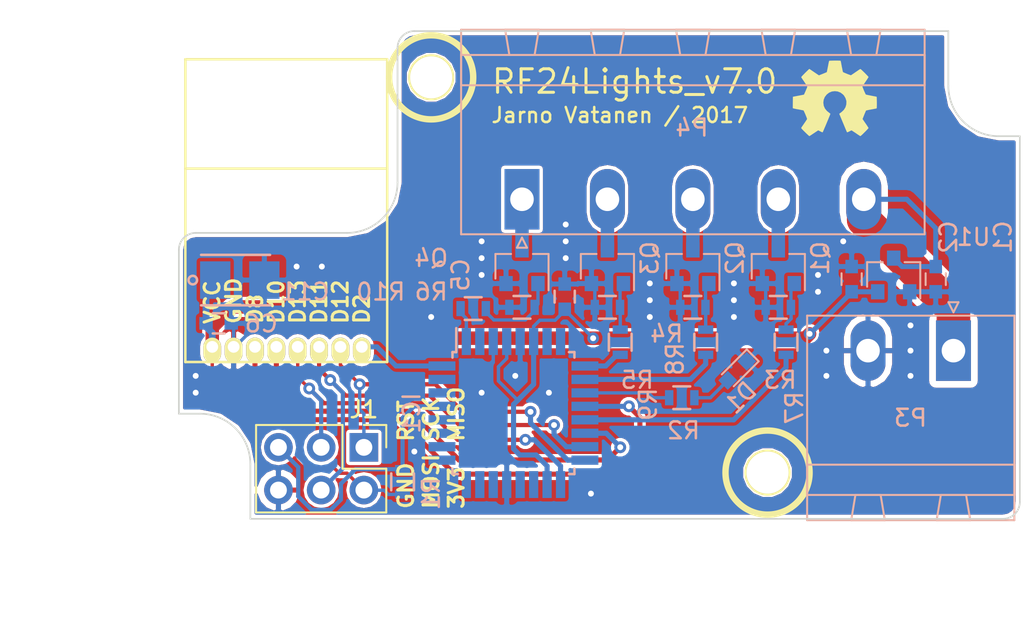
<source format=kicad_pcb>
(kicad_pcb (version 4) (host pcbnew 4.0.6)

  (general
    (links 92)
    (no_connects 0)
    (area 121.150001 83.825 182.519001 123.700001)
    (thickness 1.6)
    (drawings 34)
    (tracks 216)
    (zones 0)
    (modules 59)
    (nets 25)
  )

  (page A4)
  (layers
    (0 F.Cu signal)
    (31 B.Cu signal)
    (32 B.Adhes user)
    (33 F.Adhes user)
    (34 B.Paste user)
    (35 F.Paste user)
    (36 B.SilkS user)
    (37 F.SilkS user)
    (38 B.Mask user)
    (39 F.Mask user)
    (40 Dwgs.User user)
    (41 Cmts.User user)
    (42 Eco1.User user hide)
    (43 Eco2.User user hide)
    (44 Edge.Cuts user)
    (45 Margin user hide)
    (46 B.CrtYd user hide)
    (47 F.CrtYd user hide)
    (48 B.Fab user)
    (49 F.Fab user)
  )

  (setup
    (last_trace_width 0.2)
    (user_trace_width 0.15)
    (user_trace_width 0.2)
    (user_trace_width 0.25)
    (user_trace_width 0.3)
    (user_trace_width 0.4)
    (user_trace_width 0.8)
    (user_trace_width 0.85)
    (user_trace_width 1)
    (trace_clearance 0.2)
    (zone_clearance 0.2)
    (zone_45_only no)
    (trace_min 0.2)
    (segment_width 1.99898)
    (edge_width 0.1)
    (via_size 0.7)
    (via_drill 0.3)
    (via_min_size 0.5)
    (via_min_drill 0.3)
    (user_via 0.7 0.3)
    (user_via 0.8 0.35)
    (user_via 1 0.45)
    (uvia_size 0.3)
    (uvia_drill 0.15)
    (uvias_allowed no)
    (uvia_min_size 0.2)
    (uvia_min_drill 0.1)
    (pcb_text_width 0.3)
    (pcb_text_size 1.5 1.5)
    (mod_edge_width 0.15)
    (mod_text_size 1 1)
    (mod_text_width 0.15)
    (pad_size 0.7 0.7)
    (pad_drill 0.35)
    (pad_to_mask_clearance 0.05)
    (aux_axis_origin 132 115)
    (grid_origin 132 115)
    (visible_elements 7FFEDF7F)
    (pcbplotparams
      (layerselection 0x010f0_80000001)
      (usegerberextensions true)
      (excludeedgelayer false)
      (linewidth 0.100000)
      (plotframeref false)
      (viasonmask true)
      (mode 1)
      (useauxorigin true)
      (hpglpennumber 1)
      (hpglpenspeed 20)
      (hpglpendiameter 15)
      (hpglpenoverlay 2)
      (psnegative false)
      (psa4output false)
      (plotreference true)
      (plotvalue false)
      (plotinvisibletext false)
      (padsonsilk false)
      (subtractmaskfromsilk true)
      (outputformat 1)
      (mirror false)
      (drillshape 0)
      (scaleselection 1)
      (outputdirectory Gerber/))
  )

  (net 0 "")
  (net 1 GND)
  (net 2 +12V)
  (net 3 +3V3)
  (net 4 /LED)
  (net 5 /D8)
  (net 6 /D10)
  (net 7 /D11)
  (net 8 /D12)
  (net 9 /D13)
  (net 10 /RST)
  (net 11 /D2)
  (net 12 /OUT3)
  (net 13 /OUT4)
  (net 14 /OUT2)
  (net 15 /OUT1)
  (net 16 /PWM4)
  (net 17 /PWM3)
  (net 18 /PWM2)
  (net 19 /PWM1)
  (net 20 "Net-(Q1-Pad1)")
  (net 21 "Net-(Q2-Pad1)")
  (net 22 "Net-(Q3-Pad1)")
  (net 23 "Net-(Q4-Pad1)")
  (net 24 "Net-(D1-Pad2)")

  (net_class Default "Tämä on oletuskytkentäverkkoluokka."
    (clearance 0.2)
    (trace_width 0.2)
    (via_dia 0.7)
    (via_drill 0.3)
    (uvia_dia 0.3)
    (uvia_drill 0.15)
    (add_net +3V3)
    (add_net /D10)
    (add_net /D11)
    (add_net /D12)
    (add_net /D13)
    (add_net /D2)
    (add_net /D8)
    (add_net /LED)
    (add_net /OUT1)
    (add_net /OUT2)
    (add_net /OUT3)
    (add_net /OUT4)
    (add_net /PWM1)
    (add_net /PWM2)
    (add_net /PWM3)
    (add_net /PWM4)
    (add_net /RST)
    (add_net GND)
    (add_net "Net-(D1-Pad2)")
    (add_net "Net-(Q1-Pad1)")
    (add_net "Net-(Q2-Pad1)")
    (add_net "Net-(Q3-Pad1)")
    (add_net "Net-(Q4-Pad1)")
  )

  (net_class 12V ""
    (clearance 0.4)
    (trace_width 0.2)
    (via_dia 0.7)
    (via_drill 0.3)
    (uvia_dia 0.3)
    (uvia_drill 0.15)
    (add_net +12V)
  )

  (module VIA-0,7MM (layer F.Cu) (tedit 599C755F) (tstamp 599C76D2)
    (at 147 103)
    (fp_text reference REF** (at 0 3.81) (layer F.SilkS) hide
      (effects (font (size 1 1) (thickness 0.15)))
    )
    (fp_text value VIA-0,7MM (at 0 -3.81) (layer F.Fab) hide
      (effects (font (size 1 1) (thickness 0.15)))
    )
    (pad 1 thru_hole circle (at 0 0) (size 0.7 0.7) (drill 0.35) (layers *.Cu *.Mask)
      (net 1 GND) (solder_mask_margin -0.1) (zone_connect 2))
  )

  (module VIA-0,7MM (layer F.Cu) (tedit 599C755F) (tstamp 599C76BC)
    (at 133 107.5)
    (fp_text reference REF** (at 0 3.81) (layer F.SilkS) hide
      (effects (font (size 1 1) (thickness 0.15)))
    )
    (fp_text value VIA-0,7MM (at 0 -3.81) (layer F.Fab) hide
      (effects (font (size 1 1) (thickness 0.15)))
    )
    (pad 1 thru_hole circle (at 0 0) (size 0.7 0.7) (drill 0.35) (layers *.Cu *.Mask)
      (net 1 GND) (solder_mask_margin -0.1) (zone_connect 2))
  )

  (module VIA-0,7MM (layer F.Cu) (tedit 599C755F) (tstamp 599C76B8)
    (at 133 106.5)
    (fp_text reference REF** (at 0 3.81) (layer F.SilkS) hide
      (effects (font (size 1 1) (thickness 0.15)))
    )
    (fp_text value VIA-0,7MM (at 0 -3.81) (layer F.Fab) hide
      (effects (font (size 1 1) (thickness 0.15)))
    )
    (pad 1 thru_hole circle (at 0 0) (size 0.7 0.7) (drill 0.35) (layers *.Cu *.Mask)
      (net 1 GND) (solder_mask_margin -0.1) (zone_connect 2))
  )

  (module VIA-0,7MM (layer F.Cu) (tedit 599C755F) (tstamp 599C76B4)
    (at 139 100)
    (fp_text reference REF** (at 0 3.81) (layer F.SilkS) hide
      (effects (font (size 1 1) (thickness 0.15)))
    )
    (fp_text value VIA-0,7MM (at 0 -3.81) (layer F.Fab) hide
      (effects (font (size 1 1) (thickness 0.15)))
    )
    (pad 1 thru_hole circle (at 0 0) (size 0.7 0.7) (drill 0.35) (layers *.Cu *.Mask)
      (net 1 GND) (solder_mask_margin -0.1) (zone_connect 2))
  )

  (module VIA-0,7MM (layer F.Cu) (tedit 599C755F) (tstamp 599C76B0)
    (at 140.5 100)
    (fp_text reference REF** (at 0 3.81) (layer F.SilkS) hide
      (effects (font (size 1 1) (thickness 0.15)))
    )
    (fp_text value VIA-0,7MM (at 0 -3.81) (layer F.Fab) hide
      (effects (font (size 1 1) (thickness 0.15)))
    )
    (pad 1 thru_hole circle (at 0 0) (size 0.7 0.7) (drill 0.35) (layers *.Cu *.Mask)
      (net 1 GND) (solder_mask_margin -0.1) (zone_connect 2))
  )

  (module VIA-0,7MM (layer F.Cu) (tedit 599C755F) (tstamp 599C76AC)
    (at 146 111)
    (fp_text reference REF** (at 0 3.81) (layer F.SilkS) hide
      (effects (font (size 1 1) (thickness 0.15)))
    )
    (fp_text value VIA-0,7MM (at 0 -3.81) (layer F.Fab) hide
      (effects (font (size 1 1) (thickness 0.15)))
    )
    (pad 1 thru_hole circle (at 0 0) (size 0.7 0.7) (drill 0.35) (layers *.Cu *.Mask)
      (net 1 GND) (solder_mask_margin -0.1) (zone_connect 2))
  )

  (module VIA-0,7MM (layer F.Cu) (tedit 599C755F) (tstamp 599C76A8)
    (at 156.5 113.5)
    (fp_text reference REF** (at 0 3.81) (layer F.SilkS) hide
      (effects (font (size 1 1) (thickness 0.15)))
    )
    (fp_text value VIA-0,7MM (at 0 -3.81) (layer F.Fab) hide
      (effects (font (size 1 1) (thickness 0.15)))
    )
    (pad 1 thru_hole circle (at 0 0) (size 0.7 0.7) (drill 0.35) (layers *.Cu *.Mask)
      (net 1 GND) (solder_mask_margin -0.1) (zone_connect 2))
  )

  (module VIA-0,7MM (layer F.Cu) (tedit 599C755F) (tstamp 599C76A4)
    (at 150 107.5)
    (fp_text reference REF** (at 0 3.81) (layer F.SilkS) hide
      (effects (font (size 1 1) (thickness 0.15)))
    )
    (fp_text value VIA-0,7MM (at 0 -3.81) (layer F.Fab) hide
      (effects (font (size 1 1) (thickness 0.15)))
    )
    (pad 1 thru_hole circle (at 0 0) (size 0.7 0.7) (drill 0.35) (layers *.Cu *.Mask)
      (net 1 GND) (solder_mask_margin -0.1) (zone_connect 2))
  )

  (module VIA-0,7MM (layer F.Cu) (tedit 599C755F) (tstamp 599C76A0)
    (at 154 107.5)
    (fp_text reference REF** (at 0 3.81) (layer F.SilkS) hide
      (effects (font (size 1 1) (thickness 0.15)))
    )
    (fp_text value VIA-0,7MM (at 0 -3.81) (layer F.Fab) hide
      (effects (font (size 1 1) (thickness 0.15)))
    )
    (pad 1 thru_hole circle (at 0 0) (size 0.7 0.7) (drill 0.35) (layers *.Cu *.Mask)
      (net 1 GND) (solder_mask_margin -0.1) (zone_connect 2))
  )

  (module VIA-0,7MM (layer F.Cu) (tedit 599C755F) (tstamp 599C769C)
    (at 152 106.5)
    (fp_text reference REF** (at 0 3.81) (layer F.SilkS) hide
      (effects (font (size 1 1) (thickness 0.15)))
    )
    (fp_text value VIA-0,7MM (at 0 -3.81) (layer F.Fab) hide
      (effects (font (size 1 1) (thickness 0.15)))
    )
    (pad 1 thru_hole circle (at 0 0) (size 0.7 0.7) (drill 0.35) (layers *.Cu *.Mask)
      (net 1 GND) (solder_mask_margin -0.1) (zone_connect 2))
  )

  (module VIA-0,7MM (layer F.Cu) (tedit 599C755F) (tstamp 599C7698)
    (at 150 100.5)
    (fp_text reference REF** (at 0 3.81) (layer F.SilkS) hide
      (effects (font (size 1 1) (thickness 0.15)))
    )
    (fp_text value VIA-0,7MM (at 0 -3.81) (layer F.Fab) hide
      (effects (font (size 1 1) (thickness 0.15)))
    )
    (pad 1 thru_hole circle (at 0 0) (size 0.7 0.7) (drill 0.35) (layers *.Cu *.Mask)
      (net 1 GND) (solder_mask_margin -0.1) (zone_connect 2))
  )

  (module VIA-0,7MM (layer F.Cu) (tedit 599C755F) (tstamp 599C7694)
    (at 150 99.5)
    (fp_text reference REF** (at 0 3.81) (layer F.SilkS) hide
      (effects (font (size 1 1) (thickness 0.15)))
    )
    (fp_text value VIA-0,7MM (at 0 -3.81) (layer F.Fab) hide
      (effects (font (size 1 1) (thickness 0.15)))
    )
    (pad 1 thru_hole circle (at 0 0) (size 0.7 0.7) (drill 0.35) (layers *.Cu *.Mask)
      (net 1 GND) (solder_mask_margin -0.1) (zone_connect 2))
  )

  (module VIA-0,7MM (layer F.Cu) (tedit 599C755F) (tstamp 599C7690)
    (at 150 98.5)
    (fp_text reference REF** (at 0 3.81) (layer F.SilkS) hide
      (effects (font (size 1 1) (thickness 0.15)))
    )
    (fp_text value VIA-0,7MM (at 0 -3.81) (layer F.Fab) hide
      (effects (font (size 1 1) (thickness 0.15)))
    )
    (pad 1 thru_hole circle (at 0 0) (size 0.7 0.7) (drill 0.35) (layers *.Cu *.Mask)
      (net 1 GND) (solder_mask_margin -0.1) (zone_connect 2))
  )

  (module VIA-0,7MM (layer F.Cu) (tedit 599C755F) (tstamp 599C768C)
    (at 155 97.5)
    (fp_text reference REF** (at 0 3.81) (layer F.SilkS) hide
      (effects (font (size 1 1) (thickness 0.15)))
    )
    (fp_text value VIA-0,7MM (at 0 -3.81) (layer F.Fab) hide
      (effects (font (size 1 1) (thickness 0.15)))
    )
    (pad 1 thru_hole circle (at 0 0) (size 0.7 0.7) (drill 0.35) (layers *.Cu *.Mask)
      (net 1 GND) (solder_mask_margin -0.1) (zone_connect 2))
  )

  (module VIA-0,7MM (layer F.Cu) (tedit 599C755F) (tstamp 599C7688)
    (at 155 98.5)
    (fp_text reference REF** (at 0 3.81) (layer F.SilkS) hide
      (effects (font (size 1 1) (thickness 0.15)))
    )
    (fp_text value VIA-0,7MM (at 0 -3.81) (layer F.Fab) hide
      (effects (font (size 1 1) (thickness 0.15)))
    )
    (pad 1 thru_hole circle (at 0 0) (size 0.7 0.7) (drill 0.35) (layers *.Cu *.Mask)
      (net 1 GND) (solder_mask_margin -0.1) (zone_connect 2))
  )

  (module VIA-0,7MM (layer F.Cu) (tedit 599C755F) (tstamp 599C7684)
    (at 155 99.5)
    (fp_text reference REF** (at 0 3.81) (layer F.SilkS) hide
      (effects (font (size 1 1) (thickness 0.15)))
    )
    (fp_text value VIA-0,7MM (at 0 -3.81) (layer F.Fab) hide
      (effects (font (size 1 1) (thickness 0.15)))
    )
    (pad 1 thru_hole circle (at 0 0) (size 0.7 0.7) (drill 0.35) (layers *.Cu *.Mask)
      (net 1 GND) (solder_mask_margin -0.1) (zone_connect 2))
  )

  (module VIA-0,7MM (layer F.Cu) (tedit 599C755F) (tstamp 599C7680)
    (at 160 101)
    (fp_text reference REF** (at 0 3.81) (layer F.SilkS) hide
      (effects (font (size 1 1) (thickness 0.15)))
    )
    (fp_text value VIA-0,7MM (at 0 -3.81) (layer F.Fab) hide
      (effects (font (size 1 1) (thickness 0.15)))
    )
    (pad 1 thru_hole circle (at 0 0) (size 0.7 0.7) (drill 0.35) (layers *.Cu *.Mask)
      (net 1 GND) (solder_mask_margin -0.1) (zone_connect 2))
  )

  (module VIA-0,7MM (layer F.Cu) (tedit 599C755F) (tstamp 599C767C)
    (at 160 102)
    (fp_text reference REF** (at 0 3.81) (layer F.SilkS) hide
      (effects (font (size 1 1) (thickness 0.15)))
    )
    (fp_text value VIA-0,7MM (at 0 -3.81) (layer F.Fab) hide
      (effects (font (size 1 1) (thickness 0.15)))
    )
    (pad 1 thru_hole circle (at 0 0) (size 0.7 0.7) (drill 0.35) (layers *.Cu *.Mask)
      (net 1 GND) (solder_mask_margin -0.1) (zone_connect 2))
  )

  (module VIA-0,7MM (layer F.Cu) (tedit 599C755F) (tstamp 599C7678)
    (at 160 103)
    (fp_text reference REF** (at 0 3.81) (layer F.SilkS) hide
      (effects (font (size 1 1) (thickness 0.15)))
    )
    (fp_text value VIA-0,7MM (at 0 -3.81) (layer F.Fab) hide
      (effects (font (size 1 1) (thickness 0.15)))
    )
    (pad 1 thru_hole circle (at 0 0) (size 0.7 0.7) (drill 0.35) (layers *.Cu *.Mask)
      (net 1 GND) (solder_mask_margin -0.1) (zone_connect 2))
  )

  (module VIA-0,7MM (layer F.Cu) (tedit 599C755F) (tstamp 599C7674)
    (at 165 103)
    (fp_text reference REF** (at 0 3.81) (layer F.SilkS) hide
      (effects (font (size 1 1) (thickness 0.15)))
    )
    (fp_text value VIA-0,7MM (at 0 -3.81) (layer F.Fab) hide
      (effects (font (size 1 1) (thickness 0.15)))
    )
    (pad 1 thru_hole circle (at 0 0) (size 0.7 0.7) (drill 0.35) (layers *.Cu *.Mask)
      (net 1 GND) (solder_mask_margin -0.1) (zone_connect 2))
  )

  (module VIA-0,7MM (layer F.Cu) (tedit 599C755F) (tstamp 599C7670)
    (at 165 102)
    (fp_text reference REF** (at 0 3.81) (layer F.SilkS) hide
      (effects (font (size 1 1) (thickness 0.15)))
    )
    (fp_text value VIA-0,7MM (at 0 -3.81) (layer F.Fab) hide
      (effects (font (size 1 1) (thickness 0.15)))
    )
    (pad 1 thru_hole circle (at 0 0) (size 0.7 0.7) (drill 0.35) (layers *.Cu *.Mask)
      (net 1 GND) (solder_mask_margin -0.1) (zone_connect 2))
  )

  (module VIA-0,7MM (layer F.Cu) (tedit 599C755F) (tstamp 599C766C)
    (at 165 101)
    (fp_text reference REF** (at 0 3.81) (layer F.SilkS) hide
      (effects (font (size 1 1) (thickness 0.15)))
    )
    (fp_text value VIA-0,7MM (at 0 -3.81) (layer F.Fab) hide
      (effects (font (size 1 1) (thickness 0.15)))
    )
    (pad 1 thru_hole circle (at 0 0) (size 0.7 0.7) (drill 0.35) (layers *.Cu *.Mask)
      (net 1 GND) (solder_mask_margin -0.1) (zone_connect 2))
  )

  (module VIA-0,7MM (layer F.Cu) (tedit 599C755F) (tstamp 599C7668)
    (at 171.5 98.5)
    (fp_text reference REF** (at 0 3.81) (layer F.SilkS) hide
      (effects (font (size 1 1) (thickness 0.15)))
    )
    (fp_text value VIA-0,7MM (at 0 -3.81) (layer F.Fab) hide
      (effects (font (size 1 1) (thickness 0.15)))
    )
    (pad 1 thru_hole circle (at 0 0) (size 0.7 0.7) (drill 0.35) (layers *.Cu *.Mask)
      (net 1 GND) (solder_mask_margin -0.1) (zone_connect 2))
  )

  (module VIA-0,7MM (layer F.Cu) (tedit 599C755F) (tstamp 599C7664)
    (at 170 100.5)
    (fp_text reference REF** (at 0 3.81) (layer F.SilkS) hide
      (effects (font (size 1 1) (thickness 0.15)))
    )
    (fp_text value VIA-0,7MM (at 0 -3.81) (layer F.Fab) hide
      (effects (font (size 1 1) (thickness 0.15)))
    )
    (pad 1 thru_hole circle (at 0 0) (size 0.7 0.7) (drill 0.35) (layers *.Cu *.Mask)
      (net 1 GND) (solder_mask_margin -0.1) (zone_connect 2))
  )

  (module VIA-0,7MM (layer F.Cu) (tedit 599C755F) (tstamp 599C7660)
    (at 170 101.5)
    (fp_text reference REF** (at 0 3.81) (layer F.SilkS) hide
      (effects (font (size 1 1) (thickness 0.15)))
    )
    (fp_text value VIA-0,7MM (at 0 -3.81) (layer F.Fab) hide
      (effects (font (size 1 1) (thickness 0.15)))
    )
    (pad 1 thru_hole circle (at 0 0) (size 0.7 0.7) (drill 0.35) (layers *.Cu *.Mask)
      (net 1 GND) (solder_mask_margin -0.1) (zone_connect 2))
  )

  (module VIA-0,7MM (layer F.Cu) (tedit 599C755F) (tstamp 599C765A)
    (at 170.5 105)
    (fp_text reference REF** (at 0 3.81) (layer F.SilkS) hide
      (effects (font (size 1 1) (thickness 0.15)))
    )
    (fp_text value VIA-0,7MM (at 0 -3.81) (layer F.Fab) hide
      (effects (font (size 1 1) (thickness 0.15)))
    )
    (pad 1 thru_hole circle (at 0 0) (size 0.7 0.7) (drill 0.35) (layers *.Cu *.Mask)
      (net 1 GND) (solder_mask_margin -0.1) (zone_connect 2))
  )

  (module VIA-0,7MM (layer F.Cu) (tedit 599C755F) (tstamp 599C764D)
    (at 175.5 103.5)
    (fp_text reference REF** (at 0 3.81) (layer F.SilkS) hide
      (effects (font (size 1 1) (thickness 0.15)))
    )
    (fp_text value VIA-0,7MM (at 0 -3.81) (layer F.Fab) hide
      (effects (font (size 1 1) (thickness 0.15)))
    )
    (pad 1 thru_hole circle (at 0 0) (size 0.7 0.7) (drill 0.35) (layers *.Cu *.Mask)
      (net 1 GND) (solder_mask_margin -0.1) (zone_connect 2))
  )

  (module VIA-0,7MM (layer F.Cu) (tedit 599C755F) (tstamp 599C7649)
    (at 175.5 105)
    (fp_text reference REF** (at 0 3.81) (layer F.SilkS) hide
      (effects (font (size 1 1) (thickness 0.15)))
    )
    (fp_text value VIA-0,7MM (at 0 -3.81) (layer F.Fab) hide
      (effects (font (size 1 1) (thickness 0.15)))
    )
    (pad 1 thru_hole circle (at 0 0) (size 0.7 0.7) (drill 0.35) (layers *.Cu *.Mask)
      (net 1 GND) (solder_mask_margin -0.1) (zone_connect 2))
  )

  (module VIA-0,7MM (layer F.Cu) (tedit 599C755F) (tstamp 599C7645)
    (at 175.5 106.5)
    (fp_text reference REF** (at 0 3.81) (layer F.SilkS) hide
      (effects (font (size 1 1) (thickness 0.15)))
    )
    (fp_text value VIA-0,7MM (at 0 -3.81) (layer F.Fab) hide
      (effects (font (size 1 1) (thickness 0.15)))
    )
    (pad 1 thru_hole circle (at 0 0) (size 0.7 0.7) (drill 0.35) (layers *.Cu *.Mask)
      (net 1 GND) (solder_mask_margin -0.1) (zone_connect 2))
  )

  (module VIA-0,7MM (layer F.Cu) (tedit 599C755F) (tstamp 599C695A)
    (at 170.5 106.5)
    (fp_text reference REF** (at 0 3.81) (layer F.SilkS) hide
      (effects (font (size 1 1) (thickness 0.15)))
    )
    (fp_text value VIA-0,7MM (at 0 -3.81) (layer F.Fab) hide
      (effects (font (size 1 1) (thickness 0.15)))
    )
    (pad 1 thru_hole circle (at 0 0) (size 0.7 0.7) (drill 0.35) (layers *.Cu *.Mask)
      (net 1 GND) (solder_mask_margin -0.1) (zone_connect 2))
  )

  (module TO_SOT_Packages_SMD:SOT-23 (layer B.Cu) (tedit 58CE4E7E) (tstamp 599B387B)
    (at 152.4 100.012 90)
    (descr "SOT-23, Standard")
    (tags SOT-23)
    (path /5521AF40)
    (attr smd)
    (fp_text reference Q4 (at 0.512 -5.4 180) (layer B.SilkS)
      (effects (font (size 1 1) (thickness 0.15)) (justify mirror))
    )
    (fp_text value BSS138 (at 0 -2.5 90) (layer B.Fab)
      (effects (font (size 1 1) (thickness 0.15)) (justify mirror))
    )
    (fp_text user %R (at 0 0 360) (layer B.Fab)
      (effects (font (size 0.5 0.5) (thickness 0.075)) (justify mirror))
    )
    (fp_line (start -0.7 0.95) (end -0.7 -1.5) (layer B.Fab) (width 0.1))
    (fp_line (start -0.15 1.52) (end 0.7 1.52) (layer B.Fab) (width 0.1))
    (fp_line (start -0.7 0.95) (end -0.15 1.52) (layer B.Fab) (width 0.1))
    (fp_line (start 0.7 1.52) (end 0.7 -1.52) (layer B.Fab) (width 0.1))
    (fp_line (start -0.7 -1.52) (end 0.7 -1.52) (layer B.Fab) (width 0.1))
    (fp_line (start 0.76 -1.58) (end 0.76 -0.65) (layer B.SilkS) (width 0.12))
    (fp_line (start 0.76 1.58) (end 0.76 0.65) (layer B.SilkS) (width 0.12))
    (fp_line (start -1.7 1.75) (end 1.7 1.75) (layer B.CrtYd) (width 0.05))
    (fp_line (start 1.7 1.75) (end 1.7 -1.75) (layer B.CrtYd) (width 0.05))
    (fp_line (start 1.7 -1.75) (end -1.7 -1.75) (layer B.CrtYd) (width 0.05))
    (fp_line (start -1.7 -1.75) (end -1.7 1.75) (layer B.CrtYd) (width 0.05))
    (fp_line (start 0.76 1.58) (end -1.4 1.58) (layer B.SilkS) (width 0.12))
    (fp_line (start 0.76 -1.58) (end -0.7 -1.58) (layer B.SilkS) (width 0.12))
    (pad 1 smd rect (at -1 0.95 90) (size 0.9 0.8) (layers B.Cu B.Paste B.Mask)
      (net 23 "Net-(Q4-Pad1)"))
    (pad 2 smd rect (at -1 -0.95 90) (size 0.9 0.8) (layers B.Cu B.Paste B.Mask)
      (net 1 GND))
    (pad 3 smd rect (at 1 0 90) (size 0.9 0.8) (layers B.Cu B.Paste B.Mask)
      (net 13 /OUT4))
    (model ${KISYS3DMOD}/TO_SOT_Packages_SMD.3dshapes/SOT-23.wrl
      (at (xyz 0 0 0))
      (scale (xyz 1 1 1))
      (rotate (xyz 0 0 0))
    )
  )

  (module Resistors_SMD:R_0603 (layer B.Cu) (tedit 55F05F9F) (tstamp 55A94854)
    (at 152.4 102.425)
    (descr "Resistor SMD 0603, reflow soldering, Vishay (see dcrcw.pdf)")
    (tags "resistor 0603")
    (path /5521AF4A)
    (attr smd)
    (fp_text reference R6 (at -5.4 -0.925) (layer B.SilkS)
      (effects (font (size 1 1) (thickness 0.15)) (justify mirror))
    )
    (fp_text value 10K (at 0 -1.9) (layer B.Fab)
      (effects (font (size 1 1) (thickness 0.15)) (justify mirror))
    )
    (fp_line (start -1.3 0.8) (end 1.3 0.8) (layer B.CrtYd) (width 0.05))
    (fp_line (start -1.3 -0.8) (end 1.3 -0.8) (layer B.CrtYd) (width 0.05))
    (fp_line (start -1.3 0.8) (end -1.3 -0.8) (layer B.CrtYd) (width 0.05))
    (fp_line (start 1.3 0.8) (end 1.3 -0.8) (layer B.CrtYd) (width 0.05))
    (fp_line (start 0.5 -0.675) (end -0.5 -0.675) (layer B.SilkS) (width 0.15))
    (fp_line (start -0.5 0.675) (end 0.5 0.675) (layer B.SilkS) (width 0.15))
    (pad 1 smd rect (at -0.75 0) (size 0.5 0.9) (layers B.Cu B.Paste B.Mask)
      (net 1 GND))
    (pad 2 smd rect (at 0.75 0) (size 0.5 0.9) (layers B.Cu B.Paste B.Mask)
      (net 23 "Net-(Q4-Pad1)"))
    (model Resistors_SMD.3dshapes/R_0603.wrl
      (at (xyz 0 0 0))
      (scale (xyz 1 1 1))
      (rotate (xyz 0 0 0))
    )
  )

  (module Resistors_SMD:R_0603 (layer B.Cu) (tedit 55F05FC8) (tstamp 55A9484F)
    (at 157.48 102.425)
    (descr "Resistor SMD 0603, reflow soldering, Vishay (see dcrcw.pdf)")
    (tags "resistor 0603")
    (path /5521AF25)
    (attr smd)
    (fp_text reference R5 (at 1.77 4.325) (layer B.SilkS)
      (effects (font (size 1 1) (thickness 0.15)) (justify mirror))
    )
    (fp_text value 10K (at 0 -1.9) (layer B.Fab)
      (effects (font (size 1 1) (thickness 0.15)) (justify mirror))
    )
    (fp_line (start -1.3 0.8) (end 1.3 0.8) (layer B.CrtYd) (width 0.05))
    (fp_line (start -1.3 -0.8) (end 1.3 -0.8) (layer B.CrtYd) (width 0.05))
    (fp_line (start -1.3 0.8) (end -1.3 -0.8) (layer B.CrtYd) (width 0.05))
    (fp_line (start 1.3 0.8) (end 1.3 -0.8) (layer B.CrtYd) (width 0.05))
    (fp_line (start 0.5 -0.675) (end -0.5 -0.675) (layer B.SilkS) (width 0.15))
    (fp_line (start -0.5 0.675) (end 0.5 0.675) (layer B.SilkS) (width 0.15))
    (pad 1 smd rect (at -0.75 0) (size 0.5 0.9) (layers B.Cu B.Paste B.Mask)
      (net 1 GND))
    (pad 2 smd rect (at 0.75 0) (size 0.5 0.9) (layers B.Cu B.Paste B.Mask)
      (net 22 "Net-(Q3-Pad1)"))
    (model Resistors_SMD.3dshapes/R_0603.wrl
      (at (xyz 0 0 0))
      (scale (xyz 1 1 1))
      (rotate (xyz 0 0 0))
    )
  )

  (module TO_SOT_Packages_SMD:SOT-23 (layer B.Cu) (tedit 58CE4E7E) (tstamp 599B3875)
    (at 157.48 100.012 90)
    (descr "SOT-23, Standard")
    (tags SOT-23)
    (path /5521AF1B)
    (attr smd)
    (fp_text reference Q3 (at 0.512 2.52 90) (layer B.SilkS)
      (effects (font (size 1 1) (thickness 0.15)) (justify mirror))
    )
    (fp_text value BSS138 (at 0 -2.5 90) (layer B.Fab)
      (effects (font (size 1 1) (thickness 0.15)) (justify mirror))
    )
    (fp_text user %R (at 0 0 360) (layer B.Fab)
      (effects (font (size 0.5 0.5) (thickness 0.075)) (justify mirror))
    )
    (fp_line (start -0.7 0.95) (end -0.7 -1.5) (layer B.Fab) (width 0.1))
    (fp_line (start -0.15 1.52) (end 0.7 1.52) (layer B.Fab) (width 0.1))
    (fp_line (start -0.7 0.95) (end -0.15 1.52) (layer B.Fab) (width 0.1))
    (fp_line (start 0.7 1.52) (end 0.7 -1.52) (layer B.Fab) (width 0.1))
    (fp_line (start -0.7 -1.52) (end 0.7 -1.52) (layer B.Fab) (width 0.1))
    (fp_line (start 0.76 -1.58) (end 0.76 -0.65) (layer B.SilkS) (width 0.12))
    (fp_line (start 0.76 1.58) (end 0.76 0.65) (layer B.SilkS) (width 0.12))
    (fp_line (start -1.7 1.75) (end 1.7 1.75) (layer B.CrtYd) (width 0.05))
    (fp_line (start 1.7 1.75) (end 1.7 -1.75) (layer B.CrtYd) (width 0.05))
    (fp_line (start 1.7 -1.75) (end -1.7 -1.75) (layer B.CrtYd) (width 0.05))
    (fp_line (start -1.7 -1.75) (end -1.7 1.75) (layer B.CrtYd) (width 0.05))
    (fp_line (start 0.76 1.58) (end -1.4 1.58) (layer B.SilkS) (width 0.12))
    (fp_line (start 0.76 -1.58) (end -0.7 -1.58) (layer B.SilkS) (width 0.12))
    (pad 1 smd rect (at -1 0.95 90) (size 0.9 0.8) (layers B.Cu B.Paste B.Mask)
      (net 22 "Net-(Q3-Pad1)"))
    (pad 2 smd rect (at -1 -0.95 90) (size 0.9 0.8) (layers B.Cu B.Paste B.Mask)
      (net 1 GND))
    (pad 3 smd rect (at 1 0 90) (size 0.9 0.8) (layers B.Cu B.Paste B.Mask)
      (net 12 /OUT3))
    (model ${KISYS3DMOD}/TO_SOT_Packages_SMD.3dshapes/SOT-23.wrl
      (at (xyz 0 0 0))
      (scale (xyz 1 1 1))
      (rotate (xyz 0 0 0))
    )
  )

  (module TO_SOT_Packages_SMD:SOT-23 (layer B.Cu) (tedit 58CE4E7E) (tstamp 599B386F)
    (at 162.56 100.012 90)
    (descr "SOT-23, Standard")
    (tags SOT-23)
    (path /5521AECE)
    (attr smd)
    (fp_text reference Q2 (at 0.512 2.5 90) (layer B.SilkS)
      (effects (font (size 1 1) (thickness 0.15)) (justify mirror))
    )
    (fp_text value BSS138 (at 0 -2.5 90) (layer B.Fab)
      (effects (font (size 1 1) (thickness 0.15)) (justify mirror))
    )
    (fp_text user %R (at 0 0 360) (layer B.Fab)
      (effects (font (size 0.5 0.5) (thickness 0.075)) (justify mirror))
    )
    (fp_line (start -0.7 0.95) (end -0.7 -1.5) (layer B.Fab) (width 0.1))
    (fp_line (start -0.15 1.52) (end 0.7 1.52) (layer B.Fab) (width 0.1))
    (fp_line (start -0.7 0.95) (end -0.15 1.52) (layer B.Fab) (width 0.1))
    (fp_line (start 0.7 1.52) (end 0.7 -1.52) (layer B.Fab) (width 0.1))
    (fp_line (start -0.7 -1.52) (end 0.7 -1.52) (layer B.Fab) (width 0.1))
    (fp_line (start 0.76 -1.58) (end 0.76 -0.65) (layer B.SilkS) (width 0.12))
    (fp_line (start 0.76 1.58) (end 0.76 0.65) (layer B.SilkS) (width 0.12))
    (fp_line (start -1.7 1.75) (end 1.7 1.75) (layer B.CrtYd) (width 0.05))
    (fp_line (start 1.7 1.75) (end 1.7 -1.75) (layer B.CrtYd) (width 0.05))
    (fp_line (start 1.7 -1.75) (end -1.7 -1.75) (layer B.CrtYd) (width 0.05))
    (fp_line (start -1.7 -1.75) (end -1.7 1.75) (layer B.CrtYd) (width 0.05))
    (fp_line (start 0.76 1.58) (end -1.4 1.58) (layer B.SilkS) (width 0.12))
    (fp_line (start 0.76 -1.58) (end -0.7 -1.58) (layer B.SilkS) (width 0.12))
    (pad 1 smd rect (at -1 0.95 90) (size 0.9 0.8) (layers B.Cu B.Paste B.Mask)
      (net 21 "Net-(Q2-Pad1)"))
    (pad 2 smd rect (at -1 -0.95 90) (size 0.9 0.8) (layers B.Cu B.Paste B.Mask)
      (net 1 GND))
    (pad 3 smd rect (at 1 0 90) (size 0.9 0.8) (layers B.Cu B.Paste B.Mask)
      (net 14 /OUT2))
    (model ${KISYS3DMOD}/TO_SOT_Packages_SMD.3dshapes/SOT-23.wrl
      (at (xyz 0 0 0))
      (scale (xyz 1 1 1))
      (rotate (xyz 0 0 0))
    )
  )

  (module Resistors_SMD:R_0603 (layer B.Cu) (tedit 55F05F89) (tstamp 55A9484A)
    (at 162.56 102.425)
    (descr "Resistor SMD 0603, reflow soldering, Vishay (see dcrcw.pdf)")
    (tags "resistor 0603")
    (path /5521AED8)
    (attr smd)
    (fp_text reference R4 (at -1.56 1.575) (layer B.SilkS)
      (effects (font (size 1 1) (thickness 0.15)) (justify mirror))
    )
    (fp_text value 10K (at 0 -1.9) (layer B.Fab)
      (effects (font (size 1 1) (thickness 0.15)) (justify mirror))
    )
    (fp_line (start -1.3 0.8) (end 1.3 0.8) (layer B.CrtYd) (width 0.05))
    (fp_line (start -1.3 -0.8) (end 1.3 -0.8) (layer B.CrtYd) (width 0.05))
    (fp_line (start -1.3 0.8) (end -1.3 -0.8) (layer B.CrtYd) (width 0.05))
    (fp_line (start 1.3 0.8) (end 1.3 -0.8) (layer B.CrtYd) (width 0.05))
    (fp_line (start 0.5 -0.675) (end -0.5 -0.675) (layer B.SilkS) (width 0.15))
    (fp_line (start -0.5 0.675) (end 0.5 0.675) (layer B.SilkS) (width 0.15))
    (pad 1 smd rect (at -0.75 0) (size 0.5 0.9) (layers B.Cu B.Paste B.Mask)
      (net 1 GND))
    (pad 2 smd rect (at 0.75 0) (size 0.5 0.9) (layers B.Cu B.Paste B.Mask)
      (net 21 "Net-(Q2-Pad1)"))
    (model Resistors_SMD.3dshapes/R_0603.wrl
      (at (xyz 0 0 0))
      (scale (xyz 1 1 1))
      (rotate (xyz 0 0 0))
    )
  )

  (module Resistors_SMD:R_0603 (layer B.Cu) (tedit 55F05F64) (tstamp 55A94845)
    (at 167.64 102.425)
    (descr "Resistor SMD 0603, reflow soldering, Vishay (see dcrcw.pdf)")
    (tags "resistor 0603")
    (path /55219061)
    (attr smd)
    (fp_text reference R3 (at 0.11 4.325) (layer B.SilkS)
      (effects (font (size 1 1) (thickness 0.15)) (justify mirror))
    )
    (fp_text value 10K (at 0 -1.9) (layer B.Fab)
      (effects (font (size 1 1) (thickness 0.15)) (justify mirror))
    )
    (fp_line (start -1.3 0.8) (end 1.3 0.8) (layer B.CrtYd) (width 0.05))
    (fp_line (start -1.3 -0.8) (end 1.3 -0.8) (layer B.CrtYd) (width 0.05))
    (fp_line (start -1.3 0.8) (end -1.3 -0.8) (layer B.CrtYd) (width 0.05))
    (fp_line (start 1.3 0.8) (end 1.3 -0.8) (layer B.CrtYd) (width 0.05))
    (fp_line (start 0.5 -0.675) (end -0.5 -0.675) (layer B.SilkS) (width 0.15))
    (fp_line (start -0.5 0.675) (end 0.5 0.675) (layer B.SilkS) (width 0.15))
    (pad 1 smd rect (at -0.75 0) (size 0.5 0.9) (layers B.Cu B.Paste B.Mask)
      (net 1 GND))
    (pad 2 smd rect (at 0.75 0) (size 0.5 0.9) (layers B.Cu B.Paste B.Mask)
      (net 20 "Net-(Q1-Pad1)"))
    (model Resistors_SMD.3dshapes/R_0603.wrl
      (at (xyz 0 0 0))
      (scale (xyz 1 1 1))
      (rotate (xyz 0 0 0))
    )
  )

  (module TO_SOT_Packages_SMD:SOT-23 (layer B.Cu) (tedit 58CE4E7E) (tstamp 599B3869)
    (at 167.64 100.012 90)
    (descr "SOT-23, Standard")
    (tags SOT-23)
    (path /55218FEB)
    (attr smd)
    (fp_text reference Q1 (at 0.512 2.5 90) (layer B.SilkS)
      (effects (font (size 1 1) (thickness 0.15)) (justify mirror))
    )
    (fp_text value BSS138 (at 0 -2.5 90) (layer B.Fab)
      (effects (font (size 1 1) (thickness 0.15)) (justify mirror))
    )
    (fp_text user %R (at 0 0 360) (layer B.Fab)
      (effects (font (size 0.5 0.5) (thickness 0.075)) (justify mirror))
    )
    (fp_line (start -0.7 0.95) (end -0.7 -1.5) (layer B.Fab) (width 0.1))
    (fp_line (start -0.15 1.52) (end 0.7 1.52) (layer B.Fab) (width 0.1))
    (fp_line (start -0.7 0.95) (end -0.15 1.52) (layer B.Fab) (width 0.1))
    (fp_line (start 0.7 1.52) (end 0.7 -1.52) (layer B.Fab) (width 0.1))
    (fp_line (start -0.7 -1.52) (end 0.7 -1.52) (layer B.Fab) (width 0.1))
    (fp_line (start 0.76 -1.58) (end 0.76 -0.65) (layer B.SilkS) (width 0.12))
    (fp_line (start 0.76 1.58) (end 0.76 0.65) (layer B.SilkS) (width 0.12))
    (fp_line (start -1.7 1.75) (end 1.7 1.75) (layer B.CrtYd) (width 0.05))
    (fp_line (start 1.7 1.75) (end 1.7 -1.75) (layer B.CrtYd) (width 0.05))
    (fp_line (start 1.7 -1.75) (end -1.7 -1.75) (layer B.CrtYd) (width 0.05))
    (fp_line (start -1.7 -1.75) (end -1.7 1.75) (layer B.CrtYd) (width 0.05))
    (fp_line (start 0.76 1.58) (end -1.4 1.58) (layer B.SilkS) (width 0.12))
    (fp_line (start 0.76 -1.58) (end -0.7 -1.58) (layer B.SilkS) (width 0.12))
    (pad 1 smd rect (at -1 0.95 90) (size 0.9 0.8) (layers B.Cu B.Paste B.Mask)
      (net 20 "Net-(Q1-Pad1)"))
    (pad 2 smd rect (at -1 -0.95 90) (size 0.9 0.8) (layers B.Cu B.Paste B.Mask)
      (net 1 GND))
    (pad 3 smd rect (at 1 0 90) (size 0.9 0.8) (layers B.Cu B.Paste B.Mask)
      (net 15 /OUT1))
    (model ${KISYS3DMOD}/TO_SOT_Packages_SMD.3dshapes/SOT-23.wrl
      (at (xyz 0 0 0))
      (scale (xyz 1 1 1))
      (rotate (xyz 0 0 0))
    )
  )

  (module Connectors_Phoenix:PhoenixContact_MSTBA-G_02x5.08mm_Angled (layer B.Cu) (tedit 59566E5C) (tstamp 599B2DDC)
    (at 178.054 105 180)
    (descr "Generic Phoenix Contact connector footprint for series: MSTBA-G; number of pins: 02; pin pitch: 5.08mm; Angled || order number: 1757242 12A || order number: 1923869 16A (HC)")
    (tags "phoenix_contact connector MSTBA_01x02_G_5.08mm")
    (path /5521A7E1)
    (fp_text reference P3 (at 2.554 -4 180) (layer B.SilkS)
      (effects (font (size 1 1) (thickness 0.15)) (justify mirror))
    )
    (fp_text value CONN_01X02 (at 2.54 -11 180) (layer B.Fab)
      (effects (font (size 1 1) (thickness 0.15)) (justify mirror))
    )
    (fp_line (start -3.62 2.08) (end -3.62 -10.08) (layer B.SilkS) (width 0.12))
    (fp_line (start -3.62 -10.08) (end 8.7 -10.08) (layer B.SilkS) (width 0.12))
    (fp_line (start 8.7 -10.08) (end 8.7 2.08) (layer B.SilkS) (width 0.12))
    (fp_line (start 8.7 2.08) (end -3.62 2.08) (layer B.SilkS) (width 0.12))
    (fp_line (start -3.54 2) (end -3.54 -10) (layer B.Fab) (width 0.1))
    (fp_line (start -3.54 -10) (end 8.62 -10) (layer B.Fab) (width 0.1))
    (fp_line (start 8.62 -10) (end 8.62 2) (layer B.Fab) (width 0.1))
    (fp_line (start 8.62 2) (end -3.54 2) (layer B.Fab) (width 0.1))
    (fp_line (start -3.62 -8.58) (end -3.62 -6.78) (layer B.SilkS) (width 0.12))
    (fp_line (start -3.62 -6.78) (end 8.7 -6.78) (layer B.SilkS) (width 0.12))
    (fp_line (start 8.7 -6.78) (end 8.7 -8.58) (layer B.SilkS) (width 0.12))
    (fp_line (start 8.7 -8.58) (end -3.62 -8.58) (layer B.SilkS) (width 0.12))
    (fp_line (start -1 -10.08) (end 1 -10.08) (layer B.SilkS) (width 0.12))
    (fp_line (start 1 -10.08) (end 0.75 -8.58) (layer B.SilkS) (width 0.12))
    (fp_line (start 0.75 -8.58) (end -0.75 -8.58) (layer B.SilkS) (width 0.12))
    (fp_line (start -0.75 -8.58) (end -1 -10.08) (layer B.SilkS) (width 0.12))
    (fp_line (start 4.08 -10.08) (end 6.08 -10.08) (layer B.SilkS) (width 0.12))
    (fp_line (start 6.08 -10.08) (end 5.83 -8.58) (layer B.SilkS) (width 0.12))
    (fp_line (start 5.83 -8.58) (end 4.33 -8.58) (layer B.SilkS) (width 0.12))
    (fp_line (start 4.33 -8.58) (end 4.08 -10.08) (layer B.SilkS) (width 0.12))
    (fp_line (start -4.04 2.5) (end -4.04 -10.5) (layer B.CrtYd) (width 0.05))
    (fp_line (start -4.04 -10.5) (end 9.12 -10.5) (layer B.CrtYd) (width 0.05))
    (fp_line (start 9.12 -10.5) (end 9.12 2.5) (layer B.CrtYd) (width 0.05))
    (fp_line (start 9.12 2.5) (end -4.04 2.5) (layer B.CrtYd) (width 0.05))
    (fp_line (start 0.3 2.88) (end 0 2.28) (layer B.SilkS) (width 0.12))
    (fp_line (start 0 2.28) (end -0.3 2.88) (layer B.SilkS) (width 0.12))
    (fp_line (start -0.3 2.88) (end 0.3 2.88) (layer B.SilkS) (width 0.12))
    (fp_line (start 0.95 2) (end 0 0.5) (layer B.Fab) (width 0.1))
    (fp_line (start 0 0.5) (end -0.95 2) (layer B.Fab) (width 0.1))
    (fp_text user %R (at 3.54 -3 180) (layer B.Fab)
      (effects (font (size 1 1) (thickness 0.15)) (justify mirror))
    )
    (pad 1 thru_hole rect (at 0 0 180) (size 2.08 3.6) (drill 1.4) (layers *.Cu *.Mask)
      (net 2 +12V))
    (pad 2 thru_hole oval (at 5.08 0 180) (size 2.08 3.6) (drill 1.4) (layers *.Cu *.Mask)
      (net 1 GND))
    (model ${KISYS3DMOD}/Connectors_Phoenix.3dshapes/PhoenixContact_MSTBA-G_02x5.08mm_Angled.wrl
      (at (xyz 0 0 0))
      (scale (xyz 1 1 1))
      (rotate (xyz 0 0 0))
    )
  )

  (module Pin_Headers:Pin_Header_Straight_2x03_Pitch2.54mm (layer F.Cu) (tedit 59650532) (tstamp 59984187)
    (at 143 110.75 270)
    (descr "Through hole straight pin header, 2x03, 2.54mm pitch, double rows")
    (tags "Through hole pin header THT 2x03 2.54mm double row")
    (path /59982694)
    (fp_text reference J1 (at -2.25 0 540) (layer F.SilkS)
      (effects (font (size 1 1) (thickness 0.15)))
    )
    (fp_text value CONN_02X03 (at 1.27 7.41 270) (layer F.Fab)
      (effects (font (size 1 1) (thickness 0.15)))
    )
    (fp_line (start 0 -1.27) (end 3.81 -1.27) (layer F.Fab) (width 0.1))
    (fp_line (start 3.81 -1.27) (end 3.81 6.35) (layer F.Fab) (width 0.1))
    (fp_line (start 3.81 6.35) (end -1.27 6.35) (layer F.Fab) (width 0.1))
    (fp_line (start -1.27 6.35) (end -1.27 0) (layer F.Fab) (width 0.1))
    (fp_line (start -1.27 0) (end 0 -1.27) (layer F.Fab) (width 0.1))
    (fp_line (start -1.33 6.41) (end 3.87 6.41) (layer F.SilkS) (width 0.12))
    (fp_line (start -1.33 1.27) (end -1.33 6.41) (layer F.SilkS) (width 0.12))
    (fp_line (start 3.87 -1.33) (end 3.87 6.41) (layer F.SilkS) (width 0.12))
    (fp_line (start -1.33 1.27) (end 1.27 1.27) (layer F.SilkS) (width 0.12))
    (fp_line (start 1.27 1.27) (end 1.27 -1.33) (layer F.SilkS) (width 0.12))
    (fp_line (start 1.27 -1.33) (end 3.87 -1.33) (layer F.SilkS) (width 0.12))
    (fp_line (start -1.33 0) (end -1.33 -1.33) (layer F.SilkS) (width 0.12))
    (fp_line (start -1.33 -1.33) (end 0 -1.33) (layer F.SilkS) (width 0.12))
    (fp_line (start -1.8 -1.8) (end -1.8 6.85) (layer F.CrtYd) (width 0.05))
    (fp_line (start -1.8 6.85) (end 4.35 6.85) (layer F.CrtYd) (width 0.05))
    (fp_line (start 4.35 6.85) (end 4.35 -1.8) (layer F.CrtYd) (width 0.05))
    (fp_line (start 4.35 -1.8) (end -1.8 -1.8) (layer F.CrtYd) (width 0.05))
    (fp_text user %R (at 1.27 2.54 360) (layer F.Fab)
      (effects (font (size 1 1) (thickness 0.15)))
    )
    (pad 1 thru_hole rect (at 0 0 270) (size 1.7 1.7) (drill 1) (layers *.Cu *.Mask)
      (net 8 /D12))
    (pad 2 thru_hole oval (at 2.54 0 270) (size 1.7 1.7) (drill 1) (layers *.Cu *.Mask)
      (net 3 +3V3))
    (pad 3 thru_hole oval (at 0 2.54 270) (size 1.7 1.7) (drill 1) (layers *.Cu *.Mask)
      (net 9 /D13))
    (pad 4 thru_hole oval (at 2.54 2.54 270) (size 1.7 1.7) (drill 1) (layers *.Cu *.Mask)
      (net 7 /D11))
    (pad 5 thru_hole oval (at 0 5.08 270) (size 1.7 1.7) (drill 1) (layers *.Cu *.Mask)
      (net 10 /RST))
    (pad 6 thru_hole oval (at 2.54 5.08 270) (size 1.7 1.7) (drill 1) (layers *.Cu *.Mask)
      (net 1 GND))
    (model ${KISYS3DMOD}/Pin_Headers.3dshapes/Pin_Header_Straight_2x03_Pitch2.54mm.wrl
      (at (xyz 0 0 0))
      (scale (xyz 1 1 1))
      (rotate (xyz 0 0 0))
    )
  )

  (module PWM_ohjain:nrf24l01_mini (layer F.Cu) (tedit 599AF706) (tstamp 552426A9)
    (at 133.985 104.775)
    (path /552421D1)
    (fp_text reference P5 (at 4.6 1.9) (layer F.SilkS) hide
      (effects (font (size 1 1) (thickness 0.15)))
    )
    (fp_text value CONN_01X08 (at 4.4 -2.9) (layer F.Fab)
      (effects (font (size 1 1) (thickness 0.15)))
    )
    (fp_line (start -1.6 -10.6) (end 10.4 -10.6) (layer F.SilkS) (width 0.15))
    (fp_line (start -1.6 0.9) (end -1.6 -17.1) (layer F.SilkS) (width 0.15))
    (fp_line (start 10.4 0.9) (end -1.6 0.9) (layer F.SilkS) (width 0.15))
    (fp_line (start 10.4 -17.1) (end 10.4 0.9) (layer F.SilkS) (width 0.15))
    (fp_line (start -1.6 -17.1) (end 10.4 -17.1) (layer F.SilkS) (width 0.15))
    (pad 3 thru_hole oval (at 2.54 0) (size 1.05 1.5) (drill 0.7 (offset 0 0.2)) (layers *.Cu *.Mask F.SilkS)
      (net 5 /D8))
    (pad 1 thru_hole oval (at 0 0) (size 1.05 1.5) (drill 0.7 (offset 0 0.2)) (layers *.Cu *.Mask F.SilkS)
      (net 3 +3V3))
    (pad 2 thru_hole oval (at 1.27 0) (size 1.05 1.5) (drill 0.7 (offset 0 0.2)) (layers *.Cu *.Mask F.SilkS)
      (net 1 GND))
    (pad 4 thru_hole oval (at 3.81 0) (size 1.05 1.5) (drill 0.7 (offset 0 0.2)) (layers *.Cu *.Mask F.SilkS)
      (net 6 /D10))
    (pad 5 thru_hole oval (at 5.08 0) (size 1.05 1.5) (drill 0.7 (offset 0 0.2)) (layers *.Cu *.Mask F.SilkS)
      (net 9 /D13))
    (pad 6 thru_hole oval (at 6.35 0) (size 1.05 1.5) (drill 0.7 (offset 0 0.2)) (layers *.Cu *.Mask F.SilkS)
      (net 7 /D11))
    (pad 7 thru_hole oval (at 7.62 0) (size 1.05 1.5) (drill 0.7 (offset 0 0.2)) (layers *.Cu *.Mask F.SilkS)
      (net 8 /D12))
    (pad 8 thru_hole oval (at 8.89 0) (size 1.05 1.5) (drill 0.7 (offset 0 0.2)) (layers *.Cu *.Mask F.SilkS)
      (net 11 /D2))
  )

  (module Mounting_Holes:MountingHole_2-5mm locked (layer F.Cu) (tedit 5534236B) (tstamp 552181A1)
    (at 167 112.25)
    (descr "Mounting hole, Befestigungsbohrung, 2,5mm, No Annular, Kein Restring,")
    (tags "Mounting hole, Befestigungsbohrung, 2,5mm, No Annular, Kein Restring,")
    (fp_text reference REF** (at -0.09 0.018) (layer F.SilkS) hide
      (effects (font (size 1 1) (thickness 0.15)))
    )
    (fp_text value MountingHole_2-5mm (at 0.09906 3.59918) (layer F.Fab)
      (effects (font (size 1 1) (thickness 0.15)))
    )
    (fp_circle (center 0 0) (end 0 1.3) (layer F.SilkS) (width 0.15))
    (fp_circle (center 0 0) (end 2.5 0) (layer F.SilkS) (width 0.381))
    (pad 1 thru_hole circle (at 0 0) (size 2.5 2.5) (drill 2.5) (layers))
  )

  (module Mounting_Holes:MountingHole_2-5mm locked (layer F.Cu) (tedit 5534210F) (tstamp 55218315)
    (at 147 88.75)
    (descr "Mounting hole, Befestigungsbohrung, 2,5mm, No Annular, Kein Restring,")
    (tags "Mounting hole, Befestigungsbohrung, 2,5mm, No Annular, Kein Restring,")
    (fp_text reference REF** (at 0.098 -0.104) (layer F.SilkS) hide
      (effects (font (size 1 1) (thickness 0.15)))
    )
    (fp_text value MountingHole_2-5mm (at 0.09906 3.59918) (layer F.Fab)
      (effects (font (size 1 1) (thickness 0.15)))
    )
    (fp_circle (center 0 0) (end -1.3 0) (layer F.SilkS) (width 0.15))
    (fp_circle (center 0 0) (end 2.5 0) (layer F.SilkS) (width 0.381))
    (pad 1 thru_hole circle (at 0 0) (size 2.5 2.5) (drill 2.5) (layers))
  )

  (module Capacitors_SMD:C_0603 (layer B.Cu) (tedit 5415D631) (tstamp 55A9480B)
    (at 154.94 101.79 90)
    (descr "Capacitor SMD 0603, reflow soldering, AVX (see smccp.pdf)")
    (tags "capacitor 0603")
    (path /55256EB9)
    (attr smd)
    (fp_text reference C5 (at 1.29 -6.19 90) (layer B.SilkS)
      (effects (font (size 1 1) (thickness 0.15)) (justify mirror))
    )
    (fp_text value C (at 0 -1.9 90) (layer B.Fab)
      (effects (font (size 1 1) (thickness 0.15)) (justify mirror))
    )
    (fp_line (start -1.45 0.75) (end 1.45 0.75) (layer B.CrtYd) (width 0.05))
    (fp_line (start -1.45 -0.75) (end 1.45 -0.75) (layer B.CrtYd) (width 0.05))
    (fp_line (start -1.45 0.75) (end -1.45 -0.75) (layer B.CrtYd) (width 0.05))
    (fp_line (start 1.45 0.75) (end 1.45 -0.75) (layer B.CrtYd) (width 0.05))
    (fp_line (start -0.35 0.6) (end 0.35 0.6) (layer B.SilkS) (width 0.15))
    (fp_line (start 0.35 -0.6) (end -0.35 -0.6) (layer B.SilkS) (width 0.15))
    (pad 1 smd rect (at -0.75 0 90) (size 0.8 0.75) (layers B.Cu B.Paste B.Mask)
      (net 3 +3V3))
    (pad 2 smd rect (at 0.75 0 90) (size 0.8 0.75) (layers B.Cu B.Paste B.Mask)
      (net 1 GND))
    (model Capacitors_SMD.3dshapes/C_0603.wrl
      (at (xyz 0 0 0))
      (scale (xyz 1 1 1))
      (rotate (xyz 0 0 0))
    )
  )

  (module Capacitors_SMD:C_0603 (layer B.Cu) (tedit 55F05F0B) (tstamp 55A94810)
    (at 134.366 103.378 180)
    (descr "Capacitor SMD 0603, reflow soldering, AVX (see smccp.pdf)")
    (tags "capacitor 0603")
    (path /55256FA2)
    (attr smd)
    (fp_text reference C6 (at -2.534 -0.022 180) (layer B.SilkS)
      (effects (font (size 1 1) (thickness 0.15)) (justify mirror))
    )
    (fp_text value C (at 0 -1.9 180) (layer B.Fab)
      (effects (font (size 1 1) (thickness 0.15)) (justify mirror))
    )
    (fp_line (start -1.45 0.75) (end 1.45 0.75) (layer B.CrtYd) (width 0.05))
    (fp_line (start -1.45 -0.75) (end 1.45 -0.75) (layer B.CrtYd) (width 0.05))
    (fp_line (start -1.45 0.75) (end -1.45 -0.75) (layer B.CrtYd) (width 0.05))
    (fp_line (start 1.45 0.75) (end 1.45 -0.75) (layer B.CrtYd) (width 0.05))
    (fp_line (start -0.35 0.6) (end 0.35 0.6) (layer B.SilkS) (width 0.15))
    (fp_line (start 0.35 -0.6) (end -0.35 -0.6) (layer B.SilkS) (width 0.15))
    (pad 1 smd rect (at -0.75 0 180) (size 0.8 0.75) (layers B.Cu B.Paste B.Mask)
      (net 1 GND))
    (pad 2 smd rect (at 0.75 0 180) (size 0.8 0.75) (layers B.Cu B.Paste B.Mask)
      (net 3 +3V3))
    (model Capacitors_SMD.3dshapes/C_0603.wrl
      (at (xyz 0 0 0))
      (scale (xyz 1 1 1))
      (rotate (xyz 0 0 0))
    )
  )

  (module Resistors_SMD:R_0603 (layer B.Cu) (tedit 55F05EBD) (tstamp 55A9483B)
    (at 145.3 112.8 90)
    (descr "Resistor SMD 0603, reflow soldering, Vishay (see dcrcw.pdf)")
    (tags "resistor 0603")
    (path /5521BF96)
    (attr smd)
    (fp_text reference R1 (at -0.7 1.7 270) (layer B.SilkS)
      (effects (font (size 1 1) (thickness 0.15)) (justify mirror))
    )
    (fp_text value 10K (at 0 -1.9 90) (layer B.Fab)
      (effects (font (size 1 1) (thickness 0.15)) (justify mirror))
    )
    (fp_line (start -1.3 0.8) (end 1.3 0.8) (layer B.CrtYd) (width 0.05))
    (fp_line (start -1.3 -0.8) (end 1.3 -0.8) (layer B.CrtYd) (width 0.05))
    (fp_line (start -1.3 0.8) (end -1.3 -0.8) (layer B.CrtYd) (width 0.05))
    (fp_line (start 1.3 0.8) (end 1.3 -0.8) (layer B.CrtYd) (width 0.05))
    (fp_line (start 0.5 -0.675) (end -0.5 -0.675) (layer B.SilkS) (width 0.15))
    (fp_line (start -0.5 0.675) (end 0.5 0.675) (layer B.SilkS) (width 0.15))
    (pad 1 smd rect (at -0.75 0 90) (size 0.5 0.9) (layers B.Cu B.Paste B.Mask)
      (net 3 +3V3))
    (pad 2 smd rect (at 0.75 0 90) (size 0.5 0.9) (layers B.Cu B.Paste B.Mask)
      (net 10 /RST))
    (model Resistors_SMD.3dshapes/R_0603.wrl
      (at (xyz 0 0 0))
      (scale (xyz 1 1 1))
      (rotate (xyz 0 0 0))
    )
  )

  (module Resistors_SMD:R_0603 (layer B.Cu) (tedit 55F05EAE) (tstamp 55A94840)
    (at 161.9 107.8 180)
    (descr "Resistor SMD 0603, reflow soldering, Vishay (see dcrcw.pdf)")
    (tags "resistor 0603")
    (path /5521B73E)
    (attr smd)
    (fp_text reference R2 (at -0.1 -1.95 180) (layer B.SilkS)
      (effects (font (size 1 1) (thickness 0.15)) (justify mirror))
    )
    (fp_text value R (at 0 -1.9 180) (layer B.Fab)
      (effects (font (size 1 1) (thickness 0.15)) (justify mirror))
    )
    (fp_line (start -1.3 0.8) (end 1.3 0.8) (layer B.CrtYd) (width 0.05))
    (fp_line (start -1.3 -0.8) (end 1.3 -0.8) (layer B.CrtYd) (width 0.05))
    (fp_line (start -1.3 0.8) (end -1.3 -0.8) (layer B.CrtYd) (width 0.05))
    (fp_line (start 1.3 0.8) (end 1.3 -0.8) (layer B.CrtYd) (width 0.05))
    (fp_line (start 0.5 -0.675) (end -0.5 -0.675) (layer B.SilkS) (width 0.15))
    (fp_line (start -0.5 0.675) (end 0.5 0.675) (layer B.SilkS) (width 0.15))
    (pad 1 smd rect (at -0.75 0 180) (size 0.5 0.9) (layers B.Cu B.Paste B.Mask)
      (net 24 "Net-(D1-Pad2)"))
    (pad 2 smd rect (at 0.75 0 180) (size 0.5 0.9) (layers B.Cu B.Paste B.Mask)
      (net 4 /LED))
    (model Resistors_SMD.3dshapes/R_0603.wrl
      (at (xyz 0 0 0))
      (scale (xyz 1 1 1))
      (rotate (xyz 0 0 0))
    )
  )

  (module Resistors_SMD:R_0603 (layer B.Cu) (tedit 55F05F56) (tstamp 55A94859)
    (at 168.1 104.5 270)
    (descr "Resistor SMD 0603, reflow soldering, Vishay (see dcrcw.pdf)")
    (tags "resistor 0603")
    (path /55A03516)
    (attr smd)
    (fp_text reference R7 (at 3.9 -0.5 270) (layer B.SilkS)
      (effects (font (size 1 1) (thickness 0.15)) (justify mirror))
    )
    (fp_text value R (at 0 -1.9 270) (layer B.Fab)
      (effects (font (size 1 1) (thickness 0.15)) (justify mirror))
    )
    (fp_line (start -1.3 0.8) (end 1.3 0.8) (layer B.CrtYd) (width 0.05))
    (fp_line (start -1.3 -0.8) (end 1.3 -0.8) (layer B.CrtYd) (width 0.05))
    (fp_line (start -1.3 0.8) (end -1.3 -0.8) (layer B.CrtYd) (width 0.05))
    (fp_line (start 1.3 0.8) (end 1.3 -0.8) (layer B.CrtYd) (width 0.05))
    (fp_line (start 0.5 -0.675) (end -0.5 -0.675) (layer B.SilkS) (width 0.15))
    (fp_line (start -0.5 0.675) (end 0.5 0.675) (layer B.SilkS) (width 0.15))
    (pad 1 smd rect (at -0.75 0 270) (size 0.5 0.9) (layers B.Cu B.Paste B.Mask)
      (net 20 "Net-(Q1-Pad1)"))
    (pad 2 smd rect (at 0.75 0 270) (size 0.5 0.9) (layers B.Cu B.Paste B.Mask)
      (net 19 /PWM1))
    (model Resistors_SMD.3dshapes/R_0603.wrl
      (at (xyz 0 0 0))
      (scale (xyz 1 1 1))
      (rotate (xyz 0 0 0))
    )
  )

  (module Resistors_SMD:R_0603 (layer B.Cu) (tedit 55F05F77) (tstamp 55A9485E)
    (at 163.322 104.5 270)
    (descr "Resistor SMD 0603, reflow soldering, Vishay (see dcrcw.pdf)")
    (tags "resistor 0603")
    (path /55A03571)
    (attr smd)
    (fp_text reference R8 (at 1 1.822 270) (layer B.SilkS)
      (effects (font (size 1 1) (thickness 0.15)) (justify mirror))
    )
    (fp_text value R (at 0 -1.9 270) (layer B.Fab)
      (effects (font (size 1 1) (thickness 0.15)) (justify mirror))
    )
    (fp_line (start -1.3 0.8) (end 1.3 0.8) (layer B.CrtYd) (width 0.05))
    (fp_line (start -1.3 -0.8) (end 1.3 -0.8) (layer B.CrtYd) (width 0.05))
    (fp_line (start -1.3 0.8) (end -1.3 -0.8) (layer B.CrtYd) (width 0.05))
    (fp_line (start 1.3 0.8) (end 1.3 -0.8) (layer B.CrtYd) (width 0.05))
    (fp_line (start 0.5 -0.675) (end -0.5 -0.675) (layer B.SilkS) (width 0.15))
    (fp_line (start -0.5 0.675) (end 0.5 0.675) (layer B.SilkS) (width 0.15))
    (pad 1 smd rect (at -0.75 0 270) (size 0.5 0.9) (layers B.Cu B.Paste B.Mask)
      (net 21 "Net-(Q2-Pad1)"))
    (pad 2 smd rect (at 0.75 0 270) (size 0.5 0.9) (layers B.Cu B.Paste B.Mask)
      (net 18 /PWM2))
    (model Resistors_SMD.3dshapes/R_0603.wrl
      (at (xyz 0 0 0))
      (scale (xyz 1 1 1))
      (rotate (xyz 0 0 0))
    )
  )

  (module Resistors_SMD:R_0603 (layer B.Cu) (tedit 55F05FBC) (tstamp 55A94863)
    (at 158.242 104.5 270)
    (descr "Resistor SMD 0603, reflow soldering, Vishay (see dcrcw.pdf)")
    (tags "resistor 0603")
    (path /55A0369B)
    (attr smd)
    (fp_text reference R9 (at 3.692 -1.658 270) (layer B.SilkS)
      (effects (font (size 1 1) (thickness 0.15)) (justify mirror))
    )
    (fp_text value R (at 0 -1.9 270) (layer B.Fab)
      (effects (font (size 1 1) (thickness 0.15)) (justify mirror))
    )
    (fp_line (start -1.3 0.8) (end 1.3 0.8) (layer B.CrtYd) (width 0.05))
    (fp_line (start -1.3 -0.8) (end 1.3 -0.8) (layer B.CrtYd) (width 0.05))
    (fp_line (start -1.3 0.8) (end -1.3 -0.8) (layer B.CrtYd) (width 0.05))
    (fp_line (start 1.3 0.8) (end 1.3 -0.8) (layer B.CrtYd) (width 0.05))
    (fp_line (start 0.5 -0.675) (end -0.5 -0.675) (layer B.SilkS) (width 0.15))
    (fp_line (start -0.5 0.675) (end 0.5 0.675) (layer B.SilkS) (width 0.15))
    (pad 1 smd rect (at -0.75 0 270) (size 0.5 0.9) (layers B.Cu B.Paste B.Mask)
      (net 22 "Net-(Q3-Pad1)"))
    (pad 2 smd rect (at 0.75 0 270) (size 0.5 0.9) (layers B.Cu B.Paste B.Mask)
      (net 17 /PWM3))
    (model Resistors_SMD.3dshapes/R_0603.wrl
      (at (xyz 0 0 0))
      (scale (xyz 1 1 1))
      (rotate (xyz 0 0 0))
    )
  )

  (module Resistors_SMD:R_0603 (layer B.Cu) (tedit 55F05F9C) (tstamp 55A94868)
    (at 149.5 102.5 180)
    (descr "Resistor SMD 0603, reflow soldering, Vishay (see dcrcw.pdf)")
    (tags "resistor 0603")
    (path /55A036C0)
    (attr smd)
    (fp_text reference R10 (at 5.5 1 180) (layer B.SilkS)
      (effects (font (size 1 1) (thickness 0.15)) (justify mirror))
    )
    (fp_text value R (at 0 -1.9 180) (layer B.Fab)
      (effects (font (size 1 1) (thickness 0.15)) (justify mirror))
    )
    (fp_line (start -1.3 0.8) (end 1.3 0.8) (layer B.CrtYd) (width 0.05))
    (fp_line (start -1.3 -0.8) (end 1.3 -0.8) (layer B.CrtYd) (width 0.05))
    (fp_line (start -1.3 0.8) (end -1.3 -0.8) (layer B.CrtYd) (width 0.05))
    (fp_line (start 1.3 0.8) (end 1.3 -0.8) (layer B.CrtYd) (width 0.05))
    (fp_line (start 0.5 -0.675) (end -0.5 -0.675) (layer B.SilkS) (width 0.15))
    (fp_line (start -0.5 0.675) (end 0.5 0.675) (layer B.SilkS) (width 0.15))
    (pad 1 smd rect (at -0.75 0 180) (size 0.5 0.9) (layers B.Cu B.Paste B.Mask)
      (net 23 "Net-(Q4-Pad1)"))
    (pad 2 smd rect (at 0.75 0 180) (size 0.5 0.9) (layers B.Cu B.Paste B.Mask)
      (net 16 /PWM4))
    (model Resistors_SMD.3dshapes/R_0603.wrl
      (at (xyz 0 0 0))
      (scale (xyz 1 1 1))
      (rotate (xyz 0 0 0))
    )
  )

  (module PWM_ohjain:TantalC_SizeB_EIA-3528_Reflow_Polar (layer B.Cu) (tedit 55F05F02) (tstamp 55A978F8)
    (at 135.62076 100.80498)
    (descr "Tantal Cap. , Size B, EIA-3528, Reflow")
    (tags "Tantal Capacitor Size-B EIA-3528 Reflow")
    (path /55A02EDB)
    (attr smd)
    (fp_text reference C11 (at 3.87924 0.69502) (layer B.SilkS)
      (effects (font (size 1 1) (thickness 0.15)) (justify mirror))
    )
    (fp_text value 10uF (at 0 -2.7) (layer B.Fab)
      (effects (font (size 1 1) (thickness 0.15)) (justify mirror))
    )
    (fp_circle (center -2.794 0) (end -3.048 0) (layer B.SilkS) (width 0.15))
    (fp_line (start 2.7 1.8) (end -2.7 1.8) (layer B.CrtYd) (width 0.05))
    (fp_line (start -2.7 1.8) (end -2.7 -1.8) (layer B.CrtYd) (width 0.05))
    (fp_line (start -2.7 -1.8) (end 2.7 -1.8) (layer B.CrtYd) (width 0.05))
    (fp_line (start 2.7 -1.8) (end 2.7 1.8) (layer B.CrtYd) (width 0.05))
    (fp_line (start 1.8 -1.5) (end -2.3 -1.5) (layer B.SilkS) (width 0.15))
    (fp_line (start 1.8 1.5) (end -2.3 1.5) (layer B.SilkS) (width 0.15))
    (pad 2 smd rect (at 1.46 0) (size 1.8 2.23) (layers B.Cu B.Paste B.Mask)
      (net 1 GND))
    (pad 1 smd rect (at -1.46 0) (size 1.8 2.23) (layers B.Cu B.Paste B.Mask)
      (net 3 +3V3))
    (model Capacitors_Tantalum_SMD.3dshapes/TantalC_SizeB_EIA-3528_Reflow.wrl
      (at (xyz 0 0 0))
      (scale (xyz 1 1 1))
      (rotate (xyz 0 0 180))
    )
  )

  (module Housings_QFP:TQFP-32_7x7mm_Pitch0.8mm (layer B.Cu) (tedit 58CC9A48) (tstamp 5998249A)
    (at 151.892 108.712 270)
    (descr "32-Lead Plastic Thin Quad Flatpack (PT) - 7x7x1.0 mm Body, 2.00 mm [TQFP] (see Microchip Packaging Specification 00000049BS.pdf)")
    (tags "QFP 0.8")
    (path /55212852)
    (attr smd)
    (fp_text reference IC1 (at 0 6.05 270) (layer B.SilkS)
      (effects (font (size 1 1) (thickness 0.15)) (justify mirror))
    )
    (fp_text value ATMEGA328-A (at 0 -6.05 270) (layer B.Fab)
      (effects (font (size 1 1) (thickness 0.15)) (justify mirror))
    )
    (fp_text user %R (at 0 0 270) (layer B.Fab)
      (effects (font (size 1 1) (thickness 0.15)) (justify mirror))
    )
    (fp_line (start -2.5 3.5) (end 3.5 3.5) (layer B.Fab) (width 0.15))
    (fp_line (start 3.5 3.5) (end 3.5 -3.5) (layer B.Fab) (width 0.15))
    (fp_line (start 3.5 -3.5) (end -3.5 -3.5) (layer B.Fab) (width 0.15))
    (fp_line (start -3.5 -3.5) (end -3.5 2.5) (layer B.Fab) (width 0.15))
    (fp_line (start -3.5 2.5) (end -2.5 3.5) (layer B.Fab) (width 0.15))
    (fp_line (start -5.3 5.3) (end -5.3 -5.3) (layer B.CrtYd) (width 0.05))
    (fp_line (start 5.3 5.3) (end 5.3 -5.3) (layer B.CrtYd) (width 0.05))
    (fp_line (start -5.3 5.3) (end 5.3 5.3) (layer B.CrtYd) (width 0.05))
    (fp_line (start -5.3 -5.3) (end 5.3 -5.3) (layer B.CrtYd) (width 0.05))
    (fp_line (start -3.625 3.625) (end -3.625 3.4) (layer B.SilkS) (width 0.15))
    (fp_line (start 3.625 3.625) (end 3.625 3.3) (layer B.SilkS) (width 0.15))
    (fp_line (start 3.625 -3.625) (end 3.625 -3.3) (layer B.SilkS) (width 0.15))
    (fp_line (start -3.625 -3.625) (end -3.625 -3.3) (layer B.SilkS) (width 0.15))
    (fp_line (start -3.625 3.625) (end -3.3 3.625) (layer B.SilkS) (width 0.15))
    (fp_line (start -3.625 -3.625) (end -3.3 -3.625) (layer B.SilkS) (width 0.15))
    (fp_line (start 3.625 -3.625) (end 3.3 -3.625) (layer B.SilkS) (width 0.15))
    (fp_line (start 3.625 3.625) (end 3.3 3.625) (layer B.SilkS) (width 0.15))
    (fp_line (start -3.625 3.4) (end -5.05 3.4) (layer B.SilkS) (width 0.15))
    (pad 1 smd rect (at -4.25 2.8 270) (size 1.6 0.55) (layers B.Cu B.Paste B.Mask)
      (net 16 /PWM4))
    (pad 2 smd rect (at -4.25 2 270) (size 1.6 0.55) (layers B.Cu B.Paste B.Mask))
    (pad 3 smd rect (at -4.25 1.2 270) (size 1.6 0.55) (layers B.Cu B.Paste B.Mask)
      (net 1 GND))
    (pad 4 smd rect (at -4.25 0.4 270) (size 1.6 0.55) (layers B.Cu B.Paste B.Mask)
      (net 3 +3V3))
    (pad 5 smd rect (at -4.25 -0.4 270) (size 1.6 0.55) (layers B.Cu B.Paste B.Mask)
      (net 1 GND))
    (pad 6 smd rect (at -4.25 -1.2 270) (size 1.6 0.55) (layers B.Cu B.Paste B.Mask)
      (net 3 +3V3))
    (pad 7 smd rect (at -4.25 -2 270) (size 1.6 0.55) (layers B.Cu B.Paste B.Mask))
    (pad 8 smd rect (at -4.25 -2.8 270) (size 1.6 0.55) (layers B.Cu B.Paste B.Mask))
    (pad 9 smd rect (at -2.8 -4.25 180) (size 1.6 0.55) (layers B.Cu B.Paste B.Mask)
      (net 17 /PWM3))
    (pad 10 smd rect (at -2 -4.25 180) (size 1.6 0.55) (layers B.Cu B.Paste B.Mask)
      (net 18 /PWM2))
    (pad 11 smd rect (at -1.2 -4.25 180) (size 1.6 0.55) (layers B.Cu B.Paste B.Mask)
      (net 4 /LED))
    (pad 12 smd rect (at -0.4 -4.25 180) (size 1.6 0.55) (layers B.Cu B.Paste B.Mask)
      (net 5 /D8))
    (pad 13 smd rect (at 0.4 -4.25 180) (size 1.6 0.55) (layers B.Cu B.Paste B.Mask)
      (net 19 /PWM1))
    (pad 14 smd rect (at 1.2 -4.25 180) (size 1.6 0.55) (layers B.Cu B.Paste B.Mask)
      (net 6 /D10))
    (pad 15 smd rect (at 2 -4.25 180) (size 1.6 0.55) (layers B.Cu B.Paste B.Mask)
      (net 7 /D11))
    (pad 16 smd rect (at 2.8 -4.25 180) (size 1.6 0.55) (layers B.Cu B.Paste B.Mask)
      (net 8 /D12))
    (pad 17 smd rect (at 4.25 -2.8 270) (size 1.6 0.55) (layers B.Cu B.Paste B.Mask)
      (net 9 /D13))
    (pad 18 smd rect (at 4.25 -2 270) (size 1.6 0.55) (layers B.Cu B.Paste B.Mask)
      (net 3 +3V3))
    (pad 19 smd rect (at 4.25 -1.2 270) (size 1.6 0.55) (layers B.Cu B.Paste B.Mask))
    (pad 20 smd rect (at 4.25 -0.4 270) (size 1.6 0.55) (layers B.Cu B.Paste B.Mask))
    (pad 21 smd rect (at 4.25 0.4 270) (size 1.6 0.55) (layers B.Cu B.Paste B.Mask)
      (net 1 GND))
    (pad 22 smd rect (at 4.25 1.2 270) (size 1.6 0.55) (layers B.Cu B.Paste B.Mask))
    (pad 23 smd rect (at 4.25 2 270) (size 1.6 0.55) (layers B.Cu B.Paste B.Mask))
    (pad 24 smd rect (at 4.25 2.8 270) (size 1.6 0.55) (layers B.Cu B.Paste B.Mask))
    (pad 25 smd rect (at 2.8 4.25 180) (size 1.6 0.55) (layers B.Cu B.Paste B.Mask))
    (pad 26 smd rect (at 2 4.25 180) (size 1.6 0.55) (layers B.Cu B.Paste B.Mask))
    (pad 27 smd rect (at 1.2 4.25 180) (size 1.6 0.55) (layers B.Cu B.Paste B.Mask))
    (pad 28 smd rect (at 0.4 4.25 180) (size 1.6 0.55) (layers B.Cu B.Paste B.Mask))
    (pad 29 smd rect (at -0.4 4.25 180) (size 1.6 0.55) (layers B.Cu B.Paste B.Mask)
      (net 10 /RST))
    (pad 30 smd rect (at -1.2 4.25 180) (size 1.6 0.55) (layers B.Cu B.Paste B.Mask))
    (pad 31 smd rect (at -2 4.25 180) (size 1.6 0.55) (layers B.Cu B.Paste B.Mask))
    (pad 32 smd rect (at -2.8 4.25 180) (size 1.6 0.55) (layers B.Cu B.Paste B.Mask)
      (net 11 /D2))
    (model ${KISYS3DMOD}/Housings_QFP.3dshapes/TQFP-32_7x7mm_Pitch0.8mm.wrl
      (at (xyz 0 0 0))
      (scale (xyz 1 1 1))
      (rotate (xyz 0 0 0))
    )
  )

  (module Connectors_Phoenix:PhoenixContact_MSTBA-G_05x5.08mm_Angled (layer B.Cu) (tedit 59566E5C) (tstamp 599B2DE1)
    (at 152.4 96)
    (descr "Generic Phoenix Contact connector footprint for series: MSTBA-G; number of pins: 05; pin pitch: 5.08mm; Angled || order number: 1757271 12A || order number: 1923898 16A (HC)")
    (tags "phoenix_contact connector MSTBA_01x05_G_5.08mm")
    (path /5521A80D)
    (fp_text reference P4 (at 10.1 -4.25) (layer B.SilkS)
      (effects (font (size 1 1) (thickness 0.15)) (justify mirror))
    )
    (fp_text value CONN_01X05 (at 10.16 -11) (layer B.Fab)
      (effects (font (size 1 1) (thickness 0.15)) (justify mirror))
    )
    (fp_line (start -3.62 2.08) (end -3.62 -10.08) (layer B.SilkS) (width 0.12))
    (fp_line (start -3.62 -10.08) (end 23.94 -10.08) (layer B.SilkS) (width 0.12))
    (fp_line (start 23.94 -10.08) (end 23.94 2.08) (layer B.SilkS) (width 0.12))
    (fp_line (start 23.94 2.08) (end -3.62 2.08) (layer B.SilkS) (width 0.12))
    (fp_line (start -3.54 2) (end -3.54 -10) (layer B.Fab) (width 0.1))
    (fp_line (start -3.54 -10) (end 23.86 -10) (layer B.Fab) (width 0.1))
    (fp_line (start 23.86 -10) (end 23.86 2) (layer B.Fab) (width 0.1))
    (fp_line (start 23.86 2) (end -3.54 2) (layer B.Fab) (width 0.1))
    (fp_line (start -3.62 -8.58) (end -3.62 -6.78) (layer B.SilkS) (width 0.12))
    (fp_line (start -3.62 -6.78) (end 23.94 -6.78) (layer B.SilkS) (width 0.12))
    (fp_line (start 23.94 -6.78) (end 23.94 -8.58) (layer B.SilkS) (width 0.12))
    (fp_line (start 23.94 -8.58) (end -3.62 -8.58) (layer B.SilkS) (width 0.12))
    (fp_line (start -1 -10.08) (end 1 -10.08) (layer B.SilkS) (width 0.12))
    (fp_line (start 1 -10.08) (end 0.75 -8.58) (layer B.SilkS) (width 0.12))
    (fp_line (start 0.75 -8.58) (end -0.75 -8.58) (layer B.SilkS) (width 0.12))
    (fp_line (start -0.75 -8.58) (end -1 -10.08) (layer B.SilkS) (width 0.12))
    (fp_line (start 4.08 -10.08) (end 6.08 -10.08) (layer B.SilkS) (width 0.12))
    (fp_line (start 6.08 -10.08) (end 5.83 -8.58) (layer B.SilkS) (width 0.12))
    (fp_line (start 5.83 -8.58) (end 4.33 -8.58) (layer B.SilkS) (width 0.12))
    (fp_line (start 4.33 -8.58) (end 4.08 -10.08) (layer B.SilkS) (width 0.12))
    (fp_line (start 9.16 -10.08) (end 11.16 -10.08) (layer B.SilkS) (width 0.12))
    (fp_line (start 11.16 -10.08) (end 10.91 -8.58) (layer B.SilkS) (width 0.12))
    (fp_line (start 10.91 -8.58) (end 9.41 -8.58) (layer B.SilkS) (width 0.12))
    (fp_line (start 9.41 -8.58) (end 9.16 -10.08) (layer B.SilkS) (width 0.12))
    (fp_line (start 14.24 -10.08) (end 16.24 -10.08) (layer B.SilkS) (width 0.12))
    (fp_line (start 16.24 -10.08) (end 15.99 -8.58) (layer B.SilkS) (width 0.12))
    (fp_line (start 15.99 -8.58) (end 14.49 -8.58) (layer B.SilkS) (width 0.12))
    (fp_line (start 14.49 -8.58) (end 14.24 -10.08) (layer B.SilkS) (width 0.12))
    (fp_line (start 19.32 -10.08) (end 21.32 -10.08) (layer B.SilkS) (width 0.12))
    (fp_line (start 21.32 -10.08) (end 21.07 -8.58) (layer B.SilkS) (width 0.12))
    (fp_line (start 21.07 -8.58) (end 19.57 -8.58) (layer B.SilkS) (width 0.12))
    (fp_line (start 19.57 -8.58) (end 19.32 -10.08) (layer B.SilkS) (width 0.12))
    (fp_line (start -4.04 2.5) (end -4.04 -10.5) (layer B.CrtYd) (width 0.05))
    (fp_line (start -4.04 -10.5) (end 24.36 -10.5) (layer B.CrtYd) (width 0.05))
    (fp_line (start 24.36 -10.5) (end 24.36 2.5) (layer B.CrtYd) (width 0.05))
    (fp_line (start 24.36 2.5) (end -4.04 2.5) (layer B.CrtYd) (width 0.05))
    (fp_line (start 0.3 2.88) (end 0 2.28) (layer B.SilkS) (width 0.12))
    (fp_line (start 0 2.28) (end -0.3 2.88) (layer B.SilkS) (width 0.12))
    (fp_line (start -0.3 2.88) (end 0.3 2.88) (layer B.SilkS) (width 0.12))
    (fp_line (start 0.95 2) (end 0 0.5) (layer B.Fab) (width 0.1))
    (fp_line (start 0 0.5) (end -0.95 2) (layer B.Fab) (width 0.1))
    (fp_text user %R (at 10.16 -3) (layer B.Fab)
      (effects (font (size 1 1) (thickness 0.15)) (justify mirror))
    )
    (pad 1 thru_hole rect (at 0 0) (size 2.08 3.6) (drill 1.4) (layers *.Cu *.Mask)
      (net 13 /OUT4))
    (pad 2 thru_hole oval (at 5.08 0) (size 2.08 3.6) (drill 1.4) (layers *.Cu *.Mask)
      (net 12 /OUT3))
    (pad 3 thru_hole oval (at 10.16 0) (size 2.08 3.6) (drill 1.4) (layers *.Cu *.Mask)
      (net 14 /OUT2))
    (pad 4 thru_hole oval (at 15.24 0) (size 2.08 3.6) (drill 1.4) (layers *.Cu *.Mask)
      (net 15 /OUT1))
    (pad 5 thru_hole oval (at 20.32 0) (size 2.08 3.6) (drill 1.4) (layers *.Cu *.Mask)
      (net 2 +12V))
    (model ${KISYS3DMOD}/Connectors_Phoenix.3dshapes/PhoenixContact_MSTBA-G_05x5.08mm_Angled.wrl
      (at (xyz 0 0 0))
      (scale (xyz 1 1 1))
      (rotate (xyz 0 0 0))
    )
  )

  (module Capacitors_SMD:C_0603 (layer B.Cu) (tedit 59958EE7) (tstamp 599B3862)
    (at 177 100.75 270)
    (descr "Capacitor SMD 0603, reflow soldering, AVX (see smccp.pdf)")
    (tags "capacitor 0603")
    (path /599B3C64)
    (attr smd)
    (fp_text reference C1 (at -2.5 -4 270) (layer B.SilkS)
      (effects (font (size 1 1) (thickness 0.15)) (justify mirror))
    )
    (fp_text value 1uF (at 0 -1.5 270) (layer B.Fab)
      (effects (font (size 1 1) (thickness 0.15)) (justify mirror))
    )
    (fp_line (start 1.4 -0.65) (end -1.4 -0.65) (layer B.CrtYd) (width 0.05))
    (fp_line (start 1.4 -0.65) (end 1.4 0.65) (layer B.CrtYd) (width 0.05))
    (fp_line (start -1.4 0.65) (end -1.4 -0.65) (layer B.CrtYd) (width 0.05))
    (fp_line (start -1.4 0.65) (end 1.4 0.65) (layer B.CrtYd) (width 0.05))
    (fp_line (start 0.35 -0.6) (end -0.35 -0.6) (layer B.SilkS) (width 0.12))
    (fp_line (start -0.35 0.6) (end 0.35 0.6) (layer B.SilkS) (width 0.12))
    (fp_line (start -0.8 0.4) (end 0.8 0.4) (layer B.Fab) (width 0.1))
    (fp_line (start 0.8 0.4) (end 0.8 -0.4) (layer B.Fab) (width 0.1))
    (fp_line (start 0.8 -0.4) (end -0.8 -0.4) (layer B.Fab) (width 0.1))
    (fp_line (start -0.8 -0.4) (end -0.8 0.4) (layer B.Fab) (width 0.1))
    (fp_text user %R (at 0 0 360) (layer B.Fab)
      (effects (font (size 0.3 0.3) (thickness 0.075)) (justify mirror))
    )
    (pad 2 smd rect (at 0.75 0 270) (size 0.8 0.75) (layers B.Cu B.Paste B.Mask)
      (net 1 GND))
    (pad 1 smd rect (at -0.75 0 270) (size 0.8 0.75) (layers B.Cu B.Paste B.Mask)
      (net 2 +12V))
    (model Capacitors_SMD.3dshapes/C_0603.wrl
      (at (xyz 0 0 0))
      (scale (xyz 1 1 1))
      (rotate (xyz 0 0 0))
    )
  )

  (module Capacitors_SMD:C_0603 (layer B.Cu) (tedit 59958EE7) (tstamp 599B3868)
    (at 172 100.75 90)
    (descr "Capacitor SMD 0603, reflow soldering, AVX (see smccp.pdf)")
    (tags "capacitor 0603")
    (path /599B3CDF)
    (attr smd)
    (fp_text reference C2 (at 2.5 5.75 90) (layer B.SilkS)
      (effects (font (size 1 1) (thickness 0.15)) (justify mirror))
    )
    (fp_text value 2,2uF (at 0 -1.5 90) (layer B.Fab)
      (effects (font (size 1 1) (thickness 0.15)) (justify mirror))
    )
    (fp_line (start 1.4 -0.65) (end -1.4 -0.65) (layer B.CrtYd) (width 0.05))
    (fp_line (start 1.4 -0.65) (end 1.4 0.65) (layer B.CrtYd) (width 0.05))
    (fp_line (start -1.4 0.65) (end -1.4 -0.65) (layer B.CrtYd) (width 0.05))
    (fp_line (start -1.4 0.65) (end 1.4 0.65) (layer B.CrtYd) (width 0.05))
    (fp_line (start 0.35 -0.6) (end -0.35 -0.6) (layer B.SilkS) (width 0.12))
    (fp_line (start -0.35 0.6) (end 0.35 0.6) (layer B.SilkS) (width 0.12))
    (fp_line (start -0.8 0.4) (end 0.8 0.4) (layer B.Fab) (width 0.1))
    (fp_line (start 0.8 0.4) (end 0.8 -0.4) (layer B.Fab) (width 0.1))
    (fp_line (start 0.8 -0.4) (end -0.8 -0.4) (layer B.Fab) (width 0.1))
    (fp_line (start -0.8 -0.4) (end -0.8 0.4) (layer B.Fab) (width 0.1))
    (fp_text user %R (at 0 0 90) (layer B.Fab)
      (effects (font (size 0.3 0.3) (thickness 0.075)) (justify mirror))
    )
    (pad 2 smd rect (at 0.75 0 90) (size 0.8 0.75) (layers B.Cu B.Paste B.Mask)
      (net 1 GND))
    (pad 1 smd rect (at -0.75 0 90) (size 0.8 0.75) (layers B.Cu B.Paste B.Mask)
      (net 3 +3V3))
    (model Capacitors_SMD.3dshapes/C_0603.wrl
      (at (xyz 0 0 0))
      (scale (xyz 1 1 1))
      (rotate (xyz 0 0 0))
    )
  )

  (module TO_SOT_Packages_SMD:SOT-23 (layer B.Cu) (tedit 58CE4E7E) (tstamp 599B3881)
    (at 174.5 100.5 90)
    (descr "SOT-23, Standard")
    (tags SOT-23)
    (path /599B3A39)
    (attr smd)
    (fp_text reference U1 (at 2.25 4.75 360) (layer B.SilkS)
      (effects (font (size 1 1) (thickness 0.15)) (justify mirror))
    )
    (fp_text value AP2210 (at 0 -2.5 90) (layer B.Fab)
      (effects (font (size 1 1) (thickness 0.15)) (justify mirror))
    )
    (fp_text user %R (at 0 0 360) (layer B.Fab)
      (effects (font (size 0.5 0.5) (thickness 0.075)) (justify mirror))
    )
    (fp_line (start -0.7 0.95) (end -0.7 -1.5) (layer B.Fab) (width 0.1))
    (fp_line (start -0.15 1.52) (end 0.7 1.52) (layer B.Fab) (width 0.1))
    (fp_line (start -0.7 0.95) (end -0.15 1.52) (layer B.Fab) (width 0.1))
    (fp_line (start 0.7 1.52) (end 0.7 -1.52) (layer B.Fab) (width 0.1))
    (fp_line (start -0.7 -1.52) (end 0.7 -1.52) (layer B.Fab) (width 0.1))
    (fp_line (start 0.76 -1.58) (end 0.76 -0.65) (layer B.SilkS) (width 0.12))
    (fp_line (start 0.76 1.58) (end 0.76 0.65) (layer B.SilkS) (width 0.12))
    (fp_line (start -1.7 1.75) (end 1.7 1.75) (layer B.CrtYd) (width 0.05))
    (fp_line (start 1.7 1.75) (end 1.7 -1.75) (layer B.CrtYd) (width 0.05))
    (fp_line (start 1.7 -1.75) (end -1.7 -1.75) (layer B.CrtYd) (width 0.05))
    (fp_line (start -1.7 -1.75) (end -1.7 1.75) (layer B.CrtYd) (width 0.05))
    (fp_line (start 0.76 1.58) (end -1.4 1.58) (layer B.SilkS) (width 0.12))
    (fp_line (start 0.76 -1.58) (end -0.7 -1.58) (layer B.SilkS) (width 0.12))
    (pad 1 smd rect (at -1 0.95 90) (size 0.9 0.8) (layers B.Cu B.Paste B.Mask)
      (net 1 GND))
    (pad 2 smd rect (at -1 -0.95 90) (size 0.9 0.8) (layers B.Cu B.Paste B.Mask)
      (net 3 +3V3))
    (pad 3 smd rect (at 1 0 90) (size 0.9 0.8) (layers B.Cu B.Paste B.Mask)
      (net 2 +12V))
    (model ${KISYS3DMOD}/TO_SOT_Packages_SMD.3dshapes/SOT-23.wrl
      (at (xyz 0 0 0))
      (scale (xyz 1 1 1))
      (rotate (xyz 0 0 0))
    )
  )

  (module PWM_ohjain:OSHW_LOGO (layer F.Cu) (tedit 0) (tstamp 599DC19B)
    (at 171 90)
    (fp_text reference G*** (at 0 2.65176) (layer F.SilkS) hide
      (effects (font (size 0.22606 0.22606) (thickness 0.04318)))
    )
    (fp_text value LOGO (at 0 -2.65176) (layer F.SilkS) hide
      (effects (font (size 0.22606 0.22606) (thickness 0.04318)))
    )
    (fp_poly (pts (xy -1.51384 2.24536) (xy -1.48844 2.23012) (xy -1.43002 2.19456) (xy -1.3462 2.13868)
      (xy -1.24714 2.07264) (xy -1.14808 2.0066) (xy -1.0668 1.95326) (xy -1.01092 1.91516)
      (xy -0.98552 1.90246) (xy -0.97282 1.90754) (xy -0.9271 1.9304) (xy -0.85852 1.96596)
      (xy -0.81788 1.98628) (xy -0.75692 2.01168) (xy -0.7239 2.0193) (xy -0.71882 2.00914)
      (xy -0.69596 1.96088) (xy -0.6604 1.8796) (xy -0.61468 1.77038) (xy -0.5588 1.64338)
      (xy -0.50292 1.50876) (xy -0.4445 1.36906) (xy -0.38862 1.23444) (xy -0.34036 1.11506)
      (xy -0.29972 1.01854) (xy -0.27432 0.94996) (xy -0.26416 0.92202) (xy -0.2667 0.9144)
      (xy -0.29972 0.88392) (xy -0.35306 0.84328) (xy -0.47244 0.74676) (xy -0.58928 0.60198)
      (xy -0.6604 0.43688) (xy -0.68326 0.25146) (xy -0.66294 0.08128) (xy -0.5969 -0.08128)
      (xy -0.4826 -0.2286) (xy -0.3429 -0.33782) (xy -0.18034 -0.4064) (xy 0 -0.42926)
      (xy 0.17272 -0.40894) (xy 0.34036 -0.3429) (xy 0.48768 -0.23114) (xy 0.55118 -0.16002)
      (xy 0.63754 -0.01016) (xy 0.6858 0.14732) (xy 0.69088 0.18796) (xy 0.68326 0.36322)
      (xy 0.63246 0.5334) (xy 0.53848 0.68326) (xy 0.40894 0.80772) (xy 0.3937 0.81788)
      (xy 0.33528 0.8636) (xy 0.29464 0.89408) (xy 0.26416 0.91948) (xy 0.48768 1.45796)
      (xy 0.52324 1.54178) (xy 0.5842 1.6891) (xy 0.63754 1.8161) (xy 0.68072 1.9177)
      (xy 0.7112 1.98374) (xy 0.7239 2.01168) (xy 0.7239 2.01422) (xy 0.74422 2.01676)
      (xy 0.78486 2.00152) (xy 0.86106 1.96596) (xy 0.90932 1.94056) (xy 0.96774 1.91262)
      (xy 0.99314 1.90246) (xy 1.016 1.91516) (xy 1.06934 1.95072) (xy 1.15062 2.00406)
      (xy 1.24714 2.06756) (xy 1.33858 2.13106) (xy 1.4224 2.18694) (xy 1.48336 2.22504)
      (xy 1.51384 2.24282) (xy 1.51892 2.24282) (xy 1.54432 2.22758) (xy 1.59258 2.18694)
      (xy 1.66624 2.11836) (xy 1.77038 2.01422) (xy 1.78562 1.99898) (xy 1.87198 1.91262)
      (xy 1.94056 1.83896) (xy 1.98628 1.78816) (xy 2.00406 1.7653) (xy 2.00406 1.7653)
      (xy 1.98882 1.73482) (xy 1.95072 1.67386) (xy 1.89484 1.5875) (xy 1.82626 1.48844)
      (xy 1.64846 1.22936) (xy 1.74498 0.98552) (xy 1.77546 0.90932) (xy 1.81356 0.82042)
      (xy 1.8415 0.75438) (xy 1.85674 0.72644) (xy 1.88214 0.71628) (xy 1.95072 0.70104)
      (xy 2.04724 0.68072) (xy 2.16154 0.6604) (xy 2.2733 0.64008) (xy 2.37236 0.61976)
      (xy 2.44348 0.60706) (xy 2.4765 0.59944) (xy 2.48412 0.59436) (xy 2.49174 0.57912)
      (xy 2.49428 0.5461) (xy 2.49682 0.48514) (xy 2.49936 0.39116) (xy 2.49936 0.25146)
      (xy 2.49936 0.23622) (xy 2.49682 0.10668) (xy 2.49428 0) (xy 2.49174 -0.06604)
      (xy 2.48666 -0.09398) (xy 2.48666 -0.09398) (xy 2.45618 -0.1016) (xy 2.38506 -0.11684)
      (xy 2.286 -0.13462) (xy 2.16662 -0.15748) (xy 2.159 -0.16002) (xy 2.04216 -0.18288)
      (xy 1.9431 -0.2032) (xy 1.87198 -0.21844) (xy 1.84404 -0.2286) (xy 1.83642 -0.23622)
      (xy 1.81356 -0.28194) (xy 1.78054 -0.3556) (xy 1.7399 -0.4445) (xy 1.7018 -0.53848)
      (xy 1.66878 -0.6223) (xy 1.64592 -0.68326) (xy 1.6383 -0.7112) (xy 1.64084 -0.71374)
      (xy 1.65862 -0.74168) (xy 1.69926 -0.80264) (xy 1.75514 -0.88646) (xy 1.82372 -0.98806)
      (xy 1.8288 -0.99568) (xy 1.89738 -1.09474) (xy 1.95326 -1.1811) (xy 1.98882 -1.23952)
      (xy 2.00406 -1.26746) (xy 2.00406 -1.27) (xy 1.9812 -1.30048) (xy 1.9304 -1.35636)
      (xy 1.85674 -1.43256) (xy 1.77038 -1.52146) (xy 1.74244 -1.54686) (xy 1.64338 -1.64338)
      (xy 1.57734 -1.70434) (xy 1.53416 -1.73736) (xy 1.51384 -1.74498) (xy 1.51384 -1.74498)
      (xy 1.48336 -1.7272) (xy 1.41986 -1.68656) (xy 1.33604 -1.62814) (xy 1.23444 -1.55956)
      (xy 1.22682 -1.55448) (xy 1.12776 -1.4859) (xy 1.04394 -1.43002) (xy 0.98552 -1.38938)
      (xy 0.95758 -1.37414) (xy 0.95504 -1.37414) (xy 0.9144 -1.38684) (xy 0.84328 -1.41224)
      (xy 0.75438 -1.44526) (xy 0.66294 -1.48336) (xy 0.57912 -1.51892) (xy 0.51562 -1.54686)
      (xy 0.48514 -1.56464) (xy 0.48514 -1.56464) (xy 0.47498 -1.6002) (xy 0.4572 -1.6764)
      (xy 0.43688 -1.778) (xy 0.41148 -1.89992) (xy 0.40894 -1.92024) (xy 0.38608 -2.03962)
      (xy 0.3683 -2.13868) (xy 0.35306 -2.20726) (xy 0.34544 -2.2352) (xy 0.3302 -2.23774)
      (xy 0.27178 -2.24282) (xy 0.18288 -2.24536) (xy 0.07366 -2.24536) (xy -0.0381 -2.24536)
      (xy -0.14732 -2.24282) (xy -0.2413 -2.24028) (xy -0.30988 -2.2352) (xy -0.33782 -2.23012)
      (xy -0.33782 -2.22758) (xy -0.34798 -2.18948) (xy -0.36576 -2.11582) (xy -0.38608 -2.01168)
      (xy -0.40894 -1.88976) (xy -0.41402 -1.8669) (xy -0.43688 -1.75006) (xy -0.4572 -1.651)
      (xy -0.4699 -1.58496) (xy -0.47752 -1.55702) (xy -0.49022 -1.55194) (xy -0.53848 -1.53162)
      (xy -0.61722 -1.4986) (xy -0.71628 -1.45796) (xy -0.94488 -1.36652) (xy -1.22682 -1.55702)
      (xy -1.25222 -1.5748) (xy -1.35382 -1.64338) (xy -1.4351 -1.69926) (xy -1.49352 -1.73736)
      (xy -1.51638 -1.75006) (xy -1.51892 -1.75006) (xy -1.54686 -1.72466) (xy -1.60274 -1.67132)
      (xy -1.67894 -1.59766) (xy -1.76784 -1.5113) (xy -1.83134 -1.44526) (xy -1.91008 -1.36652)
      (xy -1.95834 -1.31318) (xy -1.98628 -1.28016) (xy -1.9939 -1.25984) (xy -1.99136 -1.2446)
      (xy -1.97358 -1.21666) (xy -1.93294 -1.1557) (xy -1.87452 -1.06934) (xy -1.80594 -0.97028)
      (xy -1.75006 -0.88646) (xy -1.6891 -0.79248) (xy -1.651 -0.72644) (xy -1.63576 -0.69342)
      (xy -1.64084 -0.68072) (xy -1.65862 -0.62484) (xy -1.69418 -0.54102) (xy -1.73482 -0.44196)
      (xy -1.83388 -0.22098) (xy -1.97866 -0.19304) (xy -2.06756 -0.17526) (xy -2.18948 -0.1524)
      (xy -2.30886 -0.12954) (xy -2.49174 -0.09398) (xy -2.49936 0.58166) (xy -2.47142 0.59436)
      (xy -2.44348 0.60198) (xy -2.3749 0.61722) (xy -2.27838 0.63754) (xy -2.16154 0.65786)
      (xy -2.06502 0.67564) (xy -1.96596 0.69596) (xy -1.89484 0.70866) (xy -1.86436 0.71628)
      (xy -1.8542 0.72644) (xy -1.83134 0.7747) (xy -1.79578 0.8509) (xy -1.75514 0.94234)
      (xy -1.71704 1.03632) (xy -1.68148 1.12522) (xy -1.65862 1.19126) (xy -1.64846 1.22428)
      (xy -1.66116 1.25222) (xy -1.69926 1.31064) (xy -1.7526 1.39192) (xy -1.82118 1.49098)
      (xy -1.88722 1.5875) (xy -1.94564 1.67132) (xy -1.98374 1.73228) (xy -2.00152 1.76022)
      (xy -1.99136 1.778) (xy -1.95326 1.82626) (xy -1.8796 1.90246) (xy -1.76784 2.01168)
      (xy -1.75006 2.02946) (xy -1.6637 2.11328) (xy -1.59004 2.18186) (xy -1.5367 2.22758)
      (xy -1.51384 2.24536)) (layer F.SilkS) (width 0.00254))
  )

  (module LEDs:LED_0603 (layer B.Cu) (tedit 57FE93A5) (tstamp 599DC39A)
    (at 165.2 106.2 225)
    (descr "LED 0603 smd package")
    (tags "LED led 0603 SMD smd SMT smt smdled SMDLED smtled SMTLED")
    (path /599DC67F)
    (attr smd)
    (fp_text reference D1 (at 0.989949 -1.272792 225) (layer B.SilkS)
      (effects (font (size 1 1) (thickness 0.15)) (justify mirror))
    )
    (fp_text value LED (at 0 -1.35 225) (layer B.Fab)
      (effects (font (size 1 1) (thickness 0.15)) (justify mirror))
    )
    (fp_line (start -1.3 0.5) (end -1.3 -0.5) (layer B.SilkS) (width 0.12))
    (fp_line (start -0.2 0.2) (end -0.2 -0.2) (layer B.Fab) (width 0.1))
    (fp_line (start -0.15 0) (end 0.15 0.2) (layer B.Fab) (width 0.1))
    (fp_line (start 0.15 -0.2) (end -0.15 0) (layer B.Fab) (width 0.1))
    (fp_line (start 0.15 0.2) (end 0.15 -0.2) (layer B.Fab) (width 0.1))
    (fp_line (start 0.8 -0.4) (end -0.8 -0.4) (layer B.Fab) (width 0.1))
    (fp_line (start 0.8 0.4) (end 0.8 -0.4) (layer B.Fab) (width 0.1))
    (fp_line (start -0.8 0.4) (end 0.8 0.4) (layer B.Fab) (width 0.1))
    (fp_line (start -0.8 -0.4) (end -0.8 0.4) (layer B.Fab) (width 0.1))
    (fp_line (start -1.3 -0.5) (end 0.8 -0.5) (layer B.SilkS) (width 0.12))
    (fp_line (start -1.3 0.5) (end 0.8 0.5) (layer B.SilkS) (width 0.12))
    (fp_line (start 1.45 0.65) (end 1.45 -0.65) (layer B.CrtYd) (width 0.05))
    (fp_line (start 1.45 -0.65) (end -1.45 -0.65) (layer B.CrtYd) (width 0.05))
    (fp_line (start -1.45 -0.65) (end -1.45 0.65) (layer B.CrtYd) (width 0.05))
    (fp_line (start -1.45 0.65) (end 1.45 0.65) (layer B.CrtYd) (width 0.05))
    (pad 2 smd rect (at 0.8 0 45) (size 0.8 0.8) (layers B.Cu B.Paste B.Mask)
      (net 24 "Net-(D1-Pad2)"))
    (pad 1 smd rect (at -0.8 0 45) (size 0.8 0.8) (layers B.Cu B.Paste B.Mask)
      (net 1 GND))
    (model ${KISYS3DMOD}/LEDs.3dshapes/LED_0603.wrl
      (at (xyz 0 0 0))
      (scale (xyz 1 1 1))
      (rotate (xyz 0 0 180))
    )
  )

  (gr_text 3V3 (at 148.5 114.5 90) (layer F.SilkS) (tstamp 599C6EEB)
    (effects (font (size 0.889 0.889) (thickness 0.1778)) (justify left))
  )
  (gr_text MISO (at 148.5 110.5 90) (layer F.SilkS) (tstamp 599C6EEA)
    (effects (font (size 0.889 0.889) (thickness 0.1778)) (justify left))
  )
  (gr_text MOSI (at 147 114.5 90) (layer F.SilkS) (tstamp 599C6EE9)
    (effects (font (size 0.889 0.889) (thickness 0.1778)) (justify left))
  )
  (gr_text SCK (at 147 110.5 90) (layer F.SilkS) (tstamp 599C6EE5)
    (effects (font (size 0.889 0.889) (thickness 0.1778)) (justify left))
  )
  (gr_text GND (at 145.5 114.5 90) (layer F.SilkS) (tstamp 599C6EE3)
    (effects (font (size 0.889 0.889) (thickness 0.1778)) (justify left))
  )
  (gr_text RST (at 145.5 110.5 90) (layer F.SilkS) (tstamp 599C6EDA)
    (effects (font (size 0.889 0.889) (thickness 0.1778)) (justify left))
  )
  (gr_text "Jarno Vatanen / 2017" (at 150.5 91) (layer F.SilkS)
    (effects (font (size 0.889 0.889) (thickness 0.15)) (justify left))
  )
  (gr_text RF24Lights_v7.0 (at 150.5 89) (layer F.SilkS)
    (effects (font (size 1.397 1.397) (thickness 0.1778)) (justify left))
  )
  (gr_text D2 (at 142.875 103.505 90) (layer F.SilkS)
    (effects (font (size 0.889 0.889) (thickness 0.1778)) (justify left))
  )
  (gr_text D12 (at 141.605 103.505 90) (layer F.SilkS)
    (effects (font (size 0.889 0.889) (thickness 0.1778)) (justify left))
  )
  (gr_text D11 (at 140.335 103.505 90) (layer F.SilkS)
    (effects (font (size 0.889 0.889) (thickness 0.1778)) (justify left))
  )
  (gr_text D13 (at 139.065 103.505 90) (layer F.SilkS)
    (effects (font (size 0.889 0.889) (thickness 0.1778)) (justify left))
  )
  (gr_text D10 (at 137.795 103.505 90) (layer F.SilkS)
    (effects (font (size 0.889 0.889) (thickness 0.1778)) (justify left))
  )
  (gr_text D8 (at 136.525 103.505 90) (layer F.SilkS)
    (effects (font (size 0.889 0.889) (thickness 0.1778)) (justify left))
  )
  (gr_text GND (at 135.255 103.505 90) (layer F.SilkS)
    (effects (font (size 0.889 0.889) (thickness 0.1778)) (justify left))
  )
  (gr_text VCC (at 133.985 103.505 90) (layer F.SilkS)
    (effects (font (size 0.889 0.889) (thickness 0.1778)) (justify left))
  )
  (gr_line (start 145 95) (end 145 87) (angle 90) (layer Edge.Cuts) (width 0.1))
  (gr_line (start 132 108.75) (end 132 99) (angle 90) (layer Edge.Cuts) (width 0.1))
  (gr_line (start 177.75 86) (end 146 86) (angle 90) (layer Edge.Cuts) (width 0.1))
  (gr_line (start 142 98) (end 133 98) (angle 90) (layer Edge.Cuts) (width 0.1))
  (gr_arc (start 146 87) (end 145 87) (angle 90) (layer Edge.Cuts) (width 0.1))
  (gr_arc (start 133 99) (end 132 99) (angle 90) (layer Edge.Cuts) (width 0.1))
  (gr_arc (start 142 95) (end 145 95) (angle 90) (layer Edge.Cuts) (width 0.1))
  (dimension 50 (width 0.3) (layer Dwgs.User)
    (gr_text "50,000 mm" (at 157 122.35) (layer Dwgs.User) (tstamp 599B3C76)
      (effects (font (size 1.5 1.5) (thickness 0.3)))
    )
    (feature1 (pts (xy 182 115) (xy 182 123.7)))
    (feature2 (pts (xy 132 115) (xy 132 123.7)))
    (crossbar (pts (xy 132 121) (xy 182 121)))
    (arrow1a (pts (xy 182 121) (xy 180.873496 121.586421)))
    (arrow1b (pts (xy 182 121) (xy 180.873496 120.413579)))
    (arrow2a (pts (xy 132 121) (xy 133.126504 121.586421)))
    (arrow2b (pts (xy 132 121) (xy 133.126504 120.413579)))
  )
  (dimension 29 (width 0.3) (layer Dwgs.User)
    (gr_text "29,000 mm" (at 127.65 100.5 90) (layer Dwgs.User) (tstamp 599B396B)
      (effects (font (size 1.5 1.5) (thickness 0.3)))
    )
    (feature1 (pts (xy 132 86) (xy 126.3 86)))
    (feature2 (pts (xy 132 115) (xy 126.3 115)))
    (crossbar (pts (xy 129 115) (xy 129 86)))
    (arrow1a (pts (xy 129 86) (xy 129.586421 87.126504)))
    (arrow1b (pts (xy 129 86) (xy 128.413579 87.126504)))
    (arrow2a (pts (xy 129 115) (xy 129.586421 113.873496)))
    (arrow2b (pts (xy 129 115) (xy 128.413579 113.873496)))
  )
  (gr_line (start 182 114) (end 182 92.25) (angle 90) (layer Edge.Cuts) (width 0.1))
  (gr_arc (start 181 114) (end 182 114) (angle 90) (layer Edge.Cuts) (width 0.1))
  (gr_line (start 136.25 115) (end 181 115) (angle 90) (layer Edge.Cuts) (width 0.1))
  (gr_arc (start 180.75 89.25) (end 180.75 92.25) (angle 90) (layer Edge.Cuts) (width 0.1))
  (gr_line (start 177.75 86) (end 177.75 89.25) (angle 90) (layer Edge.Cuts) (width 0.1))
  (gr_line (start 182 92.25) (end 180.75 92.25) (angle 90) (layer Edge.Cuts) (width 0.1))
  (gr_line (start 133.25 108.75) (end 132 108.75) (angle 90) (layer Edge.Cuts) (width 0.1))
  (gr_line (start 136.25 115) (end 136.25 111.75) (angle 90) (layer Edge.Cuts) (width 0.1))
  (gr_arc (start 133.25 111.75) (end 133.25 108.75) (angle 90) (layer Edge.Cuts) (width 0.1))

  (segment (start 152.292 104.462) (end 152.292 106.208) (width 0.2) (layer B.Cu) (net 1))
  (segment (start 152.292 106.208) (end 152 106.5) (width 0.2) (layer B.Cu) (net 1))
  (segment (start 150.692 104.462) (end 150.692 105.696301) (width 0.2) (layer B.Cu) (net 1))
  (segment (start 150.692 105.696301) (end 150 106.388301) (width 0.2) (layer B.Cu) (net 1))
  (segment (start 150 106.388301) (end 150 107.005026) (width 0.2) (layer B.Cu) (net 1))
  (segment (start 150 107.005026) (end 150 107.5) (width 0.2) (layer B.Cu) (net 1))
  (segment (start 136.25 103.85826) (end 136.25 103.5) (width 0.2) (layer B.Cu) (net 1))
  (segment (start 135.255 104.775) (end 135.33326 104.775) (width 0.2) (layer B.Cu) (net 1))
  (segment (start 135.33326 104.775) (end 136.25 103.85826) (width 0.2) (layer B.Cu) (net 1))
  (segment (start 135.255 104.775) (end 135.255 103.517) (width 0.2) (layer B.Cu) (net 1))
  (segment (start 135.255 103.517) (end 135.116 103.378) (width 0.2) (layer B.Cu) (net 1))
  (segment (start 166.89 102.425) (end 166.89 101.212) (width 0.2) (layer B.Cu) (net 1))
  (segment (start 166.89 101.212) (end 166.69 101.012) (width 0.2) (layer B.Cu) (net 1))
  (segment (start 161.81 102.425) (end 161.81 101.212) (width 0.2) (layer B.Cu) (net 1))
  (segment (start 161.81 101.212) (end 161.61 101.012) (width 0.2) (layer B.Cu) (net 1))
  (segment (start 156.73 102.425) (end 156.73 101.212) (width 0.2) (layer B.Cu) (net 1))
  (segment (start 156.73 101.212) (end 156.53 101.012) (width 0.2) (layer B.Cu) (net 1))
  (segment (start 135.255 103.505) (end 135.128 103.378) (width 0.4064) (layer B.Cu) (net 1))
  (segment (start 178.054 105) (end 178.054 102.554) (width 2) (layer F.Cu) (net 2))
  (segment (start 178.054 102.554) (end 172.72 97.22) (width 2) (layer F.Cu) (net 2))
  (segment (start 172.72 97.22) (end 172.72 96) (width 2) (layer F.Cu) (net 2))
  (segment (start 177 100) (end 175 100) (width 0.3) (layer B.Cu) (net 2))
  (segment (start 175 100) (end 174.5 99.5) (width 0.3) (layer B.Cu) (net 2))
  (segment (start 175.28 96) (end 177 97.72) (width 0.3) (layer B.Cu) (net 2))
  (segment (start 177 97.72) (end 177 100) (width 0.3) (layer B.Cu) (net 2))
  (segment (start 172.72 96) (end 175.28 96) (width 0.3) (layer B.Cu) (net 2))
  (segment (start 151.897599 108.198401) (end 152.146 107.95) (width 0.3048) (layer B.Cu) (net 3))
  (segment (start 151.897599 110.837153) (end 151.897599 108.198401) (width 0.3048) (layer B.Cu) (net 3))
  (segment (start 153.237201 111.202401) (end 152.262847 111.202401) (width 0.3048) (layer B.Cu) (net 3))
  (segment (start 152.262847 111.202401) (end 151.897599 110.837153) (width 0.3048) (layer B.Cu) (net 3))
  (segment (start 153.892 112.962) (end 153.892 111.8572) (width 0.3048) (layer B.Cu) (net 3))
  (segment (start 153.892 111.8572) (end 153.237201 111.202401) (width 0.3048) (layer B.Cu) (net 3))
  (segment (start 169.24 104.26) (end 169.5 104) (width 0.8001) (layer F.Cu) (net 3))
  (segment (start 172 101.525) (end 169.525 104) (width 0.3) (layer B.Cu) (net 3))
  (segment (start 169.525 104) (end 169.5 104) (width 0.3) (layer B.Cu) (net 3))
  (segment (start 172 101.5) (end 172 101.525) (width 0.3) (layer B.Cu) (net 3))
  (segment (start 156.63 104.26) (end 169.24 104.26) (width 0.8001) (layer F.Cu) (net 3))
  (via (at 169.5 104) (size 0.7) (drill 0.35) (layers F.Cu B.Cu) (net 3))
  (segment (start 133.985 104.775) (end 133.985 106.085) (width 0.2) (layer F.Cu) (net 3))
  (segment (start 137.2 109.3) (end 138.172002 109.3) (width 0.2) (layer F.Cu) (net 3))
  (segment (start 133.985 106.085) (end 137.2 109.3) (width 0.2) (layer F.Cu) (net 3))
  (segment (start 138.172002 109.3) (end 139.25 110.377998) (width 0.2) (layer F.Cu) (net 3))
  (segment (start 139.25 110.377998) (end 139.25 111.242002) (width 0.2) (layer F.Cu) (net 3))
  (segment (start 139.25 111.242002) (end 140.007998 112) (width 0.2) (layer F.Cu) (net 3))
  (segment (start 140.007998 112) (end 141.25 112) (width 0.2) (layer F.Cu) (net 3))
  (segment (start 141.25 112) (end 141.54 112.29) (width 0.2) (layer F.Cu) (net 3))
  (segment (start 141.54 112.29) (end 142 112.29) (width 0.2) (layer F.Cu) (net 3))
  (segment (start 142 112.29) (end 143 113.29) (width 0.2) (layer F.Cu) (net 3))
  (segment (start 154.94 102.54) (end 154.94 102.57) (width 0.2) (layer B.Cu) (net 3))
  (segment (start 156.280001 103.910001) (end 156.63 104.26) (width 0.2) (layer B.Cu) (net 3))
  (segment (start 154.94 102.57) (end 156.280001 103.910001) (width 0.2) (layer B.Cu) (net 3))
  (via (at 156.63 104.26) (size 0.7) (drill 0.35) (layers F.Cu B.Cu) (net 3))
  (segment (start 154.43 104.26) (end 156.63 104.26) (width 0.8001) (layer F.Cu) (net 3))
  (segment (start 154.43 104.26) (end 146.36 104.26) (width 0.8001) (layer F.Cu) (net 3))
  (segment (start 146.36 104.26) (end 145.12678 103.02678) (width 0.8001) (layer F.Cu) (net 3))
  (segment (start 173.55 101.5) (end 172 101.5) (width 0.3) (layer B.Cu) (net 3))
  (segment (start 154.94 102.54) (end 154.94 102.62) (width 0.2) (layer B.Cu) (net 3))
  (segment (start 154.94 102.62) (end 154.37 103.19) (width 0.2) (layer B.Cu) (net 3))
  (segment (start 154.37 103.19) (end 153.46 103.19) (width 0.2) (layer B.Cu) (net 3))
  (segment (start 153.092 103.558) (end 153.092 104.462) (width 0.2) (layer B.Cu) (net 3))
  (segment (start 153.46 103.19) (end 153.092 103.558) (width 0.2) (layer B.Cu) (net 3))
  (segment (start 151.492 104.462) (end 151.492 105.462) (width 0.2) (layer B.Cu) (net 3))
  (segment (start 151.492 105.462) (end 151 105.954) (width 0.2) (layer B.Cu) (net 3))
  (segment (start 151 106.804) (end 152.146 107.95) (width 0.2) (layer B.Cu) (net 3))
  (segment (start 151 105.954) (end 151 106.804) (width 0.2) (layer B.Cu) (net 3))
  (segment (start 145.12678 103.02678) (end 144.5 102.4) (width 0.8001) (layer F.Cu) (net 3))
  (segment (start 144.5 102.4) (end 135.2 102.4) (width 0.8001) (layer F.Cu) (net 3))
  (segment (start 135.2 102.4) (end 133.985 103.615) (width 0.8001) (layer F.Cu) (net 3))
  (segment (start 133.985 103.615) (end 133.985 104.775) (width 0.8001) (layer F.Cu) (net 3))
  (segment (start 144.2 113.3) (end 143.01 113.3) (width 0.2) (layer B.Cu) (net 3))
  (segment (start 143.01 113.3) (end 143 113.29) (width 0.2) (layer B.Cu) (net 3))
  (segment (start 144.45 113.55) (end 144.2 113.3) (width 0.2) (layer B.Cu) (net 3))
  (segment (start 145.3 113.55) (end 144.45 113.55) (width 0.2) (layer B.Cu) (net 3))
  (segment (start 152.146 107.95) (end 153.092 107.004) (width 0.3048) (layer B.Cu) (net 3))
  (segment (start 153.092 107.004) (end 153.092 104.462) (width 0.3048) (layer B.Cu) (net 3))
  (segment (start 133.616 103.378) (end 133.616 101.34974) (width 0.4064) (layer B.Cu) (net 3))
  (segment (start 133.616 101.34974) (end 134.16076 100.80498) (width 0.4064) (layer B.Cu) (net 3))
  (segment (start 133.985 104.775) (end 133.985 103.947) (width 0.4064) (layer B.Cu) (net 3))
  (segment (start 133.985 103.947) (end 133.416 103.378) (width 0.4064) (layer B.Cu) (net 3) (tstamp 552570D9))
  (segment (start 159.912 107.512) (end 160.2 107.8) (width 0.2) (layer B.Cu) (net 4))
  (segment (start 160.2 107.8) (end 161.15 107.8) (width 0.2) (layer B.Cu) (net 4))
  (segment (start 156.142 107.512) (end 159.912 107.512) (width 0.2) (layer B.Cu) (net 4))
  (segment (start 158.75762 108.30814) (end 159.4104 108.96092) (width 0.3) (layer F.Cu) (net 5))
  (segment (start 159.4104 108.96092) (end 159.4104 110.998) (width 0.3) (layer F.Cu) (net 5))
  (segment (start 159.4104 110.998) (end 158.0642 112.3442) (width 0.3) (layer F.Cu) (net 5))
  (segment (start 136.525 106.275) (end 136.525 104.775) (width 0.3) (layer F.Cu) (net 5))
  (segment (start 158.0642 112.3442) (end 148.3868 112.3442) (width 0.3) (layer F.Cu) (net 5))
  (segment (start 148.3868 112.3442) (end 145.146941 109.104341) (width 0.3) (layer F.Cu) (net 5))
  (segment (start 145.146941 109.104341) (end 139.354341 109.104341) (width 0.3) (layer F.Cu) (net 5))
  (segment (start 139.354341 109.104341) (end 136.525 106.275) (width 0.3) (layer F.Cu) (net 5))
  (via (at 158.75762 108.30814) (size 0.7) (drill 0.35) (layers F.Cu B.Cu) (net 5))
  (segment (start 158.75376 108.312) (end 158.75762 108.30814) (width 0.3) (layer B.Cu) (net 5))
  (segment (start 156.142 108.312) (end 158.75376 108.312) (width 0.3) (layer B.Cu) (net 5))
  (segment (start 141 108.600081) (end 145.753047 108.600081) (width 0.3) (layer F.Cu) (net 6))
  (segment (start 140.734833 108.600081) (end 141 108.600081) (width 0.3) (layer F.Cu) (net 6))
  (segment (start 139.702401 108.452401) (end 139.5 108.25) (width 0.3048) (layer F.Cu) (net 6))
  (segment (start 139.5 108.25) (end 137.795 106.545) (width 0.3048) (layer F.Cu) (net 6))
  (segment (start 141 108.600081) (end 139.850081 108.600081) (width 0.3) (layer F.Cu) (net 6))
  (segment (start 139.850081 108.600081) (end 139.5 108.25) (width 0.3) (layer F.Cu) (net 6))
  (segment (start 145.753047 108.600081) (end 146.402966 109.25) (width 0.3) (layer F.Cu) (net 6))
  (segment (start 137.795 106.545) (end 137.795 104.775) (width 0.3048) (layer F.Cu) (net 6))
  (segment (start 148.652966 111.5) (end 146.402966 109.25) (width 0.3048) (layer F.Cu) (net 6))
  (segment (start 158.242 110.744) (end 157.486 111.5) (width 0.3048) (layer F.Cu) (net 6))
  (segment (start 157.486 111.5) (end 148.652966 111.5) (width 0.3048) (layer F.Cu) (net 6))
  (via (at 158.242 110.744) (size 0.7) (drill 0.35) (layers F.Cu B.Cu) (net 6))
  (segment (start 157.41 109.912) (end 158.242 110.744) (width 0.3048) (layer B.Cu) (net 6))
  (segment (start 156.142 109.912) (end 157.41 109.912) (width 0.3048) (layer B.Cu) (net 6) (status 10))
  (segment (start 141.925081 107.675069) (end 141.350011 107.099999) (width 0.25) (layer F.Cu) (net 7))
  (segment (start 143.324001 107.675069) (end 141.925081 107.675069) (width 0.25) (layer F.Cu) (net 7))
  (segment (start 143.324011 107.675059) (end 143.324001 107.675069) (width 0.25) (layer F.Cu) (net 7))
  (segment (start 148.6732 109.4232) (end 146.925059 107.675059) (width 0.25) (layer F.Cu) (net 7))
  (segment (start 146.925059 107.675059) (end 143.324011 107.675059) (width 0.25) (layer F.Cu) (net 7))
  (segment (start 154.305 109.4232) (end 148.6732 109.4232) (width 0.25) (layer F.Cu) (net 7))
  (segment (start 141.350011 107.099999) (end 141.000012 106.75) (width 0.25) (layer F.Cu) (net 7))
  (segment (start 141.350011 107.099999) (end 141.000012 106.75) (width 0.25) (layer B.Cu) (net 7))
  (segment (start 141.749999 107.499987) (end 141.350011 107.099999) (width 0.25) (layer B.Cu) (net 7))
  (segment (start 140.46 113.29) (end 141.749999 112.000001) (width 0.25) (layer B.Cu) (net 7))
  (segment (start 140.650013 106.400001) (end 141.000012 106.75) (width 0.25) (layer F.Cu) (net 7))
  (segment (start 140.335 104.775) (end 140.335 106.084988) (width 0.25) (layer F.Cu) (net 7))
  (segment (start 140.335 106.084988) (end 140.650013 106.400001) (width 0.25) (layer F.Cu) (net 7))
  (segment (start 141.749999 112.000001) (end 141.749999 107.499987) (width 0.25) (layer B.Cu) (net 7))
  (via (at 141.000012 106.75) (size 0.7) (drill 0.35) (layers F.Cu B.Cu) (net 7))
  (segment (start 154.305 109.836291) (end 154.305 109.4232) (width 0.3048) (layer B.Cu) (net 7))
  (via (at 154.305 109.4232) (size 0.7) (drill 0.35) (layers F.Cu B.Cu) (net 7))
  (segment (start 154.305 109.9798) (end 154.305 109.836291) (width 0.3048) (layer B.Cu) (net 7))
  (segment (start 156.142 110.712) (end 155.0372 110.712) (width 0.3048) (layer B.Cu) (net 7))
  (segment (start 155.0372 110.712) (end 154.305 109.9798) (width 0.3048) (layer B.Cu) (net 7))
  (segment (start 152.90802 108.6358) (end 148.8858 108.6358) (width 0.25) (layer F.Cu) (net 8))
  (via (at 152.90802 108.6358) (size 0.7) (drill 0.35) (layers F.Cu B.Cu) (net 8))
  (segment (start 152.90802 109.210536) (end 152.90802 108.6358) (width 0.3048) (layer B.Cu) (net 8))
  (segment (start 156.142 111.512) (end 155.117109 111.512) (width 0.3048) (layer B.Cu) (net 8))
  (segment (start 155.117109 111.512) (end 152.90802 109.302911) (width 0.3048) (layer B.Cu) (net 8))
  (segment (start 152.90802 109.302911) (end 152.90802 109.210536) (width 0.3048) (layer B.Cu) (net 8))
  (segment (start 147.25 107) (end 143.244974 107) (width 0.25) (layer F.Cu) (net 8))
  (segment (start 143.244974 107) (end 142.75 107) (width 0.25) (layer F.Cu) (net 8))
  (segment (start 148.8858 108.6358) (end 147.25 107) (width 0.25) (layer F.Cu) (net 8))
  (segment (start 143 110.75) (end 143 108.75) (width 0.2) (layer B.Cu) (net 8))
  (segment (start 142.75 107) (end 142.75 108.5) (width 0.2) (layer B.Cu) (net 8))
  (segment (start 142.75 108.5) (end 143 108.75) (width 0.2) (layer B.Cu) (net 8))
  (segment (start 142.400001 106.650001) (end 142.75 107) (width 0.2) (layer F.Cu) (net 8))
  (segment (start 141.605 105.855) (end 142.400001 106.650001) (width 0.2) (layer F.Cu) (net 8))
  (segment (start 141.605 104.775) (end 141.605 105.855) (width 0.2) (layer F.Cu) (net 8))
  (via (at 142.75 107) (size 0.7) (drill 0.35) (layers F.Cu B.Cu) (net 8))
  (segment (start 153.094974 110.3) (end 152.6 110.3) (width 0.3048) (layer B.Cu) (net 9))
  (segment (start 154.692 112.962) (end 154.692 111.8572) (width 0.3048) (layer B.Cu) (net 9))
  (segment (start 148.5778 110.3) (end 152.105026 110.3) (width 0.25) (layer F.Cu) (net 9))
  (segment (start 152.105026 110.3) (end 152.6 110.3) (width 0.25) (layer F.Cu) (net 9))
  (segment (start 153.1348 110.3) (end 153.094974 110.3) (width 0.3048) (layer B.Cu) (net 9))
  (segment (start 154.692 111.8572) (end 153.1348 110.3) (width 0.3048) (layer B.Cu) (net 9))
  (via (at 152.6 110.3) (size 0.7) (drill 0.35) (layers F.Cu B.Cu) (net 9))
  (segment (start 146.40287 108.12507) (end 148.5778 110.3) (width 0.25) (layer F.Cu) (net 9))
  (segment (start 139.75 107.25) (end 140.62507 108.12507) (width 0.25) (layer F.Cu) (net 9))
  (segment (start 140.62507 108.12507) (end 146.40287 108.12507) (width 0.25) (layer F.Cu) (net 9))
  (segment (start 139.400001 106.900001) (end 139.75 107.25) (width 0.2) (layer F.Cu) (net 9))
  (segment (start 139.065 106.565) (end 139.400001 106.900001) (width 0.2) (layer F.Cu) (net 9))
  (via (at 139.75 107.25) (size 0.7) (drill 0.35) (layers F.Cu B.Cu) (net 9))
  (segment (start 140.099999 107.599999) (end 139.75 107.25) (width 0.25) (layer B.Cu) (net 9))
  (segment (start 140.46 107.96) (end 140.099999 107.599999) (width 0.25) (layer B.Cu) (net 9))
  (segment (start 140.46 110.75) (end 140.46 107.96) (width 0.25) (layer B.Cu) (net 9))
  (segment (start 139.065 104.775) (end 139.065 106.565) (width 0.2) (layer F.Cu) (net 9))
  (segment (start 145.3 112.05) (end 142.500998 112.05) (width 0.25) (layer B.Cu) (net 10))
  (segment (start 141.635001 113.854001) (end 141.024001 114.465001) (width 0.25) (layer B.Cu) (net 10))
  (segment (start 142.500998 112.05) (end 141.635001 112.915997) (width 0.25) (layer B.Cu) (net 10))
  (segment (start 141.635001 112.915997) (end 141.635001 113.854001) (width 0.25) (layer B.Cu) (net 10))
  (segment (start 141.024001 114.465001) (end 139.895999 114.465001) (width 0.25) (layer B.Cu) (net 10))
  (segment (start 139.895999 114.465001) (end 139.095001 113.664003) (width 0.25) (layer B.Cu) (net 10))
  (segment (start 139.095001 113.664003) (end 139.095001 111.925001) (width 0.25) (layer B.Cu) (net 10))
  (segment (start 139.095001 111.925001) (end 138.769999 111.599999) (width 0.25) (layer B.Cu) (net 10))
  (segment (start 138.769999 111.599999) (end 137.92 110.75) (width 0.25) (layer B.Cu) (net 10))
  (segment (start 147.642 108.312) (end 145.988 108.312) (width 0.25) (layer B.Cu) (net 10))
  (segment (start 145.988 108.312) (end 145.3 109) (width 0.25) (layer B.Cu) (net 10))
  (segment (start 145.3 109) (end 145.3 112.05) (width 0.25) (layer B.Cu) (net 10))
  (segment (start 145.25 105.912) (end 144.912 105.912) (width 0.3) (layer B.Cu) (net 11))
  (segment (start 144.912 105.912) (end 143.775 104.775) (width 0.3) (layer B.Cu) (net 11))
  (segment (start 143.775 104.775) (end 142.875 104.775) (width 0.3) (layer B.Cu) (net 11))
  (segment (start 147.642 105.912) (end 145.25 105.912) (width 0.3048) (layer B.Cu) (net 11))
  (segment (start 157.48 99.012) (end 157.48 96) (width 0.8) (layer B.Cu) (net 12))
  (segment (start 152.4 99.012) (end 152.4 96) (width 0.8) (layer B.Cu) (net 13))
  (segment (start 162.56 99.012) (end 162.56 96) (width 0.8) (layer B.Cu) (net 14))
  (segment (start 167.64 99.012) (end 167.64 96) (width 0.8) (layer B.Cu) (net 15))
  (segment (start 148.75 102.75) (end 149.092 103.092) (width 0.2) (layer B.Cu) (net 16))
  (segment (start 149.092 103.092) (end 149.092 104.462) (width 0.2) (layer B.Cu) (net 16))
  (segment (start 148.75 102.5) (end 148.75 102.75) (width 0.2) (layer B.Cu) (net 16))
  (segment (start 157.1 105.912) (end 157.38 105.912) (width 0.3048) (layer B.Cu) (net 17))
  (segment (start 156.142 105.912) (end 157.1 105.912) (width 0.3048) (layer B.Cu) (net 17))
  (segment (start 157.38 105.912) (end 158.042 105.25) (width 0.3048) (layer B.Cu) (net 17))
  (segment (start 158.042 105.25) (end 158.242 105.25) (width 0.3048) (layer B.Cu) (net 17))
  (segment (start 156.142 106.712) (end 162.4148 106.712) (width 0.3048) (layer B.Cu) (net 18))
  (segment (start 162.4148 106.712) (end 163.322 105.8048) (width 0.3048) (layer B.Cu) (net 18))
  (segment (start 163.322 105.8048) (end 163.322 105.25) (width 0.3048) (layer B.Cu) (net 18))
  (segment (start 156.142 109.112) (end 164.988 109.112) (width 0.3048) (layer B.Cu) (net 19))
  (segment (start 164.988 109.112) (end 168.1 106) (width 0.3048) (layer B.Cu) (net 19))
  (segment (start 168.1 106) (end 168.1 105.25) (width 0.3048) (layer B.Cu) (net 19))
  (segment (start 168.1 103.75) (end 168.1 103.4) (width 0.2) (layer B.Cu) (net 20))
  (segment (start 168.1 103.4) (end 168.4 103.1) (width 0.2) (layer B.Cu) (net 20))
  (segment (start 168.4 103.1) (end 168.4 102.435) (width 0.2) (layer B.Cu) (net 20))
  (segment (start 168.4 102.435) (end 168.39 102.425) (width 0.2) (layer B.Cu) (net 20))
  (segment (start 168.39 102.425) (end 168.39 101.212) (width 0.2) (layer B.Cu) (net 20))
  (segment (start 168.39 101.212) (end 168.59 101.012) (width 0.2) (layer B.Cu) (net 20))
  (segment (start 163.322 103.75) (end 163.322 102.437) (width 0.2) (layer B.Cu) (net 21))
  (segment (start 163.322 102.437) (end 163.31 102.425) (width 0.2) (layer B.Cu) (net 21))
  (segment (start 163.31 102.425) (end 163.31 101.212) (width 0.2) (layer B.Cu) (net 21))
  (segment (start 163.31 101.212) (end 163.51 101.012) (width 0.2) (layer B.Cu) (net 21))
  (segment (start 158.23 102.425) (end 158.23 101.212) (width 0.2) (layer B.Cu) (net 22))
  (segment (start 158.23 101.212) (end 158.43 101.012) (width 0.2) (layer B.Cu) (net 22))
  (segment (start 158.242 103.75) (end 158.242 102.437) (width 0.2) (layer B.Cu) (net 22))
  (segment (start 158.242 102.437) (end 158.23 102.425) (width 0.2) (layer B.Cu) (net 22))
  (segment (start 150.25 102.5) (end 150.25 102.7) (width 0.2) (layer B.Cu) (net 23))
  (segment (start 150.25 102.7) (end 150.725001 103.175001) (width 0.2) (layer B.Cu) (net 23))
  (segment (start 150.725001 103.175001) (end 152.599999 103.175001) (width 0.2) (layer B.Cu) (net 23))
  (segment (start 152.599999 103.175001) (end 153.15 102.625) (width 0.2) (layer B.Cu) (net 23))
  (segment (start 153.15 102.625) (end 153.15 102.425) (width 0.2) (layer B.Cu) (net 23))
  (segment (start 153.35 101.012) (end 153.35 102.225) (width 0.2) (layer B.Cu) (net 23))
  (segment (start 153.35 102.225) (end 153.15 102.425) (width 0.2) (layer B.Cu) (net 23))
  (segment (start 163.6 107.8) (end 164.634315 106.765685) (width 0.2) (layer B.Cu) (net 24))
  (segment (start 162.65 107.8) (end 163.6 107.8) (width 0.2) (layer B.Cu) (net 24))

  (zone (net 1) (net_name GND) (layer F.Cu) (tstamp 5521C8B2) (hatch edge 0.508)
    (connect_pads (clearance 0.2))
    (min_thickness 0.2)
    (fill yes (arc_segments 16) (thermal_gap 0.4) (thermal_bridge_width 0.3))
    (polygon
      (pts
        (xy 182.25 114.25) (xy 181.5 115.25) (xy 136 115.25) (xy 136 111.75) (xy 135.5 110)
        (xy 133.858 108.966) (xy 131 109) (xy 131 97) (xy 142.414 97) (xy 144 97)
        (xy 144.78 95.504) (xy 144.78 85.852) (xy 178.054 85.852) (xy 178.054 89.408) (xy 178.75 91.25)
        (xy 180.75 92) (xy 182.25 92)
      )
    )
    (filled_polygon
      (pts
        (xy 177.4 89.25) (xy 177.406725 89.283809) (xy 177.406725 89.318282) (xy 177.635086 90.466332) (xy 177.687346 90.5925)
        (xy 177.687349 90.592503) (xy 178.337665 91.565767) (xy 178.337666 91.56577) (xy 178.43423 91.662334) (xy 179.4075 92.312653)
        (xy 179.407501 92.312654) (xy 179.533668 92.364914) (xy 180.681719 92.593275) (xy 180.716191 92.593275) (xy 180.75 92.6)
        (xy 181.65 92.6) (xy 181.65 113.965528) (xy 181.594187 114.24612) (xy 181.454772 114.454771) (xy 181.246121 114.594187)
        (xy 180.965528 114.65) (xy 136.6 114.65) (xy 136.6 113.561717) (xy 136.795847 114.037524) (xy 137.167483 114.410817)
        (xy 137.653683 114.613476) (xy 137.659574 114.614643) (xy 137.87 114.513979) (xy 137.87 113.34) (xy 137.97 113.34)
        (xy 137.97 114.513979) (xy 138.180426 114.614643) (xy 138.186317 114.613476) (xy 138.672517 114.410817) (xy 139.044153 114.037524)
        (xy 139.244647 113.550427) (xy 139.144078 113.34) (xy 137.97 113.34) (xy 137.87 113.34) (xy 137.85 113.34)
        (xy 137.85 113.24) (xy 137.87 113.24) (xy 137.87 112.066021) (xy 137.97 112.066021) (xy 137.97 113.24)
        (xy 139.144078 113.24) (xy 139.244647 113.029573) (xy 139.044153 112.542476) (xy 138.672517 112.169183) (xy 138.186317 111.966524)
        (xy 138.180426 111.965357) (xy 137.97 112.066021) (xy 137.87 112.066021) (xy 137.659574 111.965357) (xy 137.653683 111.966524)
        (xy 137.167483 112.169183) (xy 136.795847 112.542476) (xy 136.6 113.018283) (xy 136.6 111.75) (xy 136.593275 111.716191)
        (xy 136.593275 111.681719) (xy 136.364914 110.533668) (xy 136.312654 110.407501) (xy 136.312653 110.4075) (xy 135.662334 109.43423)
        (xy 135.56577 109.337666) (xy 135.565767 109.337665) (xy 134.592503 108.687349) (xy 134.5925 108.687346) (xy 134.466332 108.635086)
        (xy 133.318282 108.406725) (xy 133.283809 108.406725) (xy 133.25 108.4) (xy 132.35 108.4) (xy 132.35 104.729429)
        (xy 133.16 104.729429) (xy 133.16 105.220571) (xy 133.222799 105.536285) (xy 133.401637 105.803934) (xy 133.585 105.926454)
        (xy 133.585 106.085) (xy 133.615448 106.238074) (xy 133.702157 106.367843) (xy 136.917155 109.58284) (xy 136.917157 109.582843)
        (xy 137.040128 109.665009) (xy 137.046927 109.669552) (xy 137.2 109.700001) (xy 137.200005 109.7) (xy 137.427546 109.7)
        (xy 137.106827 109.914297) (xy 136.857539 110.287384) (xy 136.77 110.72747) (xy 136.77 110.77253) (xy 136.857539 111.212616)
        (xy 137.106827 111.585703) (xy 137.479914 111.834991) (xy 137.92 111.92253) (xy 138.360086 111.834991) (xy 138.733173 111.585703)
        (xy 138.875882 111.372123) (xy 138.880448 111.395076) (xy 138.967157 111.524845) (xy 139.725155 112.282843) (xy 139.814291 112.342402)
        (xy 139.646827 112.454297) (xy 139.397539 112.827384) (xy 139.31 113.26747) (xy 139.31 113.31253) (xy 139.397539 113.752616)
        (xy 139.646827 114.125703) (xy 140.019914 114.374991) (xy 140.46 114.46253) (xy 140.900086 114.374991) (xy 141.273173 114.125703)
        (xy 141.522461 113.752616) (xy 141.61 113.31253) (xy 141.61 113.26747) (xy 141.522461 112.827384) (xy 141.413905 112.664918)
        (xy 141.54 112.69) (xy 141.834314 112.69) (xy 141.951221 112.806907) (xy 141.937539 112.827384) (xy 141.85 113.26747)
        (xy 141.85 113.31253) (xy 141.937539 113.752616) (xy 142.186827 114.125703) (xy 142.559914 114.374991) (xy 143 114.46253)
        (xy 143.440086 114.374991) (xy 143.813173 114.125703) (xy 144.062461 113.752616) (xy 144.15 113.31253) (xy 144.15 113.26747)
        (xy 144.062461 112.827384) (xy 143.813173 112.454297) (xy 143.440086 112.205009) (xy 143 112.11747) (xy 142.559914 112.205009)
        (xy 142.512425 112.23674) (xy 142.282843 112.007157) (xy 142.153074 111.920448) (xy 142 111.89) (xy 141.705686 111.89)
        (xy 141.532843 111.717157) (xy 141.403074 111.630448) (xy 141.251369 111.600272) (xy 141.273173 111.585703) (xy 141.522461 111.212616)
        (xy 141.61 110.77253) (xy 141.61 110.72747) (xy 141.522461 110.287384) (xy 141.273173 109.914297) (xy 141.251776 109.9)
        (xy 141.844123 109.9) (xy 141.844123 111.6) (xy 141.865042 111.711173) (xy 141.930745 111.813279) (xy 142.030997 111.881778)
        (xy 142.15 111.905877) (xy 143.85 111.905877) (xy 143.961173 111.884958) (xy 144.063279 111.819255) (xy 144.131778 111.719003)
        (xy 144.155877 111.6) (xy 144.155877 109.9) (xy 144.134958 109.788827) (xy 144.069255 109.686721) (xy 143.969003 109.618222)
        (xy 143.85 109.594123) (xy 142.15 109.594123) (xy 142.038827 109.615042) (xy 141.936721 109.680745) (xy 141.868222 109.780997)
        (xy 141.844123 109.9) (xy 141.251776 109.9) (xy 140.900086 109.665009) (xy 140.46 109.57747) (xy 140.019914 109.665009)
        (xy 139.646827 109.914297) (xy 139.52873 110.091043) (xy 138.454845 109.017157) (xy 138.325076 108.930448) (xy 138.172002 108.9)
        (xy 137.365685 108.9) (xy 134.38928 105.923594) (xy 134.489071 105.856916) (xy 134.565571 105.960139) (xy 134.908943 106.16611)
        (xy 135.045461 106.203354) (xy 135.205 106.09861) (xy 135.205 105.025) (xy 135.185 105.025) (xy 135.185 104.925)
        (xy 135.205 104.925) (xy 135.205 103.85139) (xy 135.305 103.85139) (xy 135.305 104.925) (xy 135.325 104.925)
        (xy 135.325 105.025) (xy 135.305 105.025) (xy 135.305 106.09861) (xy 135.464539 106.203354) (xy 135.601057 106.16611)
        (xy 135.944429 105.960139) (xy 136.020929 105.856916) (xy 136.075 105.893045) (xy 136.075 106.275) (xy 136.109254 106.447208)
        (xy 136.206802 106.593198) (xy 139.036143 109.422539) (xy 139.182133 109.520087) (xy 139.354341 109.554341) (xy 144.960545 109.554341)
        (xy 148.068602 112.662398) (xy 148.214593 112.759947) (xy 148.3868 112.7942) (xy 158.0642 112.7942) (xy 158.236408 112.759946)
        (xy 158.382398 112.662398) (xy 158.487835 112.556961) (xy 165.449732 112.556961) (xy 165.685208 113.126857) (xy 166.120849 113.56326)
        (xy 166.690333 113.79973) (xy 167.306961 113.800268) (xy 167.876857 113.564792) (xy 168.31326 113.129151) (xy 168.54973 112.559667)
        (xy 168.550268 111.943039) (xy 168.314792 111.373143) (xy 167.879151 110.93674) (xy 167.309667 110.70027) (xy 166.693039 110.699732)
        (xy 166.123143 110.935208) (xy 165.68674 111.370849) (xy 165.45027 111.940333) (xy 165.449732 112.556961) (xy 158.487835 112.556961)
        (xy 159.728598 111.316198) (xy 159.826146 111.170208) (xy 159.8604 110.998) (xy 159.8604 108.96092) (xy 159.826146 108.788712)
        (xy 159.728598 108.642722) (xy 159.407608 108.321732) (xy 159.407732 108.179414) (xy 159.308984 107.940426) (xy 159.126296 107.757418)
        (xy 158.88748 107.658253) (xy 158.628894 107.658028) (xy 158.389906 107.756776) (xy 158.206898 107.939464) (xy 158.107733 108.17828)
        (xy 158.107508 108.436866) (xy 158.206256 108.675854) (xy 158.388944 108.858862) (xy 158.62776 108.958027) (xy 158.771236 108.958152)
        (xy 158.9604 109.147316) (xy 158.9604 110.811604) (xy 158.887444 110.88456) (xy 158.891887 110.87386) (xy 158.892112 110.615274)
        (xy 158.793364 110.376286) (xy 158.610676 110.193278) (xy 158.37186 110.094113) (xy 158.113274 110.093888) (xy 157.874286 110.192636)
        (xy 157.691278 110.375324) (xy 157.592113 110.61414) (xy 157.591991 110.754219) (xy 157.29861 111.0476) (xy 148.840356 111.0476)
        (xy 148.502847 110.710091) (xy 148.5778 110.725) (xy 152.105822 110.725) (xy 152.231324 110.850722) (xy 152.47014 110.949887)
        (xy 152.728726 110.950112) (xy 152.967714 110.851364) (xy 153.150722 110.668676) (xy 153.249887 110.42986) (xy 153.250112 110.171274)
        (xy 153.151364 109.932286) (xy 153.067425 109.8482) (xy 153.810822 109.8482) (xy 153.936324 109.973922) (xy 154.17514 110.073087)
        (xy 154.433726 110.073312) (xy 154.672714 109.974564) (xy 154.855722 109.791876) (xy 154.954887 109.55306) (xy 154.955112 109.294474)
        (xy 154.856364 109.055486) (xy 154.673676 108.872478) (xy 154.43486 108.773313) (xy 154.176274 108.773088) (xy 153.937286 108.871836)
        (xy 153.810701 108.9982) (xy 153.461348 108.9982) (xy 153.557907 108.76566) (xy 153.558132 108.507074) (xy 153.459384 108.268086)
        (xy 153.276696 108.085078) (xy 153.03788 107.985913) (xy 152.779294 107.985688) (xy 152.540306 108.084436) (xy 152.413721 108.2108)
        (xy 149.061841 108.2108) (xy 147.55052 106.69948) (xy 147.412641 106.607351) (xy 147.376252 106.600113) (xy 147.25 106.575)
        (xy 143.244178 106.575) (xy 143.118676 106.449278) (xy 142.87986 106.350113) (xy 142.665613 106.349927) (xy 142.147155 105.831469)
        (xy 142.188363 105.803934) (xy 142.24 105.726654) (xy 142.291637 105.803934) (xy 142.559286 105.982772) (xy 142.875 106.045571)
        (xy 143.190714 105.982772) (xy 143.458363 105.803934) (xy 143.637201 105.536285) (xy 143.7 105.220571) (xy 143.7 105.05)
        (xy 171.434 105.05) (xy 171.434 105.81) (xy 171.57036 106.395526) (xy 171.920411 106.884299) (xy 172.430861 107.201908)
        (xy 172.683834 107.272416) (xy 172.924 107.174116) (xy 172.924 105.05) (xy 173.024 105.05) (xy 173.024 107.174116)
        (xy 173.264166 107.272416) (xy 173.517139 107.201908) (xy 174.027589 106.884299) (xy 174.37764 106.395526) (xy 174.514 105.81)
        (xy 174.514 105.05) (xy 173.024 105.05) (xy 172.924 105.05) (xy 171.434 105.05) (xy 143.7 105.05)
        (xy 143.7 104.729429) (xy 143.637201 104.413715) (xy 143.458363 104.146066) (xy 143.190714 103.967228) (xy 142.875 103.904429)
        (xy 142.559286 103.967228) (xy 142.291637 104.146066) (xy 142.24 104.223346) (xy 142.188363 104.146066) (xy 141.920714 103.967228)
        (xy 141.605 103.904429) (xy 141.289286 103.967228) (xy 141.021637 104.146066) (xy 140.97 104.223346) (xy 140.918363 104.146066)
        (xy 140.650714 103.967228) (xy 140.335 103.904429) (xy 140.019286 103.967228) (xy 139.751637 104.146066) (xy 139.7 104.223346)
        (xy 139.648363 104.146066) (xy 139.380714 103.967228) (xy 139.065 103.904429) (xy 138.749286 103.967228) (xy 138.481637 104.146066)
        (xy 138.43 104.223346) (xy 138.378363 104.146066) (xy 138.110714 103.967228) (xy 137.795 103.904429) (xy 137.479286 103.967228)
        (xy 137.211637 104.146066) (xy 137.16 104.223346) (xy 137.108363 104.146066) (xy 136.840714 103.967228) (xy 136.525 103.904429)
        (xy 136.209286 103.967228) (xy 136.020929 104.093084) (xy 135.944429 103.989861) (xy 135.601057 103.78389) (xy 135.464539 103.746646)
        (xy 135.305 103.85139) (xy 135.205 103.85139) (xy 135.045461 103.746646) (xy 134.908943 103.78389) (xy 134.68505 103.918192)
        (xy 134.68505 103.90497) (xy 135.48997 103.10005) (xy 144.21003 103.10005) (xy 145.86499 104.75501) (xy 146.092102 104.906762)
        (xy 146.36 104.96005) (xy 169.24 104.96005) (xy 169.507898 104.906762) (xy 169.73501 104.75501) (xy 169.99501 104.49501)
        (xy 170.146763 104.267897) (xy 170.162257 104.19) (xy 171.434 104.19) (xy 171.434 104.95) (xy 172.924 104.95)
        (xy 172.924 102.825884) (xy 173.024 102.825884) (xy 173.024 104.95) (xy 174.514 104.95) (xy 174.514 104.19)
        (xy 174.37764 103.604474) (xy 174.027589 103.115701) (xy 173.517139 102.798092) (xy 173.264166 102.727584) (xy 173.024 102.825884)
        (xy 172.924 102.825884) (xy 172.683834 102.727584) (xy 172.430861 102.798092) (xy 171.920411 103.115701) (xy 171.57036 103.604474)
        (xy 171.434 104.19) (xy 170.162257 104.19) (xy 170.20005 104) (xy 170.146763 103.732102) (xy 169.99501 103.50499)
        (xy 169.767898 103.353237) (xy 169.5 103.29995) (xy 169.232103 103.353237) (xy 169.00499 103.50499) (xy 168.95003 103.55995)
        (xy 146.64997 103.55995) (xy 144.99501 101.90499) (xy 144.767898 101.753238) (xy 144.5 101.69995) (xy 135.2 101.69995)
        (xy 134.932102 101.753238) (xy 134.70499 101.90499) (xy 133.48999 103.11999) (xy 133.338238 103.347102) (xy 133.28495 103.615)
        (xy 133.28495 104.3207) (xy 133.222799 104.413715) (xy 133.16 104.729429) (xy 132.35 104.729429) (xy 132.35 99.034472)
        (xy 132.405813 98.753879) (xy 132.545229 98.545228) (xy 132.75388 98.405813) (xy 133.034472 98.35) (xy 142 98.35)
        (xy 142.033809 98.343275) (xy 142.068282 98.343275) (xy 143.216332 98.114914) (xy 143.3425 98.062654) (xy 143.342503 98.062651)
        (xy 144.315767 97.412335) (xy 144.31577 97.412334) (xy 144.412334 97.31577) (xy 145.062653 96.3425) (xy 145.062654 96.342499)
        (xy 145.114914 96.216332) (xy 145.343275 95.068281) (xy 145.343275 95.033809) (xy 145.35 95) (xy 145.35 94.2)
        (xy 151.054123 94.2) (xy 151.054123 97.8) (xy 151.075042 97.911173) (xy 151.140745 98.013279) (xy 151.240997 98.081778)
        (xy 151.36 98.105877) (xy 153.44 98.105877) (xy 153.551173 98.084958) (xy 153.653279 98.019255) (xy 153.721778 97.919003)
        (xy 153.745877 97.8) (xy 153.745877 95.198859) (xy 156.14 95.198859) (xy 156.14 96.801141) (xy 156.242001 97.313937)
        (xy 156.532477 97.748664) (xy 156.967204 98.03914) (xy 157.48 98.141141) (xy 157.992796 98.03914) (xy 158.427523 97.748664)
        (xy 158.717999 97.313937) (xy 158.82 96.801141) (xy 158.82 95.198859) (xy 161.22 95.198859) (xy 161.22 96.801141)
        (xy 161.322001 97.313937) (xy 161.612477 97.748664) (xy 162.047204 98.03914) (xy 162.56 98.141141) (xy 163.072796 98.03914)
        (xy 163.507523 97.748664) (xy 163.797999 97.313937) (xy 163.9 96.801141) (xy 163.9 95.198859) (xy 166.3 95.198859)
        (xy 166.3 96.801141) (xy 166.402001 97.313937) (xy 166.692477 97.748664) (xy 167.127204 98.03914) (xy 167.64 98.141141)
        (xy 168.152796 98.03914) (xy 168.587523 97.748664) (xy 168.877999 97.313937) (xy 168.98 96.801141) (xy 168.98 95.198859)
        (xy 168.979221 95.19494) (xy 171.18 95.19494) (xy 171.18 96.80506) (xy 171.22 97.006153) (xy 171.22 97.22)
        (xy 171.334181 97.794025) (xy 171.65934 98.28066) (xy 176.516747 103.138067) (xy 176.504205 103.2) (xy 176.504205 106.8)
        (xy 176.539069 106.985289) (xy 176.648575 107.155465) (xy 176.815661 107.26963) (xy 177.014 107.309795) (xy 179.094 107.309795)
        (xy 179.279289 107.274931) (xy 179.449465 107.165425) (xy 179.56363 106.998339) (xy 179.603795 106.8) (xy 179.603795 103.2)
        (xy 179.568931 103.014711) (xy 179.554 102.991508) (xy 179.554 102.554) (xy 179.439819 101.979975) (xy 179.11466 101.49334)
        (xy 174.26 96.63868) (xy 174.26 95.19494) (xy 174.142774 94.605608) (xy 173.808944 94.105996) (xy 173.309332 93.772166)
        (xy 172.72 93.65494) (xy 172.130668 93.772166) (xy 171.631056 94.105996) (xy 171.297226 94.605608) (xy 171.18 95.19494)
        (xy 168.979221 95.19494) (xy 168.877999 94.686063) (xy 168.587523 94.251336) (xy 168.152796 93.96086) (xy 167.64 93.858859)
        (xy 167.127204 93.96086) (xy 166.692477 94.251336) (xy 166.402001 94.686063) (xy 166.3 95.198859) (xy 163.9 95.198859)
        (xy 163.797999 94.686063) (xy 163.507523 94.251336) (xy 163.072796 93.96086) (xy 162.56 93.858859) (xy 162.047204 93.96086)
        (xy 161.612477 94.251336) (xy 161.322001 94.686063) (xy 161.22 95.198859) (xy 158.82 95.198859) (xy 158.717999 94.686063)
        (xy 158.427523 94.251336) (xy 157.992796 93.96086) (xy 157.48 93.858859) (xy 156.967204 93.96086) (xy 156.532477 94.251336)
        (xy 156.242001 94.686063) (xy 156.14 95.198859) (xy 153.745877 95.198859) (xy 153.745877 94.2) (xy 153.724958 94.088827)
        (xy 153.659255 93.986721) (xy 153.559003 93.918222) (xy 153.44 93.894123) (xy 151.36 93.894123) (xy 151.248827 93.915042)
        (xy 151.146721 93.980745) (xy 151.078222 94.080997) (xy 151.054123 94.2) (xy 145.35 94.2) (xy 145.35 89.056961)
        (xy 145.449732 89.056961) (xy 145.685208 89.626857) (xy 146.120849 90.06326) (xy 146.690333 90.29973) (xy 147.306961 90.300268)
        (xy 147.876857 90.064792) (xy 148.31326 89.629151) (xy 148.54973 89.059667) (xy 148.550268 88.443039) (xy 148.314792 87.873143)
        (xy 147.879151 87.43674) (xy 147.309667 87.20027) (xy 146.693039 87.199732) (xy 146.123143 87.435208) (xy 145.68674 87.870849)
        (xy 145.45027 88.440333) (xy 145.449732 89.056961) (xy 145.35 89.056961) (xy 145.35 87.034472) (xy 145.405813 86.753879)
        (xy 145.545229 86.545228) (xy 145.75388 86.405813) (xy 146.034472 86.35) (xy 177.4 86.35)
      )
    )
  )
  (zone (net 1) (net_name GND) (layer B.Cu) (tstamp 5521C8B4) (hatch edge 0.508)
    (connect_pads (clearance 0.2))
    (min_thickness 0.2)
    (fill yes (arc_segments 16) (thermal_gap 0.4) (thermal_bridge_width 0.3))
    (polygon
      (pts
        (xy 182.25 114.2246) (xy 181.5 115.2246) (xy 136 115.2246) (xy 136 111.7246) (xy 135.5 109.9746)
        (xy 133.858 108.966) (xy 131 109) (xy 131 97) (xy 142.414 97) (xy 144 97)
        (xy 144.78 95.504) (xy 144.78 85.852) (xy 178.054 85.852) (xy 178.054 89.408) (xy 178.75 91.2246)
        (xy 180.75 91.9746) (xy 182.25 91.9746)
      )
    )
    (filled_polygon
      (pts
        (xy 177.4 89.25) (xy 177.406725 89.283809) (xy 177.406725 89.318282) (xy 177.635086 90.466332) (xy 177.687346 90.5925)
        (xy 177.687349 90.592503) (xy 178.337665 91.565767) (xy 178.337666 91.56577) (xy 178.43423 91.662334) (xy 179.4075 92.312653)
        (xy 179.407501 92.312654) (xy 179.533668 92.364914) (xy 180.681719 92.593275) (xy 180.716191 92.593275) (xy 180.75 92.6)
        (xy 181.65 92.6) (xy 181.65 113.965528) (xy 181.594187 114.24612) (xy 181.454772 114.454771) (xy 181.246121 114.594187)
        (xy 180.965528 114.65) (xy 141.440042 114.65) (xy 141.935521 114.154522) (xy 142.008549 114.045227) (xy 142.02765 114.016641)
        (xy 142.047448 113.917108) (xy 142.186827 114.125703) (xy 142.559914 114.374991) (xy 143 114.46253) (xy 143.440086 114.374991)
        (xy 143.813173 114.125703) (xy 144.062461 113.752616) (xy 144.066521 113.732206) (xy 144.167155 113.83284) (xy 144.167157 113.832843)
        (xy 144.296927 113.919552) (xy 144.45 113.95) (xy 144.590026 113.95) (xy 144.630745 114.013279) (xy 144.730997 114.081778)
        (xy 144.85 114.105877) (xy 145.75 114.105877) (xy 145.861173 114.084958) (xy 145.963279 114.019255) (xy 146.031778 113.919003)
        (xy 146.055877 113.8) (xy 146.055877 113.3) (xy 146.034958 113.188827) (xy 145.969255 113.086721) (xy 145.869003 113.018222)
        (xy 145.75 112.994123) (xy 144.85 112.994123) (xy 144.738827 113.015042) (xy 144.636721 113.080745) (xy 144.600071 113.134385)
        (xy 144.482843 113.017157) (xy 144.353074 112.930448) (xy 144.2 112.9) (xy 144.076905 112.9) (xy 144.062461 112.827384)
        (xy 143.827006 112.475) (xy 144.606113 112.475) (xy 144.630745 112.513279) (xy 144.730997 112.581778) (xy 144.85 112.605877)
        (xy 145.75 112.605877) (xy 145.861173 112.584958) (xy 145.963279 112.519255) (xy 146.031778 112.419003) (xy 146.055877 112.3)
        (xy 146.055877 111.8) (xy 146.034958 111.688827) (xy 145.969255 111.586721) (xy 145.869003 111.518222) (xy 145.75 111.494123)
        (xy 145.725 111.494123) (xy 145.725 109.17604) (xy 146.16404 108.737) (xy 146.556374 108.737) (xy 146.536123 108.837)
        (xy 146.536123 109.387) (xy 146.557042 109.498173) (xy 146.565154 109.510779) (xy 146.560222 109.517997) (xy 146.536123 109.637)
        (xy 146.536123 110.187) (xy 146.557042 110.298173) (xy 146.565154 110.310779) (xy 146.560222 110.317997) (xy 146.536123 110.437)
        (xy 146.536123 110.987) (xy 146.557042 111.098173) (xy 146.565154 111.110779) (xy 146.560222 111.117997) (xy 146.536123 111.237)
        (xy 146.536123 111.787) (xy 146.557042 111.898173) (xy 146.622745 112.000279) (xy 146.722997 112.068778) (xy 146.842 112.092877)
        (xy 148.442 112.092877) (xy 148.528414 112.076617) (xy 148.511123 112.162) (xy 148.511123 113.762) (xy 148.532042 113.873173)
        (xy 148.597745 113.975279) (xy 148.697997 114.043778) (xy 148.817 114.067877) (xy 149.367 114.067877) (xy 149.478173 114.046958)
        (xy 149.490779 114.038846) (xy 149.497997 114.043778) (xy 149.617 114.067877) (xy 150.167 114.067877) (xy 150.278173 114.046958)
        (xy 150.290779 114.038846) (xy 150.297997 114.043778) (xy 150.417 114.067877) (xy 150.81577 114.067877) (xy 150.933773 114.185879)
        (xy 151.117544 114.262) (xy 151.317 114.262) (xy 151.442 114.137) (xy 151.442 113.012) (xy 151.422 113.012)
        (xy 151.422 112.912) (xy 151.442 112.912) (xy 151.442 111.787) (xy 151.317 111.662) (xy 151.117544 111.662)
        (xy 150.933773 111.738121) (xy 150.81577 111.856123) (xy 150.417 111.856123) (xy 150.305827 111.877042) (xy 150.293221 111.885154)
        (xy 150.286003 111.880222) (xy 150.167 111.856123) (xy 149.617 111.856123) (xy 149.505827 111.877042) (xy 149.493221 111.885154)
        (xy 149.486003 111.880222) (xy 149.367 111.856123) (xy 148.817 111.856123) (xy 148.730586 111.872383) (xy 148.747877 111.787)
        (xy 148.747877 111.237) (xy 148.726958 111.125827) (xy 148.718846 111.113221) (xy 148.723778 111.106003) (xy 148.747877 110.987)
        (xy 148.747877 110.437) (xy 148.726958 110.325827) (xy 148.718846 110.313221) (xy 148.723778 110.306003) (xy 148.747877 110.187)
        (xy 148.747877 109.637) (xy 148.726958 109.525827) (xy 148.718846 109.513221) (xy 148.723778 109.506003) (xy 148.747877 109.387)
        (xy 148.747877 108.837) (xy 148.726958 108.725827) (xy 148.718846 108.713221) (xy 148.723778 108.706003) (xy 148.747877 108.587)
        (xy 148.747877 108.037) (xy 148.726958 107.925827) (xy 148.718846 107.913221) (xy 148.723778 107.906003) (xy 148.747877 107.787)
        (xy 148.747877 107.237) (xy 148.726958 107.125827) (xy 148.718846 107.113221) (xy 148.723778 107.106003) (xy 148.747877 106.987)
        (xy 148.747877 106.437) (xy 148.726958 106.325827) (xy 148.718846 106.313221) (xy 148.723778 106.306003) (xy 148.747877 106.187)
        (xy 148.747877 105.637) (xy 148.731617 105.550586) (xy 148.817 105.567877) (xy 149.367 105.567877) (xy 149.478173 105.546958)
        (xy 149.490779 105.538846) (xy 149.497997 105.543778) (xy 149.617 105.567877) (xy 150.01577 105.567877) (xy 150.133773 105.685879)
        (xy 150.317544 105.762) (xy 150.517 105.762) (xy 150.641998 105.637002) (xy 150.641998 105.762) (xy 150.656458 105.762)
        (xy 150.630448 105.800926) (xy 150.629463 105.805877) (xy 150.6 105.954) (xy 150.6 106.804) (xy 150.630448 106.957074)
        (xy 150.717157 107.086843) (xy 151.550113 107.919799) (xy 151.479636 108.025275) (xy 151.445199 108.198401) (xy 151.445199 110.837153)
        (xy 151.479636 111.010279) (xy 151.577704 111.157048) (xy 151.942952 111.522296) (xy 152.089721 111.620364) (xy 152.262847 111.654801)
        (xy 153.049811 111.654801) (xy 153.251133 111.856123) (xy 152.817 111.856123) (xy 152.705827 111.877042) (xy 152.693221 111.885154)
        (xy 152.686003 111.880222) (xy 152.567 111.856123) (xy 152.16823 111.856123) (xy 152.050227 111.738121) (xy 151.866456 111.662)
        (xy 151.667 111.662) (xy 151.542 111.787) (xy 151.542 112.912) (xy 151.562 112.912) (xy 151.562 113.012)
        (xy 151.542 113.012) (xy 151.542 114.137) (xy 151.667 114.262) (xy 151.866456 114.262) (xy 152.050227 114.185879)
        (xy 152.16823 114.067877) (xy 152.567 114.067877) (xy 152.678173 114.046958) (xy 152.690779 114.038846) (xy 152.697997 114.043778)
        (xy 152.817 114.067877) (xy 153.367 114.067877) (xy 153.478173 114.046958) (xy 153.490779 114.038846) (xy 153.497997 114.043778)
        (xy 153.617 114.067877) (xy 154.167 114.067877) (xy 154.278173 114.046958) (xy 154.290779 114.038846) (xy 154.297997 114.043778)
        (xy 154.417 114.067877) (xy 154.967 114.067877) (xy 155.078173 114.046958) (xy 155.180279 113.981255) (xy 155.248778 113.881003)
        (xy 155.272877 113.762) (xy 155.272877 112.556961) (xy 165.449732 112.556961) (xy 165.685208 113.126857) (xy 166.120849 113.56326)
        (xy 166.690333 113.79973) (xy 167.306961 113.800268) (xy 167.876857 113.564792) (xy 168.31326 113.129151) (xy 168.54973 112.559667)
        (xy 168.550268 111.943039) (xy 168.314792 111.373143) (xy 167.879151 110.93674) (xy 167.309667 110.70027) (xy 166.693039 110.699732)
        (xy 166.123143 110.935208) (xy 165.68674 111.370849) (xy 165.45027 111.940333) (xy 165.449732 112.556961) (xy 155.272877 112.556961)
        (xy 155.272877 112.162) (xy 155.256617 112.075586) (xy 155.342 112.092877) (xy 156.942 112.092877) (xy 157.053173 112.071958)
        (xy 157.155279 112.006255) (xy 157.223778 111.906003) (xy 157.247877 111.787) (xy 157.247877 111.237) (xy 157.226958 111.125827)
        (xy 157.218846 111.113221) (xy 157.223778 111.106003) (xy 157.247877 110.987) (xy 157.247877 110.437) (xy 157.236906 110.378696)
        (xy 157.592009 110.733799) (xy 157.591888 110.872726) (xy 157.690636 111.111714) (xy 157.873324 111.294722) (xy 158.11214 111.393887)
        (xy 158.370726 111.394112) (xy 158.609714 111.295364) (xy 158.792722 111.112676) (xy 158.891887 110.87386) (xy 158.892112 110.615274)
        (xy 158.793364 110.376286) (xy 158.610676 110.193278) (xy 158.37186 110.094113) (xy 158.231781 110.093991) (xy 157.729895 109.592105)
        (xy 157.688432 109.5644) (xy 164.988 109.5644) (xy 165.161126 109.529963) (xy 165.307895 109.431895) (xy 168.419895 106.319895)
        (xy 168.517963 106.173126) (xy 168.5524 106) (xy 168.5524 105.805425) (xy 168.661173 105.784958) (xy 168.763279 105.719255)
        (xy 168.831778 105.619003) (xy 168.855877 105.5) (xy 168.855877 105.05) (xy 171.434 105.05) (xy 171.434 105.81)
        (xy 171.57036 106.395526) (xy 171.920411 106.884299) (xy 172.430861 107.201908) (xy 172.683834 107.272416) (xy 172.924 107.174116)
        (xy 172.924 105.05) (xy 173.024 105.05) (xy 173.024 107.174116) (xy 173.264166 107.272416) (xy 173.517139 107.201908)
        (xy 174.027589 106.884299) (xy 174.37764 106.395526) (xy 174.514 105.81) (xy 174.514 105.05) (xy 173.024 105.05)
        (xy 172.924 105.05) (xy 171.434 105.05) (xy 168.855877 105.05) (xy 168.855877 105) (xy 168.834958 104.888827)
        (xy 168.769255 104.786721) (xy 168.669003 104.718222) (xy 168.55 104.694123) (xy 167.65 104.694123) (xy 167.538827 104.715042)
        (xy 167.436721 104.780745) (xy 167.368222 104.880997) (xy 167.344123 105) (xy 167.344123 105.5) (xy 167.365042 105.611173)
        (xy 167.430745 105.713279) (xy 167.530997 105.781778) (xy 167.6476 105.805391) (xy 167.6476 105.81261) (xy 164.80061 108.6596)
        (xy 159.315491 108.6596) (xy 159.407507 108.438) (xy 159.407732 108.179414) (xy 159.308984 107.940426) (xy 159.280608 107.912)
        (xy 159.746314 107.912) (xy 159.917155 108.08284) (xy 159.917157 108.082843) (xy 160.046927 108.169552) (xy 160.2 108.200001)
        (xy 160.200005 108.2) (xy 160.594123 108.2) (xy 160.594123 108.25) (xy 160.615042 108.361173) (xy 160.680745 108.463279)
        (xy 160.780997 108.531778) (xy 160.9 108.555877) (xy 161.4 108.555877) (xy 161.511173 108.534958) (xy 161.613279 108.469255)
        (xy 161.681778 108.369003) (xy 161.705877 108.25) (xy 161.705877 107.35) (xy 161.684958 107.238827) (xy 161.637066 107.1644)
        (xy 162.163726 107.1644) (xy 162.118222 107.230997) (xy 162.094123 107.35) (xy 162.094123 108.25) (xy 162.115042 108.361173)
        (xy 162.180745 108.463279) (xy 162.280997 108.531778) (xy 162.4 108.555877) (xy 162.9 108.555877) (xy 163.011173 108.534958)
        (xy 163.113279 108.469255) (xy 163.181778 108.369003) (xy 163.205877 108.25) (xy 163.205877 108.2) (xy 163.6 108.2)
        (xy 163.753074 108.169552) (xy 163.882843 108.082843) (xy 164.418027 107.547658) (xy 164.51143 107.611477) (xy 164.630089 107.637218)
        (xy 164.749414 107.614765) (xy 164.850603 107.547658) (xy 165.416288 106.981973) (xy 165.480107 106.88857) (xy 165.505848 106.769911)
        (xy 165.483395 106.650586) (xy 165.432656 106.574078) (xy 165.482458 106.62388) (xy 165.666229 106.7) (xy 165.865142 106.700001)
        (xy 166.048912 106.62388) (xy 166.278337 106.394455) (xy 166.278337 106.217678) (xy 165.765685 105.705026) (xy 165.751543 105.719168)
        (xy 165.680832 105.648457) (xy 165.694974 105.634315) (xy 165.836396 105.634315) (xy 166.349048 106.146967) (xy 166.525825 106.146967)
        (xy 166.75525 105.917542) (xy 166.831371 105.733772) (xy 166.83137 105.534859) (xy 166.75525 105.351088) (xy 166.525825 105.121663)
        (xy 166.349048 105.121663) (xy 165.836396 105.634315) (xy 165.694974 105.634315) (xy 165.182322 105.121663) (xy 165.005545 105.121663)
        (xy 164.77612 105.351088) (xy 164.699999 105.534858) (xy 164.7 105.733771) (xy 164.77612 105.917542) (xy 164.824357 105.965779)
        (xy 164.7572 105.919893) (xy 164.638541 105.894152) (xy 164.519216 105.916605) (xy 164.418027 105.983712) (xy 163.852342 106.549397)
        (xy 163.788523 106.6428) (xy 163.762782 106.761459) (xy 163.785235 106.880784) (xy 163.852342 106.981973) (xy 163.434314 107.4)
        (xy 163.205877 107.4) (xy 163.205877 107.35) (xy 163.184958 107.238827) (xy 163.119255 107.136721) (xy 163.019003 107.068222)
        (xy 162.9 107.044123) (xy 162.716395 107.044123) (xy 162.734695 107.031895) (xy 163.641895 106.124695) (xy 163.739963 105.977926)
        (xy 163.774271 105.80545) (xy 163.883173 105.784958) (xy 163.985279 105.719255) (xy 164.053778 105.619003) (xy 164.077877 105.5)
        (xy 164.077877 105) (xy 164.056958 104.888827) (xy 164.04753 104.874175) (xy 165.253033 104.874175) (xy 165.253033 105.050952)
        (xy 165.765685 105.563604) (xy 166.278337 105.050952) (xy 166.278337 104.874175) (xy 166.048912 104.64475) (xy 165.865141 104.56863)
        (xy 165.666228 104.568629) (xy 165.482458 104.64475) (xy 165.253033 104.874175) (xy 164.04753 104.874175) (xy 163.991255 104.786721)
        (xy 163.891003 104.718222) (xy 163.772 104.694123) (xy 162.872 104.694123) (xy 162.760827 104.715042) (xy 162.658721 104.780745)
        (xy 162.590222 104.880997) (xy 162.566123 105) (xy 162.566123 105.5) (xy 162.587042 105.611173) (xy 162.652745 105.713279)
        (xy 162.724621 105.762389) (xy 162.22741 106.2596) (xy 157.658432 106.2596) (xy 157.699895 106.231895) (xy 158.125913 105.805877)
        (xy 158.692 105.805877) (xy 158.803173 105.784958) (xy 158.905279 105.719255) (xy 158.973778 105.619003) (xy 158.997877 105.5)
        (xy 158.997877 105) (xy 158.976958 104.888827) (xy 158.911255 104.786721) (xy 158.811003 104.718222) (xy 158.692 104.694123)
        (xy 157.792 104.694123) (xy 157.680827 104.715042) (xy 157.578721 104.780745) (xy 157.510222 104.880997) (xy 157.486123 105)
        (xy 157.486123 105.166087) (xy 157.19261 105.4596) (xy 157.184342 105.4596) (xy 157.161255 105.423721) (xy 157.061003 105.355222)
        (xy 156.942 105.331123) (xy 155.342 105.331123) (xy 155.255586 105.347383) (xy 155.272877 105.262) (xy 155.272877 103.662)
        (xy 155.251958 103.550827) (xy 155.186255 103.448721) (xy 155.086003 103.380222) (xy 154.967 103.356123) (xy 154.769563 103.356123)
        (xy 154.879809 103.245877) (xy 155.050191 103.245877) (xy 155.980073 104.175758) (xy 155.979888 104.388726) (xy 156.078636 104.627714)
        (xy 156.261324 104.810722) (xy 156.50014 104.909887) (xy 156.758726 104.910112) (xy 156.997714 104.811364) (xy 157.180722 104.628676)
        (xy 157.279887 104.38986) (xy 157.280112 104.131274) (xy 157.181364 103.892286) (xy 156.998676 103.709278) (xy 156.75986 103.610113)
        (xy 156.545612 103.609927) (xy 156.435685 103.5) (xy 157.486123 103.5) (xy 157.486123 104) (xy 157.507042 104.111173)
        (xy 157.572745 104.213279) (xy 157.672997 104.281778) (xy 157.792 104.305877) (xy 158.692 104.305877) (xy 158.803173 104.284958)
        (xy 158.905279 104.219255) (xy 158.973778 104.119003) (xy 158.997877 104) (xy 158.997877 103.5) (xy 162.566123 103.5)
        (xy 162.566123 104) (xy 162.587042 104.111173) (xy 162.652745 104.213279) (xy 162.752997 104.281778) (xy 162.872 104.305877)
        (xy 163.772 104.305877) (xy 163.883173 104.284958) (xy 163.985279 104.219255) (xy 164.053778 104.119003) (xy 164.077877 104)
        (xy 164.077877 103.5) (xy 164.056958 103.388827) (xy 163.991255 103.286721) (xy 163.891003 103.218222) (xy 163.772 103.194123)
        (xy 163.722 103.194123) (xy 163.722 103.127252) (xy 163.773279 103.094255) (xy 163.841778 102.994003) (xy 163.865877 102.875)
        (xy 163.865877 102.6) (xy 166.14 102.6) (xy 166.14 102.974456) (xy 166.216121 103.158227) (xy 166.356773 103.29888)
        (xy 166.540544 103.375) (xy 166.715 103.375) (xy 166.84 103.25) (xy 166.84 102.475) (xy 166.94 102.475)
        (xy 166.94 103.25) (xy 167.065 103.375) (xy 167.239456 103.375) (xy 167.423227 103.29888) (xy 167.426709 103.295398)
        (xy 167.368222 103.380997) (xy 167.344123 103.5) (xy 167.344123 104) (xy 167.365042 104.111173) (xy 167.430745 104.213279)
        (xy 167.530997 104.281778) (xy 167.65 104.305877) (xy 168.55 104.305877) (xy 168.661173 104.284958) (xy 168.763279 104.219255)
        (xy 168.831778 104.119003) (xy 168.849975 104.029146) (xy 168.849888 104.128726) (xy 168.948636 104.367714) (xy 169.131324 104.550722)
        (xy 169.37014 104.649887) (xy 169.628726 104.650112) (xy 169.867714 104.551364) (xy 170.050722 104.368676) (xy 170.124914 104.19)
        (xy 171.434 104.19) (xy 171.434 104.95) (xy 172.924 104.95) (xy 172.924 102.825884) (xy 173.024 102.825884)
        (xy 173.024 104.95) (xy 174.514 104.95) (xy 174.514 104.19) (xy 174.37764 103.604474) (xy 174.087963 103.2)
        (xy 176.504205 103.2) (xy 176.504205 106.8) (xy 176.539069 106.985289) (xy 176.648575 107.155465) (xy 176.815661 107.26963)
        (xy 177.014 107.309795) (xy 179.094 107.309795) (xy 179.279289 107.274931) (xy 179.449465 107.165425) (xy 179.56363 106.998339)
        (xy 179.603795 106.8) (xy 179.603795 103.2) (xy 179.568931 103.014711) (xy 179.459425 102.844535) (xy 179.292339 102.73037)
        (xy 179.094 102.690205) (xy 177.014 102.690205) (xy 176.828711 102.725069) (xy 176.658535 102.834575) (xy 176.54437 103.001661)
        (xy 176.504205 103.2) (xy 174.087963 103.2) (xy 174.027589 103.115701) (xy 173.517139 102.798092) (xy 173.264166 102.727584)
        (xy 173.024 102.825884) (xy 172.924 102.825884) (xy 172.683834 102.727584) (xy 172.430861 102.798092) (xy 171.920411 103.115701)
        (xy 171.57036 103.604474) (xy 171.434 104.19) (xy 170.124914 104.19) (xy 170.149887 104.12986) (xy 170.14999 104.011406)
        (xy 171.955519 102.205877) (xy 172.375 102.205877) (xy 172.486173 102.184958) (xy 172.588279 102.119255) (xy 172.656778 102.019003)
        (xy 172.670752 101.95) (xy 172.844123 101.95) (xy 172.865042 102.061173) (xy 172.930745 102.163279) (xy 173.030997 102.231778)
        (xy 173.15 102.255877) (xy 173.95 102.255877) (xy 174.061173 102.234958) (xy 174.163279 102.169255) (xy 174.231778 102.069003)
        (xy 174.255877 101.95) (xy 174.255877 101.675) (xy 174.55 101.675) (xy 174.55 102.049456) (xy 174.62612 102.233227)
        (xy 174.766773 102.373879) (xy 174.950544 102.45) (xy 175.275 102.45) (xy 175.4 102.325) (xy 175.4 101.55)
        (xy 175.5 101.55) (xy 175.5 102.325) (xy 175.625 102.45) (xy 175.949456 102.45) (xy 176.133227 102.373879)
        (xy 176.2625 102.244607) (xy 176.341773 102.323879) (xy 176.525544 102.4) (xy 176.825 102.4) (xy 176.95 102.275)
        (xy 176.95 101.55) (xy 177.05 101.55) (xy 177.05 102.275) (xy 177.175 102.4) (xy 177.474456 102.4)
        (xy 177.658227 102.323879) (xy 177.79888 102.183227) (xy 177.875 101.999456) (xy 177.875 101.675) (xy 177.75 101.55)
        (xy 177.05 101.55) (xy 176.95 101.55) (xy 176.25 101.55) (xy 176.2375 101.5625) (xy 176.225 101.55)
        (xy 175.5 101.55) (xy 175.4 101.55) (xy 174.675 101.55) (xy 174.55 101.675) (xy 174.255877 101.675)
        (xy 174.255877 101.05) (xy 174.234958 100.938827) (xy 174.169255 100.836721) (xy 174.069003 100.768222) (xy 173.95 100.744123)
        (xy 173.15 100.744123) (xy 173.038827 100.765042) (xy 172.936721 100.830745) (xy 172.868222 100.930997) (xy 172.844123 101.05)
        (xy 172.671469 101.05) (xy 172.659958 100.988827) (xy 172.594255 100.886721) (xy 172.56114 100.864094) (xy 172.658227 100.823879)
        (xy 172.79888 100.683227) (xy 172.875 100.499456) (xy 172.875 100.175) (xy 172.75 100.05) (xy 172.05 100.05)
        (xy 172.05 100.07) (xy 171.95 100.07) (xy 171.95 100.05) (xy 171.25 100.05) (xy 171.125 100.175)
        (xy 171.125 100.499456) (xy 171.20112 100.683227) (xy 171.341773 100.823879) (xy 171.438092 100.863776) (xy 171.411721 100.880745)
        (xy 171.343222 100.980997) (xy 171.319123 101.1) (xy 171.319123 101.569481) (xy 169.53857 103.350034) (xy 169.371274 103.349888)
        (xy 169.132286 103.448636) (xy 168.949278 103.631324) (xy 168.855877 103.856259) (xy 168.855877 103.5) (xy 168.834958 103.388827)
        (xy 168.769255 103.286721) (xy 168.754024 103.276314) (xy 168.769552 103.253074) (xy 168.79349 103.132728) (xy 168.853279 103.094255)
        (xy 168.921778 102.994003) (xy 168.945877 102.875) (xy 168.945877 101.975) (xy 168.924958 101.863827) (xy 168.863216 101.767877)
        (xy 168.99 101.767877) (xy 169.101173 101.746958) (xy 169.203279 101.681255) (xy 169.271778 101.581003) (xy 169.295877 101.462)
        (xy 169.295877 100.562) (xy 169.274958 100.450827) (xy 169.209255 100.348721) (xy 169.109003 100.280222) (xy 168.99 100.256123)
        (xy 168.19 100.256123) (xy 168.078827 100.277042) (xy 167.976721 100.342745) (xy 167.908222 100.442997) (xy 167.884123 100.562)
        (xy 167.884123 101.462) (xy 167.905042 101.573173) (xy 167.970745 101.675279) (xy 167.99 101.688435) (xy 167.99 101.715026)
        (xy 167.926721 101.755745) (xy 167.858222 101.855997) (xy 167.834123 101.975) (xy 167.834123 102.875) (xy 167.855042 102.986173)
        (xy 167.891493 103.042821) (xy 167.817157 103.117157) (xy 167.76573 103.194123) (xy 167.65 103.194123) (xy 167.538827 103.215042)
        (xy 167.449738 103.272369) (xy 167.563879 103.158227) (xy 167.64 102.974456) (xy 167.64 102.6) (xy 167.515 102.475)
        (xy 166.94 102.475) (xy 166.84 102.475) (xy 166.265 102.475) (xy 166.14 102.6) (xy 163.865877 102.6)
        (xy 163.865877 101.975) (xy 163.844958 101.863827) (xy 163.783216 101.767877) (xy 163.91 101.767877) (xy 164.021173 101.746958)
        (xy 164.123279 101.681255) (xy 164.191778 101.581003) (xy 164.215877 101.462) (xy 164.215877 101.187) (xy 165.79 101.187)
        (xy 165.79 101.561456) (xy 165.86612 101.745227) (xy 166.006773 101.885879) (xy 166.14 101.941064) (xy 166.14 102.25)
        (xy 166.265 102.375) (xy 166.84 102.375) (xy 166.84 102.355) (xy 166.94 102.355) (xy 166.94 102.375)
        (xy 167.515 102.375) (xy 167.64 102.25) (xy 167.64 101.875544) (xy 167.563879 101.691773) (xy 167.544181 101.672074)
        (xy 167.59 101.561456) (xy 167.59 101.187) (xy 167.465 101.062) (xy 166.74 101.062) (xy 166.74 101.082)
        (xy 166.64 101.082) (xy 166.64 101.062) (xy 165.915 101.062) (xy 165.79 101.187) (xy 164.215877 101.187)
        (xy 164.215877 100.562) (xy 164.197163 100.462544) (xy 165.79 100.462544) (xy 165.79 100.837) (xy 165.915 100.962)
        (xy 166.64 100.962) (xy 166.64 100.187) (xy 166.74 100.187) (xy 166.74 100.962) (xy 167.465 100.962)
        (xy 167.59 100.837) (xy 167.59 100.462544) (xy 167.51388 100.278773) (xy 167.373227 100.138121) (xy 167.189456 100.062)
        (xy 166.865 100.062) (xy 166.74 100.187) (xy 166.64 100.187) (xy 166.515 100.062) (xy 166.190544 100.062)
        (xy 166.006773 100.138121) (xy 165.86612 100.278773) (xy 165.79 100.462544) (xy 164.197163 100.462544) (xy 164.194958 100.450827)
        (xy 164.129255 100.348721) (xy 164.029003 100.280222) (xy 163.91 100.256123) (xy 163.11 100.256123) (xy 162.998827 100.277042)
        (xy 162.896721 100.342745) (xy 162.828222 100.442997) (xy 162.804123 100.562) (xy 162.804123 101.462) (xy 162.825042 101.573173)
        (xy 162.890745 101.675279) (xy 162.91 101.688435) (xy 162.91 101.715026) (xy 162.846721 101.755745) (xy 162.778222 101.855997)
        (xy 162.754123 101.975) (xy 162.754123 102.875) (xy 162.775042 102.986173) (xy 162.840745 103.088279) (xy 162.922 103.143798)
        (xy 162.922 103.194123) (xy 162.872 103.194123) (xy 162.760827 103.215042) (xy 162.658721 103.280745) (xy 162.590222 103.380997)
        (xy 162.566123 103.5) (xy 158.997877 103.5) (xy 158.976958 103.388827) (xy 158.911255 103.286721) (xy 158.811003 103.218222)
        (xy 158.692 103.194123) (xy 158.642 103.194123) (xy 158.642 103.127252) (xy 158.693279 103.094255) (xy 158.761778 102.994003)
        (xy 158.785877 102.875) (xy 158.785877 102.6) (xy 161.06 102.6) (xy 161.06 102.974456) (xy 161.136121 103.158227)
        (xy 161.276773 103.29888) (xy 161.460544 103.375) (xy 161.635 103.375) (xy 161.76 103.25) (xy 161.76 102.475)
        (xy 161.86 102.475) (xy 161.86 103.25) (xy 161.985 103.375) (xy 162.159456 103.375) (xy 162.343227 103.29888)
        (xy 162.483879 103.158227) (xy 162.56 102.974456) (xy 162.56 102.6) (xy 162.435 102.475) (xy 161.86 102.475)
        (xy 161.76 102.475) (xy 161.185 102.475) (xy 161.06 102.6) (xy 158.785877 102.6) (xy 158.785877 101.975)
        (xy 158.764958 101.863827) (xy 158.703216 101.767877) (xy 158.83 101.767877) (xy 158.941173 101.746958) (xy 159.043279 101.681255)
        (xy 159.111778 101.581003) (xy 159.135877 101.462) (xy 159.135877 101.187) (xy 160.71 101.187) (xy 160.71 101.561456)
        (xy 160.78612 101.745227) (xy 160.926773 101.885879) (xy 161.06 101.941064) (xy 161.06 102.25) (xy 161.185 102.375)
        (xy 161.76 102.375) (xy 161.76 102.355) (xy 161.86 102.355) (xy 161.86 102.375) (xy 162.435 102.375)
        (xy 162.56 102.25) (xy 162.56 101.875544) (xy 162.483879 101.691773) (xy 162.464181 101.672074) (xy 162.51 101.561456)
        (xy 162.51 101.187) (xy 162.385 101.062) (xy 161.66 101.062) (xy 161.66 101.082) (xy 161.56 101.082)
        (xy 161.56 101.062) (xy 160.835 101.062) (xy 160.71 101.187) (xy 159.135877 101.187) (xy 159.135877 100.562)
        (xy 159.117163 100.462544) (xy 160.71 100.462544) (xy 160.71 100.837) (xy 160.835 100.962) (xy 161.56 100.962)
        (xy 161.56 100.187) (xy 161.66 100.187) (xy 161.66 100.962) (xy 162.385 100.962) (xy 162.51 100.837)
        (xy 162.51 100.462544) (xy 162.43388 100.278773) (xy 162.293227 100.138121) (xy 162.109456 100.062) (xy 161.785 100.062)
        (xy 161.66 100.187) (xy 161.56 100.187) (xy 161.435 100.062) (xy 161.110544 100.062) (xy 160.926773 100.138121)
        (xy 160.78612 100.278773) (xy 160.71 100.462544) (xy 159.117163 100.462544) (xy 159.114958 100.450827) (xy 159.049255 100.348721)
        (xy 158.949003 100.280222) (xy 158.83 100.256123) (xy 158.03 100.256123) (xy 157.918827 100.277042) (xy 157.816721 100.342745)
        (xy 157.748222 100.442997) (xy 157.724123 100.562) (xy 157.724123 101.462) (xy 157.745042 101.573173) (xy 157.810745 101.675279)
        (xy 157.83 101.688435) (xy 157.83 101.715026) (xy 157.766721 101.755745) (xy 157.698222 101.855997) (xy 157.674123 101.975)
        (xy 157.674123 102.875) (xy 157.695042 102.986173) (xy 157.760745 103.088279) (xy 157.842 103.143798) (xy 157.842 103.194123)
        (xy 157.792 103.194123) (xy 157.680827 103.215042) (xy 157.578721 103.280745) (xy 157.510222 103.380997) (xy 157.486123 103.5)
        (xy 156.435685 103.5) (xy 156.261288 103.325603) (xy 156.380544 103.375) (xy 156.555 103.375) (xy 156.68 103.25)
        (xy 156.68 102.475) (xy 156.78 102.475) (xy 156.78 103.25) (xy 156.905 103.375) (xy 157.079456 103.375)
        (xy 157.263227 103.29888) (xy 157.403879 103.158227) (xy 157.48 102.974456) (xy 157.48 102.6) (xy 157.355 102.475)
        (xy 156.78 102.475) (xy 156.68 102.475) (xy 156.105 102.475) (xy 155.98 102.6) (xy 155.98 102.974456)
        (xy 156.029398 103.093713) (xy 155.620877 102.685191) (xy 155.620877 102.14) (xy 155.599958 102.028827) (xy 155.534255 101.926721)
        (xy 155.50114 101.904094) (xy 155.598227 101.863879) (xy 155.7115 101.750607) (xy 155.846773 101.885879) (xy 155.98 101.941064)
        (xy 155.98 102.25) (xy 156.105 102.375) (xy 156.68 102.375) (xy 156.68 102.355) (xy 156.78 102.355)
        (xy 156.78 102.375) (xy 157.355 102.375) (xy 157.48 102.25) (xy 157.48 101.875544) (xy 157.403879 101.691773)
        (xy 157.384181 101.672074) (xy 157.43 101.561456) (xy 157.43 101.187) (xy 157.305 101.062) (xy 156.58 101.062)
        (xy 156.58 101.082) (xy 156.48 101.082) (xy 156.48 101.062) (xy 155.755 101.062) (xy 155.7085 101.1085)
        (xy 155.69 101.09) (xy 154.99 101.09) (xy 154.99 101.11) (xy 154.89 101.11) (xy 154.89 101.09)
        (xy 154.19 101.09) (xy 154.065 101.215) (xy 154.065 101.539456) (xy 154.14112 101.723227) (xy 154.281773 101.863879)
        (xy 154.378092 101.903776) (xy 154.351721 101.920745) (xy 154.283222 102.020997) (xy 154.259123 102.14) (xy 154.259123 102.735191)
        (xy 154.204314 102.79) (xy 153.705877 102.79) (xy 153.705877 102.39854) (xy 153.719552 102.378074) (xy 153.750001 102.225)
        (xy 153.75 102.224995) (xy 153.75 101.767877) (xy 153.861173 101.746958) (xy 153.963279 101.681255) (xy 154.031778 101.581003)
        (xy 154.055877 101.462) (xy 154.055877 100.562) (xy 154.05184 100.540544) (xy 154.065 100.540544) (xy 154.065 100.865)
        (xy 154.19 100.99) (xy 154.89 100.99) (xy 154.89 100.265) (xy 154.99 100.265) (xy 154.99 100.99)
        (xy 155.69 100.99) (xy 155.7365 100.9435) (xy 155.755 100.962) (xy 156.48 100.962) (xy 156.48 100.187)
        (xy 156.58 100.187) (xy 156.58 100.962) (xy 157.305 100.962) (xy 157.43 100.837) (xy 157.43 100.462544)
        (xy 157.35388 100.278773) (xy 157.213227 100.138121) (xy 157.029456 100.062) (xy 156.705 100.062) (xy 156.58 100.187)
        (xy 156.48 100.187) (xy 156.355 100.062) (xy 156.030544 100.062) (xy 155.846773 100.138121) (xy 155.70612 100.278773)
        (xy 155.692869 100.310763) (xy 155.598227 100.216121) (xy 155.414456 100.14) (xy 155.115 100.14) (xy 154.99 100.265)
        (xy 154.89 100.265) (xy 154.765 100.14) (xy 154.465544 100.14) (xy 154.281773 100.216121) (xy 154.14112 100.356773)
        (xy 154.065 100.540544) (xy 154.05184 100.540544) (xy 154.034958 100.450827) (xy 153.969255 100.348721) (xy 153.869003 100.280222)
        (xy 153.75 100.256123) (xy 152.95 100.256123) (xy 152.838827 100.277042) (xy 152.736721 100.342745) (xy 152.668222 100.442997)
        (xy 152.644123 100.562) (xy 152.644123 101.462) (xy 152.665042 101.573173) (xy 152.730745 101.675279) (xy 152.770042 101.70213)
        (xy 152.686721 101.755745) (xy 152.618222 101.855997) (xy 152.594123 101.975) (xy 152.594123 102.615191) (xy 152.434313 102.775001)
        (xy 152.4 102.775001) (xy 152.4 102.6) (xy 152.275 102.475) (xy 151.7 102.475) (xy 151.7 102.495)
        (xy 151.6 102.495) (xy 151.6 102.475) (xy 151.025 102.475) (xy 150.9 102.6) (xy 150.9 102.775001)
        (xy 150.890687 102.775001) (xy 150.805877 102.690191) (xy 150.805877 102.05) (xy 150.784958 101.938827) (xy 150.722216 101.841322)
        (xy 150.766773 101.885879) (xy 150.9 101.941064) (xy 150.9 102.25) (xy 151.025 102.375) (xy 151.6 102.375)
        (xy 151.6 102.355) (xy 151.7 102.355) (xy 151.7 102.375) (xy 152.275 102.375) (xy 152.4 102.25)
        (xy 152.4 101.875544) (xy 152.323879 101.691773) (xy 152.304181 101.672074) (xy 152.35 101.561456) (xy 152.35 101.187)
        (xy 152.225 101.062) (xy 151.5 101.062) (xy 151.5 101.082) (xy 151.4 101.082) (xy 151.4 101.062)
        (xy 150.675 101.062) (xy 150.55 101.187) (xy 150.55 101.561456) (xy 150.62612 101.745227) (xy 150.714076 101.833182)
        (xy 150.619003 101.768222) (xy 150.5 101.744123) (xy 150 101.744123) (xy 149.888827 101.765042) (xy 149.786721 101.830745)
        (xy 149.718222 101.930997) (xy 149.694123 102.05) (xy 149.694123 102.95) (xy 149.715042 103.061173) (xy 149.780745 103.163279)
        (xy 149.880997 103.231778) (xy 150 103.255877) (xy 150.116017 103.255877) (xy 150.01577 103.356123) (xy 149.617 103.356123)
        (xy 149.505827 103.377042) (xy 149.493221 103.385154) (xy 149.492 103.38432) (xy 149.492 103.092) (xy 149.4737 103)
        (xy 149.461552 102.938926) (xy 149.374843 102.809157) (xy 149.305877 102.740191) (xy 149.305877 102.05) (xy 149.284958 101.938827)
        (xy 149.219255 101.836721) (xy 149.119003 101.768222) (xy 149 101.744123) (xy 148.5 101.744123) (xy 148.388827 101.765042)
        (xy 148.286721 101.830745) (xy 148.218222 101.930997) (xy 148.194123 102.05) (xy 148.194123 102.95) (xy 148.215042 103.061173)
        (xy 148.280745 103.163279) (xy 148.380997 103.231778) (xy 148.5 103.255877) (xy 148.690191 103.255877) (xy 148.692 103.257686)
        (xy 148.692 103.385939) (xy 148.603721 103.442745) (xy 148.535222 103.542997) (xy 148.511123 103.662) (xy 148.511123 105.262)
        (xy 148.527383 105.348414) (xy 148.442 105.331123) (xy 146.842 105.331123) (xy 146.730827 105.352042) (xy 146.628721 105.417745)
        (xy 146.600123 105.4596) (xy 145.25 105.4596) (xy 145.237934 105.462) (xy 145.098396 105.462) (xy 144.093198 104.456802)
        (xy 144.083018 104.45) (xy 143.947208 104.359254) (xy 143.775 104.325) (xy 143.577923 104.325) (xy 143.458363 104.146066)
        (xy 143.190714 103.967228) (xy 142.875 103.904429) (xy 142.559286 103.967228) (xy 142.291637 104.146066) (xy 142.24 104.223346)
        (xy 142.188363 104.146066) (xy 141.920714 103.967228) (xy 141.605 103.904429) (xy 141.289286 103.967228) (xy 141.021637 104.146066)
        (xy 140.97 104.223346) (xy 140.918363 104.146066) (xy 140.650714 103.967228) (xy 140.335 103.904429) (xy 140.019286 103.967228)
        (xy 139.751637 104.146066) (xy 139.7 104.223346) (xy 139.648363 104.146066) (xy 139.380714 103.967228) (xy 139.065 103.904429)
        (xy 138.749286 103.967228) (xy 138.481637 104.146066) (xy 138.43 104.223346) (xy 138.378363 104.146066) (xy 138.110714 103.967228)
        (xy 137.795 103.904429) (xy 137.479286 103.967228) (xy 137.211637 104.146066) (xy 137.16 104.223346) (xy 137.108363 104.146066)
        (xy 136.840714 103.967228) (xy 136.525 103.904429) (xy 136.209286 103.967228) (xy 136.020929 104.093084) (xy 135.95383 104.002546)
        (xy 136.016 103.852456) (xy 136.016 103.553) (xy 135.891 103.428) (xy 135.166 103.428) (xy 135.166 103.448)
        (xy 135.066 103.448) (xy 135.066 103.428) (xy 135.046 103.428) (xy 135.046 103.328) (xy 135.066 103.328)
        (xy 135.066 102.628) (xy 135.166 102.628) (xy 135.166 103.328) (xy 135.891 103.328) (xy 136.016 103.203)
        (xy 136.016 102.903544) (xy 135.939879 102.719773) (xy 135.799227 102.57912) (xy 135.615456 102.503) (xy 135.291 102.503)
        (xy 135.166 102.628) (xy 135.066 102.628) (xy 134.941 102.503) (xy 134.616544 102.503) (xy 134.432773 102.57912)
        (xy 134.292121 102.719773) (xy 134.252224 102.816092) (xy 134.235255 102.789721) (xy 134.135003 102.721222) (xy 134.1192 102.718022)
        (xy 134.1192 102.225857) (xy 135.06076 102.225857) (xy 135.171933 102.204938) (xy 135.274039 102.139235) (xy 135.342538 102.038983)
        (xy 135.366637 101.91998) (xy 135.366637 100.97998) (xy 135.68076 100.97998) (xy 135.68076 102.019436) (xy 135.756881 102.203207)
        (xy 135.897533 102.34386) (xy 136.081304 102.41998) (xy 136.90576 102.41998) (xy 137.03076 102.29498) (xy 137.03076 100.85498)
        (xy 137.13076 100.85498) (xy 137.13076 102.29498) (xy 137.25576 102.41998) (xy 138.080216 102.41998) (xy 138.263987 102.34386)
        (xy 138.404639 102.203207) (xy 138.48076 102.019436) (xy 138.48076 100.97998) (xy 138.35576 100.85498) (xy 137.13076 100.85498)
        (xy 137.03076 100.85498) (xy 135.80576 100.85498) (xy 135.68076 100.97998) (xy 135.366637 100.97998) (xy 135.366637 99.68998)
        (xy 135.347923 99.590524) (xy 135.68076 99.590524) (xy 135.68076 100.62998) (xy 135.80576 100.75498) (xy 137.03076 100.75498)
        (xy 137.03076 99.31498) (xy 137.13076 99.31498) (xy 137.13076 100.75498) (xy 138.35576 100.75498) (xy 138.48076 100.62998)
        (xy 138.48076 100.462544) (xy 150.55 100.462544) (xy 150.55 100.837) (xy 150.675 100.962) (xy 151.4 100.962)
        (xy 151.4 100.187) (xy 151.5 100.187) (xy 151.5 100.962) (xy 152.225 100.962) (xy 152.35 100.837)
        (xy 152.35 100.462544) (xy 152.27388 100.278773) (xy 152.133227 100.138121) (xy 151.949456 100.062) (xy 151.625 100.062)
        (xy 151.5 100.187) (xy 151.4 100.187) (xy 151.275 100.062) (xy 150.950544 100.062) (xy 150.766773 100.138121)
        (xy 150.62612 100.278773) (xy 150.55 100.462544) (xy 138.48076 100.462544) (xy 138.48076 99.590524) (xy 138.404639 99.406753)
        (xy 138.263987 99.2661) (xy 138.080216 99.18998) (xy 137.25576 99.18998) (xy 137.13076 99.31498) (xy 137.03076 99.31498)
        (xy 136.90576 99.18998) (xy 136.081304 99.18998) (xy 135.897533 99.2661) (xy 135.756881 99.406753) (xy 135.68076 99.590524)
        (xy 135.347923 99.590524) (xy 135.345718 99.578807) (xy 135.280015 99.476701) (xy 135.179763 99.408202) (xy 135.06076 99.384103)
        (xy 133.26076 99.384103) (xy 133.149587 99.405022) (xy 133.047481 99.470725) (xy 132.978982 99.570977) (xy 132.954883 99.68998)
        (xy 132.954883 101.91998) (xy 132.975802 102.031153) (xy 133.041505 102.133259) (xy 133.1128 102.181973) (xy 133.1128 102.716542)
        (xy 133.104827 102.718042) (xy 133.002721 102.783745) (xy 132.934222 102.883997) (xy 132.910123 103.003) (xy 132.910123 103.753)
        (xy 132.931042 103.864173) (xy 132.996745 103.966279) (xy 133.096997 104.034778) (xy 133.216 104.058877) (xy 133.385245 104.058877)
        (xy 133.444077 104.117709) (xy 133.401637 104.146066) (xy 133.222799 104.413715) (xy 133.16 104.729429) (xy 133.16 105.220571)
        (xy 133.222799 105.536285) (xy 133.401637 105.803934) (xy 133.669286 105.982772) (xy 133.985 106.045571) (xy 134.300714 105.982772)
        (xy 134.489071 105.856916) (xy 134.565571 105.960139) (xy 134.908943 106.16611) (xy 135.045461 106.203354) (xy 135.205 106.09861)
        (xy 135.205 105.025) (xy 135.185 105.025) (xy 135.185 104.925) (xy 135.205 104.925) (xy 135.205 104.905)
        (xy 135.305 104.905) (xy 135.305 104.925) (xy 135.325 104.925) (xy 135.325 105.025) (xy 135.305 105.025)
        (xy 135.305 106.09861) (xy 135.464539 106.203354) (xy 135.601057 106.16611) (xy 135.944429 105.960139) (xy 136.020929 105.856916)
        (xy 136.209286 105.982772) (xy 136.525 106.045571) (xy 136.840714 105.982772) (xy 137.108363 105.803934) (xy 137.16 105.726654)
        (xy 137.211637 105.803934) (xy 137.479286 105.982772) (xy 137.795 106.045571) (xy 138.110714 105.982772) (xy 138.378363 105.803934)
        (xy 138.43 105.726654) (xy 138.481637 105.803934) (xy 138.749286 105.982772) (xy 139.065 106.045571) (xy 139.380714 105.982772)
        (xy 139.648363 105.803934) (xy 139.7 105.726654) (xy 139.751637 105.803934) (xy 140.019286 105.982772) (xy 140.335 106.045571)
        (xy 140.650714 105.982772) (xy 140.918363 105.803934) (xy 140.97 105.726654) (xy 141.021637 105.803934) (xy 141.289286 105.982772)
        (xy 141.605 106.045571) (xy 141.920714 105.982772) (xy 142.188363 105.803934) (xy 142.24 105.726654) (xy 142.291637 105.803934)
        (xy 142.559286 105.982772) (xy 142.875 106.045571) (xy 143.190714 105.982772) (xy 143.458363 105.803934) (xy 143.637201 105.536285)
        (xy 143.680784 105.31718) (xy 144.593802 106.230198) (xy 144.739792 106.327746) (xy 144.912 106.362) (xy 145.237934 106.362)
        (xy 145.25 106.3644) (xy 146.550825 106.3644) (xy 146.536123 106.437) (xy 146.536123 106.987) (xy 146.557042 107.098173)
        (xy 146.565154 107.110779) (xy 146.560222 107.117997) (xy 146.536123 107.237) (xy 146.536123 107.787) (xy 146.55494 107.887)
        (xy 145.988 107.887) (xy 145.825359 107.919351) (xy 145.68748 108.01148) (xy 144.99948 108.69948) (xy 144.907351 108.837359)
        (xy 144.907351 108.83736) (xy 144.875 109) (xy 144.875 111.494123) (xy 144.85 111.494123) (xy 144.738827 111.515042)
        (xy 144.636721 111.580745) (xy 144.606483 111.625) (xy 144.150814 111.625) (xy 144.155877 111.6) (xy 144.155877 109.9)
        (xy 144.134958 109.788827) (xy 144.069255 109.686721) (xy 143.969003 109.618222) (xy 143.85 109.594123) (xy 143.4 109.594123)
        (xy 143.4 108.75) (xy 143.369552 108.596927) (xy 143.282843 108.467157) (xy 143.28284 108.467155) (xy 143.15 108.334314)
        (xy 143.15 107.519134) (xy 143.300722 107.368676) (xy 143.399887 107.12986) (xy 143.400112 106.871274) (xy 143.301364 106.632286)
        (xy 143.118676 106.449278) (xy 142.87986 106.350113) (xy 142.621274 106.349888) (xy 142.382286 106.448636) (xy 142.199278 106.631324)
        (xy 142.100113 106.87014) (xy 142.099888 107.128726) (xy 142.198636 107.367714) (xy 142.35 107.519343) (xy 142.35 108.5)
        (xy 142.380448 108.653074) (xy 142.467157 108.782843) (xy 142.6 108.915685) (xy 142.6 109.594123) (xy 142.174999 109.594123)
        (xy 142.174999 107.499987) (xy 142.142648 107.337347) (xy 142.097401 107.26963) (xy 142.050519 107.199466) (xy 141.650533 106.799481)
        (xy 141.650531 106.799478) (xy 141.649969 106.798916) (xy 141.650124 106.621274) (xy 141.551376 106.382286) (xy 141.368688 106.199278)
        (xy 141.129872 106.100113) (xy 140.871286 106.099888) (xy 140.632298 106.198636) (xy 140.44929 106.381324) (xy 140.350125 106.62014)
        (xy 140.3499 106.878726) (xy 140.448648 107.117714) (xy 140.631336 107.300722) (xy 140.870152 107.399887) (xy 141.049014 107.400043)
        (xy 141.04949 107.400519) (xy 141.049493 107.400521) (xy 141.324999 107.676028) (xy 141.324999 109.99186) (xy 141.273173 109.914297)
        (xy 140.900086 109.665009) (xy 140.885 109.662008) (xy 140.885 107.96) (xy 140.852649 107.79736) (xy 140.764258 107.665074)
        (xy 140.76052 107.659479) (xy 140.400521 107.299481) (xy 140.400519 107.299478) (xy 140.399957 107.298916) (xy 140.400112 107.121274)
        (xy 140.301364 106.882286) (xy 140.118676 106.699278) (xy 139.87986 106.600113) (xy 139.621274 106.599888) (xy 139.382286 106.698636)
        (xy 139.199278 106.881324) (xy 139.100113 107.12014) (xy 139.099888 107.378726) (xy 139.198636 107.617714) (xy 139.381324 107.800722)
        (xy 139.62014 107.899887) (xy 139.799002 107.900043) (xy 139.799478 107.900519) (xy 139.799481 107.900521) (xy 140.035 108.136041)
        (xy 140.035 109.662008) (xy 140.019914 109.665009) (xy 139.646827 109.914297) (xy 139.397539 110.287384) (xy 139.31 110.72747)
        (xy 139.31 110.77253) (xy 139.397539 111.212616) (xy 139.646827 111.585703) (xy 140.019914 111.834991) (xy 140.46 111.92253)
        (xy 140.900086 111.834991) (xy 141.273173 111.585703) (xy 141.324999 111.50814) (xy 141.324999 111.823961) (xy 140.926381 112.222579)
        (xy 140.900086 112.205009) (xy 140.46 112.11747) (xy 140.019914 112.205009) (xy 139.646827 112.454297) (xy 139.520001 112.644106)
        (xy 139.520001 111.925001) (xy 139.48765 111.762361) (xy 139.43534 111.684074) (xy 139.395521 111.62448) (xy 139.070519 111.299479)
        (xy 138.982659 111.211619) (xy 139.07 110.77253) (xy 139.07 110.72747) (xy 138.982461 110.287384) (xy 138.733173 109.914297)
        (xy 138.360086 109.665009) (xy 137.92 109.57747) (xy 137.479914 109.665009) (xy 137.106827 109.914297) (xy 136.857539 110.287384)
        (xy 136.77 110.72747) (xy 136.77 110.77253) (xy 136.857539 111.212616) (xy 137.106827 111.585703) (xy 137.479914 111.834991)
        (xy 137.92 111.92253) (xy 138.360086 111.834991) (xy 138.386381 111.817421) (xy 138.469479 111.900519) (xy 138.670001 112.101042)
        (xy 138.670001 112.168134) (xy 138.186317 111.966524) (xy 138.180426 111.965357) (xy 137.97 112.066021) (xy 137.97 113.24)
        (xy 137.99 113.24) (xy 137.99 113.34) (xy 137.97 113.34) (xy 137.97 114.513979) (xy 138.180426 114.614643)
        (xy 138.186317 114.613476) (xy 138.672517 114.410817) (xy 138.956014 114.126056) (xy 139.479957 114.65) (xy 136.6 114.65)
        (xy 136.6 113.561717) (xy 136.795847 114.037524) (xy 137.167483 114.410817) (xy 137.653683 114.613476) (xy 137.659574 114.614643)
        (xy 137.87 114.513979) (xy 137.87 113.34) (xy 137.85 113.34) (xy 137.85 113.24) (xy 137.87 113.24)
        (xy 137.87 112.066021) (xy 137.659574 111.965357) (xy 137.653683 111.966524) (xy 137.167483 112.169183) (xy 136.795847 112.542476)
        (xy 136.6 113.018283) (xy 136.6 111.75) (xy 136.593275 111.716191) (xy 136.593275 111.681719) (xy 136.364914 110.533668)
        (xy 136.312654 110.407501) (xy 136.312653 110.4075) (xy 135.662334 109.43423) (xy 135.56577 109.337666) (xy 135.565767 109.337665)
        (xy 134.592503 108.687349) (xy 134.5925 108.687346) (xy 134.466332 108.635086) (xy 133.318282 108.406725) (xy 133.283809 108.406725)
        (xy 133.25 108.4) (xy 132.35 108.4) (xy 132.35 99.034472) (xy 132.405813 98.753879) (xy 132.545229 98.545228)
        (xy 132.75388 98.405813) (xy 133.034472 98.35) (xy 142 98.35) (xy 142.033809 98.343275) (xy 142.068282 98.343275)
        (xy 143.216332 98.114914) (xy 143.3425 98.062654) (xy 143.342503 98.062651) (xy 144.315767 97.412335) (xy 144.31577 97.412334)
        (xy 144.412334 97.31577) (xy 145.062653 96.3425) (xy 145.062654 96.342499) (xy 145.114914 96.216332) (xy 145.343275 95.068281)
        (xy 145.343275 95.033809) (xy 145.35 95) (xy 145.35 94.2) (xy 151.054123 94.2) (xy 151.054123 97.8)
        (xy 151.075042 97.911173) (xy 151.140745 98.013279) (xy 151.240997 98.081778) (xy 151.36 98.105877) (xy 151.7 98.105877)
        (xy 151.7 98.532979) (xy 151.694123 98.562) (xy 151.694123 99.462) (xy 151.715042 99.573173) (xy 151.780745 99.675279)
        (xy 151.880997 99.743778) (xy 152 99.767877) (xy 152.8 99.767877) (xy 152.911173 99.746958) (xy 153.013279 99.681255)
        (xy 153.081778 99.581003) (xy 153.105877 99.462) (xy 153.105877 98.562) (xy 153.1 98.530767) (xy 153.1 98.105877)
        (xy 153.44 98.105877) (xy 153.551173 98.084958) (xy 153.653279 98.019255) (xy 153.721778 97.919003) (xy 153.745877 97.8)
        (xy 153.745877 95.198859) (xy 156.14 95.198859) (xy 156.14 96.801141) (xy 156.242001 97.313937) (xy 156.532477 97.748664)
        (xy 156.78 97.914054) (xy 156.78 98.532979) (xy 156.774123 98.562) (xy 156.774123 99.462) (xy 156.795042 99.573173)
        (xy 156.860745 99.675279) (xy 156.960997 99.743778) (xy 157.08 99.767877) (xy 157.88 99.767877) (xy 157.991173 99.746958)
        (xy 158.093279 99.681255) (xy 158.161778 99.581003) (xy 158.185877 99.462) (xy 158.185877 98.562) (xy 158.18 98.530767)
        (xy 158.18 97.914054) (xy 158.427523 97.748664) (xy 158.717999 97.313937) (xy 158.82 96.801141) (xy 158.82 95.198859)
        (xy 161.22 95.198859) (xy 161.22 96.801141) (xy 161.322001 97.313937) (xy 161.612477 97.748664) (xy 161.86 97.914054)
        (xy 161.86 98.532979) (xy 161.854123 98.562) (xy 161.854123 99.462) (xy 161.875042 99.573173) (xy 161.940745 99.675279)
        (xy 162.040997 99.743778) (xy 162.16 99.767877) (xy 162.96 99.767877) (xy 163.071173 99.746958) (xy 163.173279 99.681255)
        (xy 163.241778 99.581003) (xy 163.265877 99.462) (xy 163.265877 98.562) (xy 163.26 98.530767) (xy 163.26 97.914054)
        (xy 163.507523 97.748664) (xy 163.797999 97.313937) (xy 163.9 96.801141) (xy 163.9 95.198859) (xy 166.3 95.198859)
        (xy 166.3 96.801141) (xy 166.402001 97.313937) (xy 166.692477 97.748664) (xy 166.94 97.914054) (xy 166.94 98.532979)
        (xy 166.934123 98.562) (xy 166.934123 99.462) (xy 166.955042 99.573173) (xy 167.020745 99.675279) (xy 167.120997 99.743778)
        (xy 167.24 99.767877) (xy 168.04 99.767877) (xy 168.151173 99.746958) (xy 168.253279 99.681255) (xy 168.321778 99.581003)
        (xy 168.338071 99.500544) (xy 171.125 99.500544) (xy 171.125 99.825) (xy 171.25 99.95) (xy 171.95 99.95)
        (xy 171.95 99.225) (xy 172.05 99.225) (xy 172.05 99.95) (xy 172.75 99.95) (xy 172.875 99.825)
        (xy 172.875 99.500544) (xy 172.79888 99.316773) (xy 172.658227 99.176121) (xy 172.474456 99.1) (xy 172.175 99.1)
        (xy 172.05 99.225) (xy 171.95 99.225) (xy 171.825 99.1) (xy 171.525544 99.1) (xy 171.341773 99.176121)
        (xy 171.20112 99.316773) (xy 171.125 99.500544) (xy 168.338071 99.500544) (xy 168.345877 99.462) (xy 168.345877 98.562)
        (xy 168.34 98.530767) (xy 168.34 97.914054) (xy 168.587523 97.748664) (xy 168.877999 97.313937) (xy 168.98 96.801141)
        (xy 168.98 95.198859) (xy 168.979221 95.19494) (xy 171.18 95.19494) (xy 171.18 96.80506) (xy 171.297226 97.394392)
        (xy 171.631056 97.894004) (xy 172.130668 98.227834) (xy 172.72 98.34506) (xy 173.309332 98.227834) (xy 173.808944 97.894004)
        (xy 174.142774 97.394392) (xy 174.26 96.80506) (xy 174.26 96.65) (xy 175.010762 96.65) (xy 176.35 97.989239)
        (xy 176.35 99.182797) (xy 176.269535 99.234575) (xy 176.190668 99.35) (xy 175.409795 99.35) (xy 175.409795 99.05)
        (xy 175.374931 98.864711) (xy 175.265425 98.694535) (xy 175.098339 98.58037) (xy 174.9 98.540205) (xy 174.1 98.540205)
        (xy 173.914711 98.575069) (xy 173.744535 98.684575) (xy 173.63037 98.851661) (xy 173.590205 99.05) (xy 173.590205 99.95)
        (xy 173.625069 100.135289) (xy 173.734575 100.305465) (xy 173.901661 100.41963) (xy 174.1 100.459795) (xy 174.540643 100.459795)
        (xy 174.751256 100.600522) (xy 174.80349 100.610912) (xy 174.766773 100.626121) (xy 174.62612 100.766773) (xy 174.55 100.950544)
        (xy 174.55 101.325) (xy 174.675 101.45) (xy 175.4 101.45) (xy 175.4 101.43) (xy 175.5 101.43)
        (xy 175.5 101.45) (xy 176.225 101.45) (xy 176.2375 101.4375) (xy 176.25 101.45) (xy 176.95 101.45)
        (xy 176.95 101.43) (xy 177.05 101.43) (xy 177.05 101.45) (xy 177.75 101.45) (xy 177.875 101.325)
        (xy 177.875 101.000544) (xy 177.79888 100.816773) (xy 177.737393 100.755286) (xy 177.84463 100.598339) (xy 177.884795 100.4)
        (xy 177.884795 99.6) (xy 177.849931 99.414711) (xy 177.740425 99.244535) (xy 177.65 99.18275) (xy 177.65 97.72)
        (xy 177.600522 97.471256) (xy 177.600522 97.471255) (xy 177.459619 97.26038) (xy 175.739619 95.540381) (xy 175.528745 95.399478)
        (xy 175.487476 95.391269) (xy 175.28 95.35) (xy 174.26 95.35) (xy 174.26 95.19494) (xy 174.142774 94.605608)
        (xy 173.808944 94.105996) (xy 173.309332 93.772166) (xy 172.72 93.65494) (xy 172.130668 93.772166) (xy 171.631056 94.105996)
        (xy 171.297226 94.605608) (xy 171.18 95.19494) (xy 168.979221 95.19494) (xy 168.877999 94.686063) (xy 168.587523 94.251336)
        (xy 168.152796 93.96086) (xy 167.64 93.858859) (xy 167.127204 93.96086) (xy 166.692477 94.251336) (xy 166.402001 94.686063)
        (xy 166.3 95.198859) (xy 163.9 95.198859) (xy 163.797999 94.686063) (xy 163.507523 94.251336) (xy 163.072796 93.96086)
        (xy 162.56 93.858859) (xy 162.047204 93.96086) (xy 161.612477 94.251336) (xy 161.322001 94.686063) (xy 161.22 95.198859)
        (xy 158.82 95.198859) (xy 158.717999 94.686063) (xy 158.427523 94.251336) (xy 157.992796 93.96086) (xy 157.48 93.858859)
        (xy 156.967204 93.96086) (xy 156.532477 94.251336) (xy 156.242001 94.686063) (xy 156.14 95.198859) (xy 153.745877 95.198859)
        (xy 153.745877 94.2) (xy 153.724958 94.088827) (xy 153.659255 93.986721) (xy 153.559003 93.918222) (xy 153.44 93.894123)
        (xy 151.36 93.894123) (xy 151.248827 93.915042) (xy 151.146721 93.980745) (xy 151.078222 94.080997) (xy 151.054123 94.2)
        (xy 145.35 94.2) (xy 145.35 89.056961) (xy 145.449732 89.056961) (xy 145.685208 89.626857) (xy 146.120849 90.06326)
        (xy 146.690333 90.29973) (xy 147.306961 90.300268) (xy 147.876857 90.064792) (xy 148.31326 89.629151) (xy 148.54973 89.059667)
        (xy 148.550268 88.443039) (xy 148.314792 87.873143) (xy 147.879151 87.43674) (xy 147.309667 87.20027) (xy 146.693039 87.199732)
        (xy 146.123143 87.435208) (xy 145.68674 87.870849) (xy 145.45027 88.440333) (xy 145.449732 89.056961) (xy 145.35 89.056961)
        (xy 145.35 87.034472) (xy 145.405813 86.753879) (xy 145.545229 86.545228) (xy 145.75388 86.405813) (xy 146.034472 86.35)
        (xy 177.4 86.35)
      )
    )
    (filled_polygon
      (pts
        (xy 154.297997 105.543778) (xy 154.417 105.567877) (xy 154.967 105.567877) (xy 155.053414 105.551617) (xy 155.036123 105.637)
        (xy 155.036123 106.187) (xy 155.057042 106.298173) (xy 155.065154 106.310779) (xy 155.060222 106.317997) (xy 155.036123 106.437)
        (xy 155.036123 106.987) (xy 155.057042 107.098173) (xy 155.065154 107.110779) (xy 155.060222 107.117997) (xy 155.036123 107.237)
        (xy 155.036123 107.787) (xy 155.057042 107.898173) (xy 155.065154 107.910779) (xy 155.060222 107.917997) (xy 155.036123 108.037)
        (xy 155.036123 108.587) (xy 155.057042 108.698173) (xy 155.065154 108.710779) (xy 155.060222 108.717997) (xy 155.036123 108.837)
        (xy 155.036123 109.387) (xy 155.057042 109.498173) (xy 155.065154 109.510779) (xy 155.060222 109.517997) (xy 155.036123 109.637)
        (xy 155.036123 110.071133) (xy 154.806251 109.841261) (xy 154.855722 109.791876) (xy 154.954887 109.55306) (xy 154.955112 109.294474)
        (xy 154.856364 109.055486) (xy 154.673676 108.872478) (xy 154.43486 108.773313) (xy 154.176274 108.773088) (xy 153.937286 108.871836)
        (xy 153.754278 109.054524) (xy 153.655113 109.29334) (xy 153.655011 109.410112) (xy 153.36042 109.115521) (xy 153.36042 109.102626)
        (xy 153.458742 109.004476) (xy 153.557907 108.76566) (xy 153.558132 108.507074) (xy 153.459384 108.268086) (xy 153.276696 108.085078)
        (xy 153.03788 107.985913) (xy 152.779294 107.985688) (xy 152.729547 108.006243) (xy 153.411895 107.323895) (xy 153.509963 107.177126)
        (xy 153.5444 107.004) (xy 153.5444 105.553175) (xy 153.617 105.567877) (xy 154.167 105.567877) (xy 154.278173 105.546958)
        (xy 154.290779 105.538846)
      )
    )
    (filled_polygon
      (pts
        (xy 152.342 104.412) (xy 152.362 104.412) (xy 152.362 104.512) (xy 152.342 104.512) (xy 152.342 105.637)
        (xy 152.467 105.762) (xy 152.6396 105.762) (xy 152.6396 106.81661) (xy 152.108948 107.347262) (xy 151.4 106.638314)
        (xy 151.4 106.119686) (xy 151.774843 105.744843) (xy 151.796798 105.711985) (xy 151.917544 105.762) (xy 152.117 105.762)
        (xy 152.242 105.637) (xy 152.242 104.512) (xy 152.222 104.512) (xy 152.222 104.412) (xy 152.242 104.412)
        (xy 152.242 104.392) (xy 152.342 104.392)
      )
    )
    (filled_polygon
      (pts
        (xy 150.742 104.412) (xy 150.762 104.412) (xy 150.762 104.512) (xy 150.742 104.512) (xy 150.742 104.532)
        (xy 150.642 104.532) (xy 150.642 104.512) (xy 150.622 104.512) (xy 150.622 104.412) (xy 150.642 104.412)
        (xy 150.642 104.392) (xy 150.742 104.392)
      )
    )
  )
)

</source>
